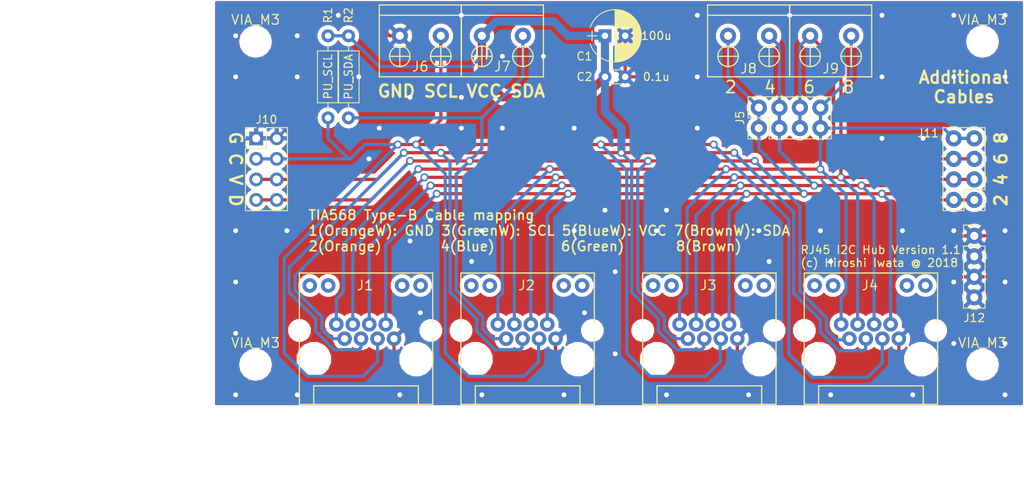
<source format=kicad_pcb>
(kicad_pcb (version 4) (host pcbnew 4.0.6)

  (general
    (links 68)
    (no_connects 0)
    (area 31.570001 96.05 158.420001 158.750001)
    (thickness 1.6)
    (drawings 9)
    (tracks 456)
    (zones 0)
    (modules 20)
    (nets 25)
  )

  (page A4)
  (layers
    (0 F.Cu signal)
    (31 B.Cu signal)
    (32 B.Adhes user)
    (33 F.Adhes user)
    (34 B.Paste user)
    (35 F.Paste user)
    (36 B.SilkS user)
    (37 F.SilkS user)
    (38 B.Mask user)
    (39 F.Mask user)
    (40 Dwgs.User user)
    (41 Cmts.User user)
    (42 Eco1.User user)
    (43 Eco2.User user)
    (44 Edge.Cuts user)
    (45 Margin user)
    (46 B.CrtYd user)
    (47 F.CrtYd user)
    (48 B.Fab user)
    (49 F.Fab user)
  )

  (setup
    (last_trace_width 0.4)
    (user_trace_width 1)
    (trace_clearance 0.2)
    (zone_clearance 0.508)
    (zone_45_only no)
    (trace_min 0.2)
    (segment_width 0.2)
    (edge_width 0.15)
    (via_size 1.8)
    (via_drill 0.6)
    (via_min_size 0.4)
    (via_min_drill 0.3)
    (user_via 1 0.6)
    (uvia_size 0.3)
    (uvia_drill 0.1)
    (uvias_allowed no)
    (uvia_min_size 0.2)
    (uvia_min_drill 0.1)
    (pcb_text_width 0.3)
    (pcb_text_size 1.5 1.5)
    (mod_edge_width 0.15)
    (mod_text_size 1 1)
    (mod_text_width 0.15)
    (pad_size 2 2)
    (pad_drill 1)
    (pad_to_mask_clearance 0.2)
    (aux_axis_origin 0 0)
    (grid_origin 58.42 146.05)
    (visible_elements 7FFFFFFF)
    (pcbplotparams
      (layerselection 0x010f0_80000001)
      (usegerberextensions true)
      (excludeedgelayer true)
      (linewidth 0.100000)
      (plotframeref false)
      (viasonmask false)
      (mode 1)
      (useauxorigin false)
      (hpglpennumber 1)
      (hpglpenspeed 20)
      (hpglpendiameter 15)
      (hpglpenoverlay 2)
      (psnegative false)
      (psa4output false)
      (plotreference true)
      (plotvalue true)
      (plotinvisibletext false)
      (padsonsilk false)
      (subtractmaskfromsilk false)
      (outputformat 1)
      (mirror false)
      (drillshape 0)
      (scaleselection 1)
      (outputdirectory rj45_pcb/))
  )

  (net 0 "")
  (net 1 /SDA)
  (net 2 "Net-(J1-Pad8)")
  (net 3 /VCC)
  (net 4 "Net-(J1-Pad6)")
  (net 5 /SCL)
  (net 6 "Net-(J1-Pad4)")
  (net 7 /GND)
  (net 8 "Net-(J1-Pad2)")
  (net 9 "Net-(J1-Pad10)")
  (net 10 "Net-(J1-Pad9)")
  (net 11 "Net-(J1-Pad12)")
  (net 12 "Net-(J1-Pad11)")
  (net 13 "Net-(J2-Pad10)")
  (net 14 "Net-(J2-Pad9)")
  (net 15 "Net-(J2-Pad12)")
  (net 16 "Net-(J2-Pad11)")
  (net 17 "Net-(J3-Pad10)")
  (net 18 "Net-(J3-Pad9)")
  (net 19 "Net-(J3-Pad12)")
  (net 20 "Net-(J3-Pad11)")
  (net 21 "Net-(J4-Pad10)")
  (net 22 "Net-(J4-Pad9)")
  (net 23 "Net-(J4-Pad12)")
  (net 24 "Net-(J4-Pad11)")

  (net_class Default "これは標準のネット クラスです。"
    (clearance 0.2)
    (trace_width 0.4)
    (via_dia 1.8)
    (via_drill 0.6)
    (uvia_dia 0.3)
    (uvia_drill 0.1)
    (add_net /GND)
    (add_net /SCL)
    (add_net /SDA)
    (add_net /VCC)
    (add_net "Net-(J1-Pad10)")
    (add_net "Net-(J1-Pad11)")
    (add_net "Net-(J1-Pad12)")
    (add_net "Net-(J1-Pad2)")
    (add_net "Net-(J1-Pad4)")
    (add_net "Net-(J1-Pad6)")
    (add_net "Net-(J1-Pad8)")
    (add_net "Net-(J1-Pad9)")
    (add_net "Net-(J2-Pad10)")
    (add_net "Net-(J2-Pad11)")
    (add_net "Net-(J2-Pad12)")
    (add_net "Net-(J2-Pad9)")
    (add_net "Net-(J3-Pad10)")
    (add_net "Net-(J3-Pad11)")
    (add_net "Net-(J3-Pad12)")
    (add_net "Net-(J3-Pad9)")
    (add_net "Net-(J4-Pad10)")
    (add_net "Net-(J4-Pad11)")
    (add_net "Net-(J4-Pad12)")
    (add_net "Net-(J4-Pad9)")
  )

  (module kicad-lib-RJ45:NewWays8p8c (layer F.Cu) (tedit 5A5DCBFF) (tstamp 5A5DD787)
    (at 73.42 136.05)
    (path /5A5DD0BA)
    (fp_text reference J1 (at 3.556 -4.826 180) (layer F.SilkS)
      (effects (font (size 1.2 1.2) (thickness 0.15)))
    )
    (fp_text value RJ45_LEDS (at 4.064 6.604) (layer F.Fab)
      (effects (font (size 1.2 1.2) (thickness 0.15)))
    )
    (fp_line (start -2.794 9.906) (end -2.794 7.62) (layer F.SilkS) (width 0.15))
    (fp_line (start -2.794 7.62) (end -2.032 7.62) (layer F.SilkS) (width 0.15))
    (fp_line (start -2.032 7.62) (end 10.16 7.62) (layer F.SilkS) (width 0.15))
    (fp_line (start 10.16 7.62) (end 10.16 9.906) (layer F.SilkS) (width 0.15))
    (fp_line (start -4.572 9.906) (end 11.938 9.906) (layer F.SilkS) (width 0.15))
    (fp_line (start 11.938 9.906) (end 11.938 -6.35) (layer F.SilkS) (width 0.15))
    (fp_line (start 11.938 -6.35) (end -4.572 -6.35) (layer F.SilkS) (width 0.15))
    (fp_line (start -4.572 -6.35) (end -4.572 9.906) (layer F.SilkS) (width 0.15))
    (pad 7 thru_hole circle (at 1.02 1.78) (size 1.8 1.8) (drill 0.9) (layers *.Cu *.Mask)
      (net 1 /SDA))
    (pad 8 thru_hole circle (at 0 0) (size 1.8 1.8) (drill 0.9) (layers *.Cu *.Mask)
      (net 2 "Net-(J1-Pad8)"))
    (pad 5 thru_hole circle (at 3.06 1.78) (size 1.8 1.8) (drill 0.9) (layers *.Cu *.Mask)
      (net 3 /VCC))
    (pad 6 thru_hole circle (at 2.04 0) (size 1.8 1.8) (drill 0.9) (layers *.Cu *.Mask)
      (net 4 "Net-(J1-Pad6)"))
    (pad 3 thru_hole circle (at 5.1 1.78) (size 1.8 1.8) (drill 0.9) (layers *.Cu *.Mask)
      (net 5 /SCL))
    (pad 4 thru_hole circle (at 4.08 0) (size 1.8 1.8) (drill 0.9) (layers *.Cu *.Mask)
      (net 6 "Net-(J1-Pad4)"))
    (pad 1 thru_hole circle (at 7.14 1.78) (size 1.8 1.8) (drill 0.9) (layers *.Cu *.Mask)
      (net 7 /GND))
    (pad 2 thru_hole circle (at 6.12 0) (size 1.8 1.8) (drill 0.9) (layers *.Cu *.Mask)
      (net 8 "Net-(J1-Pad2)"))
    (pad 10 thru_hole circle (at -1 -4.81) (size 1.8 1.8) (drill 0.9) (layers *.Cu *.Mask)
      (net 9 "Net-(J1-Pad10)"))
    (pad 9 thru_hole circle (at -3.29 -4.81) (size 1.8 1.8) (drill 0.9) (layers *.Cu *.Mask)
      (net 10 "Net-(J1-Pad9)"))
    (pad 12 thru_hole circle (at 10.43 -4.81) (size 1.8 1.8) (drill 0.9) (layers *.Cu *.Mask)
      (net 11 "Net-(J1-Pad12)"))
    (pad 11 thru_hole circle (at 8.14 -4.81) (size 1.8 1.8) (drill 0.9) (layers *.Cu *.Mask)
      (net 12 "Net-(J1-Pad11)"))
    (pad "" np_thru_hole circle (at -2.78 4.32) (size 3.25 3.25) (drill 3.25) (layers *.Cu *.Mask))
    (pad "" np_thru_hole circle (at 9.92 4.32) (size 3.25 3.25) (drill 3.25) (layers *.Cu *.Mask))
    (pad "" np_thru_hole circle (at -4.56 0.76) (size 1.8 1.8) (drill 1.8) (layers *.Cu *.Mask))
    (pad "" np_thru_hole circle (at 11.7 0.76) (size 1.8 1.8) (drill 1.8) (layers *.Cu *.Mask))
  )

  (module kicad-lib-RJ45:NewWays8p8c (layer F.Cu) (tedit 5A5DCBFF) (tstamp 5A5DD79B)
    (at 93.42 136.05)
    (path /5A5DD0FD)
    (fp_text reference J2 (at 3.556 -4.826 180) (layer F.SilkS)
      (effects (font (size 1.2 1.2) (thickness 0.15)))
    )
    (fp_text value RJ45_LEDS (at 4.064 6.604) (layer F.Fab)
      (effects (font (size 1.2 1.2) (thickness 0.15)))
    )
    (fp_line (start -2.794 9.906) (end -2.794 7.62) (layer F.SilkS) (width 0.15))
    (fp_line (start -2.794 7.62) (end -2.032 7.62) (layer F.SilkS) (width 0.15))
    (fp_line (start -2.032 7.62) (end 10.16 7.62) (layer F.SilkS) (width 0.15))
    (fp_line (start 10.16 7.62) (end 10.16 9.906) (layer F.SilkS) (width 0.15))
    (fp_line (start -4.572 9.906) (end 11.938 9.906) (layer F.SilkS) (width 0.15))
    (fp_line (start 11.938 9.906) (end 11.938 -6.35) (layer F.SilkS) (width 0.15))
    (fp_line (start 11.938 -6.35) (end -4.572 -6.35) (layer F.SilkS) (width 0.15))
    (fp_line (start -4.572 -6.35) (end -4.572 9.906) (layer F.SilkS) (width 0.15))
    (pad 7 thru_hole circle (at 1.02 1.78) (size 1.8 1.8) (drill 0.9) (layers *.Cu *.Mask)
      (net 1 /SDA))
    (pad 8 thru_hole circle (at 0 0) (size 1.8 1.8) (drill 0.9) (layers *.Cu *.Mask)
      (net 2 "Net-(J1-Pad8)"))
    (pad 5 thru_hole circle (at 3.06 1.78) (size 1.8 1.8) (drill 0.9) (layers *.Cu *.Mask)
      (net 3 /VCC))
    (pad 6 thru_hole circle (at 2.04 0) (size 1.8 1.8) (drill 0.9) (layers *.Cu *.Mask)
      (net 4 "Net-(J1-Pad6)"))
    (pad 3 thru_hole circle (at 5.1 1.78) (size 1.8 1.8) (drill 0.9) (layers *.Cu *.Mask)
      (net 5 /SCL))
    (pad 4 thru_hole circle (at 4.08 0) (size 1.8 1.8) (drill 0.9) (layers *.Cu *.Mask)
      (net 6 "Net-(J1-Pad4)"))
    (pad 1 thru_hole circle (at 7.14 1.78) (size 1.8 1.8) (drill 0.9) (layers *.Cu *.Mask)
      (net 7 /GND))
    (pad 2 thru_hole circle (at 6.12 0) (size 1.8 1.8) (drill 0.9) (layers *.Cu *.Mask)
      (net 8 "Net-(J1-Pad2)"))
    (pad 10 thru_hole circle (at -1 -4.81) (size 1.8 1.8) (drill 0.9) (layers *.Cu *.Mask)
      (net 13 "Net-(J2-Pad10)"))
    (pad 9 thru_hole circle (at -3.29 -4.81) (size 1.8 1.8) (drill 0.9) (layers *.Cu *.Mask)
      (net 14 "Net-(J2-Pad9)"))
    (pad 12 thru_hole circle (at 10.43 -4.81) (size 1.8 1.8) (drill 0.9) (layers *.Cu *.Mask)
      (net 15 "Net-(J2-Pad12)"))
    (pad 11 thru_hole circle (at 8.14 -4.81) (size 1.8 1.8) (drill 0.9) (layers *.Cu *.Mask)
      (net 16 "Net-(J2-Pad11)"))
    (pad "" np_thru_hole circle (at -2.78 4.32) (size 3.25 3.25) (drill 3.25) (layers *.Cu *.Mask))
    (pad "" np_thru_hole circle (at 9.92 4.32) (size 3.25 3.25) (drill 3.25) (layers *.Cu *.Mask))
    (pad "" np_thru_hole circle (at -4.56 0.76) (size 1.8 1.8) (drill 1.8) (layers *.Cu *.Mask))
    (pad "" np_thru_hole circle (at 11.7 0.76) (size 1.8 1.8) (drill 1.8) (layers *.Cu *.Mask))
  )

  (module kicad-lib-RJ45:NewWays8p8c (layer F.Cu) (tedit 5A5DCBFF) (tstamp 5A5DD7AF)
    (at 115.92 136.05)
    (path /5A5DD116)
    (fp_text reference J3 (at 3.556 -4.826 180) (layer F.SilkS)
      (effects (font (size 1.2 1.2) (thickness 0.15)))
    )
    (fp_text value RJ45_LEDS (at 4.064 6.604) (layer F.Fab)
      (effects (font (size 1.2 1.2) (thickness 0.15)))
    )
    (fp_line (start -2.794 9.906) (end -2.794 7.62) (layer F.SilkS) (width 0.15))
    (fp_line (start -2.794 7.62) (end -2.032 7.62) (layer F.SilkS) (width 0.15))
    (fp_line (start -2.032 7.62) (end 10.16 7.62) (layer F.SilkS) (width 0.15))
    (fp_line (start 10.16 7.62) (end 10.16 9.906) (layer F.SilkS) (width 0.15))
    (fp_line (start -4.572 9.906) (end 11.938 9.906) (layer F.SilkS) (width 0.15))
    (fp_line (start 11.938 9.906) (end 11.938 -6.35) (layer F.SilkS) (width 0.15))
    (fp_line (start 11.938 -6.35) (end -4.572 -6.35) (layer F.SilkS) (width 0.15))
    (fp_line (start -4.572 -6.35) (end -4.572 9.906) (layer F.SilkS) (width 0.15))
    (pad 7 thru_hole circle (at 1.02 1.78) (size 1.8 1.8) (drill 0.9) (layers *.Cu *.Mask)
      (net 1 /SDA))
    (pad 8 thru_hole circle (at 0 0) (size 1.8 1.8) (drill 0.9) (layers *.Cu *.Mask)
      (net 2 "Net-(J1-Pad8)"))
    (pad 5 thru_hole circle (at 3.06 1.78) (size 1.8 1.8) (drill 0.9) (layers *.Cu *.Mask)
      (net 3 /VCC))
    (pad 6 thru_hole circle (at 2.04 0) (size 1.8 1.8) (drill 0.9) (layers *.Cu *.Mask)
      (net 4 "Net-(J1-Pad6)"))
    (pad 3 thru_hole circle (at 5.1 1.78) (size 1.8 1.8) (drill 0.9) (layers *.Cu *.Mask)
      (net 5 /SCL))
    (pad 4 thru_hole circle (at 4.08 0) (size 1.8 1.8) (drill 0.9) (layers *.Cu *.Mask)
      (net 6 "Net-(J1-Pad4)"))
    (pad 1 thru_hole circle (at 7.14 1.78) (size 1.8 1.8) (drill 0.9) (layers *.Cu *.Mask)
      (net 7 /GND))
    (pad 2 thru_hole circle (at 6.12 0) (size 1.8 1.8) (drill 0.9) (layers *.Cu *.Mask)
      (net 8 "Net-(J1-Pad2)"))
    (pad 10 thru_hole circle (at -1 -4.81) (size 1.8 1.8) (drill 0.9) (layers *.Cu *.Mask)
      (net 17 "Net-(J3-Pad10)"))
    (pad 9 thru_hole circle (at -3.29 -4.81) (size 1.8 1.8) (drill 0.9) (layers *.Cu *.Mask)
      (net 18 "Net-(J3-Pad9)"))
    (pad 12 thru_hole circle (at 10.43 -4.81) (size 1.8 1.8) (drill 0.9) (layers *.Cu *.Mask)
      (net 19 "Net-(J3-Pad12)"))
    (pad 11 thru_hole circle (at 8.14 -4.81) (size 1.8 1.8) (drill 0.9) (layers *.Cu *.Mask)
      (net 20 "Net-(J3-Pad11)"))
    (pad "" np_thru_hole circle (at -2.78 4.32) (size 3.25 3.25) (drill 3.25) (layers *.Cu *.Mask))
    (pad "" np_thru_hole circle (at 9.92 4.32) (size 3.25 3.25) (drill 3.25) (layers *.Cu *.Mask))
    (pad "" np_thru_hole circle (at -4.56 0.76) (size 1.8 1.8) (drill 1.8) (layers *.Cu *.Mask))
    (pad "" np_thru_hole circle (at 11.7 0.76) (size 1.8 1.8) (drill 1.8) (layers *.Cu *.Mask))
  )

  (module kicad-lib-RJ45:NewWays8p8c (layer F.Cu) (tedit 5A5DCBFF) (tstamp 5A5DD7C3)
    (at 135.92 136.05)
    (path /5A5DD149)
    (fp_text reference J4 (at 3.556 -4.826 180) (layer F.SilkS)
      (effects (font (size 1.2 1.2) (thickness 0.15)))
    )
    (fp_text value RJ45_LEDS (at 4.064 6.604) (layer F.Fab)
      (effects (font (size 1.2 1.2) (thickness 0.15)))
    )
    (fp_line (start -2.794 9.906) (end -2.794 7.62) (layer F.SilkS) (width 0.15))
    (fp_line (start -2.794 7.62) (end -2.032 7.62) (layer F.SilkS) (width 0.15))
    (fp_line (start -2.032 7.62) (end 10.16 7.62) (layer F.SilkS) (width 0.15))
    (fp_line (start 10.16 7.62) (end 10.16 9.906) (layer F.SilkS) (width 0.15))
    (fp_line (start -4.572 9.906) (end 11.938 9.906) (layer F.SilkS) (width 0.15))
    (fp_line (start 11.938 9.906) (end 11.938 -6.35) (layer F.SilkS) (width 0.15))
    (fp_line (start 11.938 -6.35) (end -4.572 -6.35) (layer F.SilkS) (width 0.15))
    (fp_line (start -4.572 -6.35) (end -4.572 9.906) (layer F.SilkS) (width 0.15))
    (pad 7 thru_hole circle (at 1.02 1.78) (size 1.8 1.8) (drill 0.9) (layers *.Cu *.Mask)
      (net 1 /SDA))
    (pad 8 thru_hole circle (at 0 0) (size 1.8 1.8) (drill 0.9) (layers *.Cu *.Mask)
      (net 2 "Net-(J1-Pad8)"))
    (pad 5 thru_hole circle (at 3.06 1.78) (size 1.8 1.8) (drill 0.9) (layers *.Cu *.Mask)
      (net 3 /VCC))
    (pad 6 thru_hole circle (at 2.04 0) (size 1.8 1.8) (drill 0.9) (layers *.Cu *.Mask)
      (net 4 "Net-(J1-Pad6)"))
    (pad 3 thru_hole circle (at 5.1 1.78) (size 1.8 1.8) (drill 0.9) (layers *.Cu *.Mask)
      (net 5 /SCL))
    (pad 4 thru_hole circle (at 4.08 0) (size 1.8 1.8) (drill 0.9) (layers *.Cu *.Mask)
      (net 6 "Net-(J1-Pad4)"))
    (pad 1 thru_hole circle (at 7.14 1.78) (size 1.8 1.8) (drill 0.9) (layers *.Cu *.Mask)
      (net 7 /GND))
    (pad 2 thru_hole circle (at 6.12 0) (size 1.8 1.8) (drill 0.9) (layers *.Cu *.Mask)
      (net 8 "Net-(J1-Pad2)"))
    (pad 10 thru_hole circle (at -1 -4.81) (size 1.8 1.8) (drill 0.9) (layers *.Cu *.Mask)
      (net 21 "Net-(J4-Pad10)"))
    (pad 9 thru_hole circle (at -3.29 -4.81) (size 1.8 1.8) (drill 0.9) (layers *.Cu *.Mask)
      (net 22 "Net-(J4-Pad9)"))
    (pad 12 thru_hole circle (at 10.43 -4.81) (size 1.8 1.8) (drill 0.9) (layers *.Cu *.Mask)
      (net 23 "Net-(J4-Pad12)"))
    (pad 11 thru_hole circle (at 8.14 -4.81) (size 1.8 1.8) (drill 0.9) (layers *.Cu *.Mask)
      (net 24 "Net-(J4-Pad11)"))
    (pad "" np_thru_hole circle (at -2.78 4.32) (size 3.25 3.25) (drill 3.25) (layers *.Cu *.Mask))
    (pad "" np_thru_hole circle (at 9.92 4.32) (size 3.25 3.25) (drill 3.25) (layers *.Cu *.Mask))
    (pad "" np_thru_hole circle (at -4.56 0.76) (size 1.8 1.8) (drill 1.8) (layers *.Cu *.Mask))
    (pad "" np_thru_hole circle (at 11.7 0.76) (size 1.8 1.8) (drill 1.8) (layers *.Cu *.Mask))
  )

  (module MY_VIA:VIA_M3 (layer F.Cu) (tedit 5955D0AE) (tstamp 5A5EB506)
    (at 63.42 141.05)
    (fp_text reference R** (at 0 2.7) (layer F.Fab)
      (effects (font (size 1.2 1.2) (thickness 0.15)))
    )
    (fp_text value VIA_M3 (at 0 -2.7) (layer F.SilkS)
      (effects (font (size 1.2 1.2) (thickness 0.15)))
    )
    (pad "" np_thru_hole oval (at 0 0) (size 3 3) (drill 3) (layers *.Cu *.Mask))
  )

  (module MY_VIA:VIA_M3 (layer F.Cu) (tedit 5955D0AE) (tstamp 5A5EB516)
    (at 153.42 141.05)
    (fp_text reference R** (at 0 2.7) (layer F.Fab)
      (effects (font (size 1.2 1.2) (thickness 0.15)))
    )
    (fp_text value VIA_M3 (at 0 -2.7) (layer F.SilkS)
      (effects (font (size 1.2 1.2) (thickness 0.15)))
    )
    (pad "" np_thru_hole oval (at 0 0) (size 3 3) (drill 3) (layers *.Cu *.Mask))
  )

  (module MY_VIA:VIA_M3 (layer F.Cu) (tedit 5955D0AE) (tstamp 5A5EB51F)
    (at 153.42 101.05)
    (fp_text reference R** (at 0 2.7) (layer F.Fab)
      (effects (font (size 1.2 1.2) (thickness 0.15)))
    )
    (fp_text value VIA_M3 (at 0 -2.7) (layer F.SilkS)
      (effects (font (size 1.2 1.2) (thickness 0.15)))
    )
    (pad "" np_thru_hole oval (at 0 0) (size 3 3) (drill 3) (layers *.Cu *.Mask))
  )

  (module MY_VIA:VIA_M3 (layer F.Cu) (tedit 5955D0AE) (tstamp 5A5EB528)
    (at 63.42 101.05)
    (fp_text reference R** (at 0 2.7) (layer F.Fab)
      (effects (font (size 1.2 1.2) (thickness 0.15)))
    )
    (fp_text value VIA_M3 (at 0 -2.7) (layer F.SilkS)
      (effects (font (size 1.2 1.2) (thickness 0.15)))
    )
    (pad "" np_thru_hole oval (at 0 0) (size 3 3) (drill 3) (layers *.Cu *.Mask))
  )

  (module Pin_Headers:Pin_Header_Straight_2x04_Pitch2.54mm (layer F.Cu) (tedit 5A648337) (tstamp 5A647EBC)
    (at 125.73 111.76 90)
    (descr "Through hole straight pin header, 2x04, 2.54mm pitch, double rows")
    (tags "Through hole pin header THT 2x04 2.54mm double row")
    (path /5A648316)
    (fp_text reference J5 (at 1.27 -2.33 90) (layer F.SilkS)
      (effects (font (size 1 1) (thickness 0.15)))
    )
    (fp_text value ext_even1 (at 1.27 9.95 90) (layer F.Fab)
      (effects (font (size 1 1) (thickness 0.15)))
    )
    (fp_line (start -1.27 -1.27) (end -1.27 8.89) (layer F.Fab) (width 0.1))
    (fp_line (start -1.27 8.89) (end 3.81 8.89) (layer F.Fab) (width 0.1))
    (fp_line (start 3.81 8.89) (end 3.81 -1.27) (layer F.Fab) (width 0.1))
    (fp_line (start 3.81 -1.27) (end -1.27 -1.27) (layer F.Fab) (width 0.1))
    (fp_line (start -1.33 1.27) (end -1.33 8.95) (layer F.SilkS) (width 0.12))
    (fp_line (start -1.33 8.95) (end 3.87 8.95) (layer F.SilkS) (width 0.12))
    (fp_line (start 3.87 8.95) (end 3.87 -1.33) (layer F.SilkS) (width 0.12))
    (fp_line (start 3.87 -1.33) (end 1.27 -1.33) (layer F.SilkS) (width 0.12))
    (fp_line (start 1.27 -1.33) (end 1.27 1.27) (layer F.SilkS) (width 0.12))
    (fp_line (start 1.27 1.27) (end -1.33 1.27) (layer F.SilkS) (width 0.12))
    (fp_line (start -1.33 0) (end -1.33 -1.33) (layer F.SilkS) (width 0.12))
    (fp_line (start -1.33 -1.33) (end 0 -1.33) (layer F.SilkS) (width 0.12))
    (fp_line (start -1.8 -1.8) (end -1.8 9.4) (layer F.CrtYd) (width 0.05))
    (fp_line (start -1.8 9.4) (end 4.35 9.4) (layer F.CrtYd) (width 0.05))
    (fp_line (start 4.35 9.4) (end 4.35 -1.8) (layer F.CrtYd) (width 0.05))
    (fp_line (start 4.35 -1.8) (end -1.8 -1.8) (layer F.CrtYd) (width 0.05))
    (fp_text user %R (at 1.27 -2.33 90) (layer F.Fab)
      (effects (font (size 1 1) (thickness 0.15)))
    )
    (pad 1 thru_hole circle (at 0 0 90) (size 2 2) (drill 1) (layers *.Cu *.Mask)
      (net 8 "Net-(J1-Pad2)"))
    (pad 2 thru_hole circle (at 2.54 0 90) (size 2 2) (drill 1) (layers *.Cu *.Mask)
      (net 8 "Net-(J1-Pad2)"))
    (pad 3 thru_hole circle (at 0 2.54 90) (size 2 2) (drill 1) (layers *.Cu *.Mask)
      (net 6 "Net-(J1-Pad4)"))
    (pad 4 thru_hole circle (at 2.54 2.54 90) (size 2 2) (drill 1) (layers *.Cu *.Mask)
      (net 6 "Net-(J1-Pad4)"))
    (pad 5 thru_hole circle (at 0 5.08 90) (size 2 2) (drill 1) (layers *.Cu *.Mask)
      (net 4 "Net-(J1-Pad6)"))
    (pad 6 thru_hole circle (at 2.54 5.08 90) (size 2 2) (drill 1) (layers *.Cu *.Mask)
      (net 4 "Net-(J1-Pad6)"))
    (pad 7 thru_hole circle (at 0 7.62 90) (size 2 2) (drill 1) (layers *.Cu *.Mask)
      (net 2 "Net-(J1-Pad8)"))
    (pad 8 thru_hole circle (at 2.54 7.62 90) (size 2 2) (drill 1) (layers *.Cu *.Mask)
      (net 2 "Net-(J1-Pad8)"))
    (model ${KISYS3DMOD}/Pin_Headers.3dshapes/Pin_Header_Straight_2x04_Pitch2.54mm.wrl
      (at (xyz 0.05 -0.15 0))
      (scale (xyz 1 1 1))
      (rotate (xyz 0 0 90))
    )
  )

  (module Resistors_THT:R_Axial_DIN0207_L6.3mm_D2.5mm_P10.16mm_Horizontal (layer F.Cu) (tedit 5A7B9EC0) (tstamp 5A647EC2)
    (at 72.39 100.33 270)
    (descr "Resistor, Axial_DIN0207 series, Axial, Horizontal, pin pitch=10.16mm, 0.25W = 1/4W, length*diameter=6.3*2.5mm^2, http://cdn-reichelt.de/documents/datenblatt/B400/1_4W%23YAG.pdf")
    (tags "Resistor Axial_DIN0207 series Axial Horizontal pin pitch 10.16mm 0.25W = 1/4W length 6.3mm diameter 2.5mm")
    (path /5A647EA3)
    (fp_text reference R1 (at -2.54 0 270) (layer F.SilkS)
      (effects (font (size 1 1) (thickness 0.15)))
    )
    (fp_text value PU_SCL (at 5.08 0 270) (layer F.SilkS)
      (effects (font (size 1 1) (thickness 0.15)))
    )
    (fp_line (start 1.93 -1.25) (end 1.93 1.25) (layer F.Fab) (width 0.1))
    (fp_line (start 1.93 1.25) (end 8.23 1.25) (layer F.Fab) (width 0.1))
    (fp_line (start 8.23 1.25) (end 8.23 -1.25) (layer F.Fab) (width 0.1))
    (fp_line (start 8.23 -1.25) (end 1.93 -1.25) (layer F.Fab) (width 0.1))
    (fp_line (start 0 0) (end 1.93 0) (layer F.Fab) (width 0.1))
    (fp_line (start 10.16 0) (end 8.23 0) (layer F.Fab) (width 0.1))
    (fp_line (start 1.87 -1.31) (end 1.87 1.31) (layer F.SilkS) (width 0.12))
    (fp_line (start 1.87 1.31) (end 8.29 1.31) (layer F.SilkS) (width 0.12))
    (fp_line (start 8.29 1.31) (end 8.29 -1.31) (layer F.SilkS) (width 0.12))
    (fp_line (start 8.29 -1.31) (end 1.87 -1.31) (layer F.SilkS) (width 0.12))
    (fp_line (start 0.98 0) (end 1.87 0) (layer F.SilkS) (width 0.12))
    (fp_line (start 9.18 0) (end 8.29 0) (layer F.SilkS) (width 0.12))
    (fp_line (start -1.05 -1.6) (end -1.05 1.6) (layer F.CrtYd) (width 0.05))
    (fp_line (start -1.05 1.6) (end 11.25 1.6) (layer F.CrtYd) (width 0.05))
    (fp_line (start 11.25 1.6) (end 11.25 -1.6) (layer F.CrtYd) (width 0.05))
    (fp_line (start 11.25 -1.6) (end -1.05 -1.6) (layer F.CrtYd) (width 0.05))
    (pad 1 thru_hole circle (at 0 0 270) (size 1.6 1.6) (drill 0.8) (layers *.Cu *.Mask)
      (net 3 /VCC))
    (pad 2 thru_hole oval (at 10.16 0 270) (size 1.6 1.6) (drill 0.8) (layers *.Cu *.Mask)
      (net 5 /SCL))
    (model Resistors_THT.3dshapes/R_Axial_DIN0207_L6.3mm_D2.5mm_P10.16mm_Horizontal.wrl
      (at (xyz 0 0 0))
      (scale (xyz 0.393701 0.393701 0.393701))
      (rotate (xyz 0 0 0))
    )
  )

  (module Resistors_THT:R_Axial_DIN0207_L6.3mm_D2.5mm_P10.16mm_Horizontal (layer F.Cu) (tedit 5A7B9EC7) (tstamp 5A647EC8)
    (at 74.93 100.33 270)
    (descr "Resistor, Axial_DIN0207 series, Axial, Horizontal, pin pitch=10.16mm, 0.25W = 1/4W, length*diameter=6.3*2.5mm^2, http://cdn-reichelt.de/documents/datenblatt/B400/1_4W%23YAG.pdf")
    (tags "Resistor Axial_DIN0207 series Axial Horizontal pin pitch 10.16mm 0.25W = 1/4W length 6.3mm diameter 2.5mm")
    (path /5A647CDA)
    (fp_text reference R2 (at -2.54 0 270) (layer F.SilkS)
      (effects (font (size 1 1) (thickness 0.15)))
    )
    (fp_text value PU_SDA (at 5.08 0 270) (layer F.SilkS)
      (effects (font (size 1 1) (thickness 0.15)))
    )
    (fp_line (start 1.93 -1.25) (end 1.93 1.25) (layer F.Fab) (width 0.1))
    (fp_line (start 1.93 1.25) (end 8.23 1.25) (layer F.Fab) (width 0.1))
    (fp_line (start 8.23 1.25) (end 8.23 -1.25) (layer F.Fab) (width 0.1))
    (fp_line (start 8.23 -1.25) (end 1.93 -1.25) (layer F.Fab) (width 0.1))
    (fp_line (start 0 0) (end 1.93 0) (layer F.Fab) (width 0.1))
    (fp_line (start 10.16 0) (end 8.23 0) (layer F.Fab) (width 0.1))
    (fp_line (start 1.87 -1.31) (end 1.87 1.31) (layer F.SilkS) (width 0.12))
    (fp_line (start 1.87 1.31) (end 8.29 1.31) (layer F.SilkS) (width 0.12))
    (fp_line (start 8.29 1.31) (end 8.29 -1.31) (layer F.SilkS) (width 0.12))
    (fp_line (start 8.29 -1.31) (end 1.87 -1.31) (layer F.SilkS) (width 0.12))
    (fp_line (start 0.98 0) (end 1.87 0) (layer F.SilkS) (width 0.12))
    (fp_line (start 9.18 0) (end 8.29 0) (layer F.SilkS) (width 0.12))
    (fp_line (start -1.05 -1.6) (end -1.05 1.6) (layer F.CrtYd) (width 0.05))
    (fp_line (start -1.05 1.6) (end 11.25 1.6) (layer F.CrtYd) (width 0.05))
    (fp_line (start 11.25 1.6) (end 11.25 -1.6) (layer F.CrtYd) (width 0.05))
    (fp_line (start 11.25 -1.6) (end -1.05 -1.6) (layer F.CrtYd) (width 0.05))
    (pad 1 thru_hole circle (at 0 0 270) (size 1.6 1.6) (drill 0.8) (layers *.Cu *.Mask)
      (net 3 /VCC))
    (pad 2 thru_hole oval (at 10.16 0 270) (size 1.6 1.6) (drill 0.8) (layers *.Cu *.Mask)
      (net 1 /SDA))
    (model Resistors_THT.3dshapes/R_Axial_DIN0207_L6.3mm_D2.5mm_P10.16mm_Horizontal.wrl
      (at (xyz 0 0 0))
      (scale (xyz 0.393701 0.393701 0.393701))
      (rotate (xyz 0 0 0))
    )
  )

  (module MY_VIA:TerminalBlock2 (layer F.Cu) (tedit 5A64AA57) (tstamp 5A64867C)
    (at 83.82 100.33)
    (path /5A5DE996)
    (fp_text reference J6 (at 0 3.81) (layer F.SilkS)
      (effects (font (size 1.2 1.2) (thickness 0.15)))
    )
    (fp_text value I2C1 (at 0 -2.286) (layer F.Fab)
      (effects (font (size 1.2 1.2) (thickness 0.15)))
    )
    (fp_line (start 2.54 1.27) (end 2.54 3.81) (layer F.SilkS) (width 0.15))
    (fp_line (start 1.27 2.54) (end 3.81 2.54) (layer F.SilkS) (width 0.15))
    (fp_line (start -2.54 1.27) (end -2.54 3.81) (layer F.SilkS) (width 0.15))
    (fp_line (start -3.81 2.54) (end -1.27 2.54) (layer F.SilkS) (width 0.15))
    (fp_circle (center 2.54 2.54) (end 2.54 3.81) (layer F.SilkS) (width 0.15))
    (fp_circle (center -2.54 2.54) (end -2.54 3.81) (layer F.SilkS) (width 0.15))
    (fp_line (start -5.08 -2.54) (end 5.08 -2.54) (layer F.SilkS) (width 0.15))
    (fp_line (start -5.08 0) (end -5.08 -3.81) (layer F.SilkS) (width 0.15))
    (fp_line (start -5.08 -3.81) (end 5.08 -3.81) (layer F.SilkS) (width 0.15))
    (fp_line (start 5.08 -3.81) (end 5.08 5.08) (layer F.SilkS) (width 0.15))
    (fp_line (start 5.08 5.08) (end -5.08 5.08) (layer F.SilkS) (width 0.15))
    (fp_line (start -5.08 5.08) (end -5.08 0) (layer F.SilkS) (width 0.15))
    (pad 1 thru_hole circle (at -2.54 0) (size 2 2) (drill 1) (layers *.Cu *.Mask)
      (net 7 /GND))
    (pad 2 thru_hole circle (at 2.54 0) (size 2 2) (drill 1) (layers *.Cu *.Mask)
      (net 5 /SCL))
  )

  (module MY_VIA:TerminalBlock2 (layer F.Cu) (tedit 5A64AA59) (tstamp 5A64868E)
    (at 93.98 100.33)
    (path /5A5DE9D7)
    (fp_text reference J7 (at 0 3.81) (layer F.SilkS)
      (effects (font (size 1.2 1.2) (thickness 0.15)))
    )
    (fp_text value I2C2 (at 0 -2.54) (layer F.Fab)
      (effects (font (size 1.2 1.2) (thickness 0.15)))
    )
    (fp_line (start 2.54 1.27) (end 2.54 3.81) (layer F.SilkS) (width 0.15))
    (fp_line (start 1.27 2.54) (end 3.81 2.54) (layer F.SilkS) (width 0.15))
    (fp_line (start -2.54 1.27) (end -2.54 3.81) (layer F.SilkS) (width 0.15))
    (fp_line (start -3.81 2.54) (end -1.27 2.54) (layer F.SilkS) (width 0.15))
    (fp_circle (center 2.54 2.54) (end 2.54 3.81) (layer F.SilkS) (width 0.15))
    (fp_circle (center -2.54 2.54) (end -2.54 3.81) (layer F.SilkS) (width 0.15))
    (fp_line (start -5.08 -2.54) (end 5.08 -2.54) (layer F.SilkS) (width 0.15))
    (fp_line (start -5.08 0) (end -5.08 -3.81) (layer F.SilkS) (width 0.15))
    (fp_line (start -5.08 -3.81) (end 5.08 -3.81) (layer F.SilkS) (width 0.15))
    (fp_line (start 5.08 -3.81) (end 5.08 5.08) (layer F.SilkS) (width 0.15))
    (fp_line (start 5.08 5.08) (end -5.08 5.08) (layer F.SilkS) (width 0.15))
    (fp_line (start -5.08 5.08) (end -5.08 0) (layer F.SilkS) (width 0.15))
    (pad 1 thru_hole circle (at -2.54 0) (size 2 2) (drill 1) (layers *.Cu *.Mask)
      (net 3 /VCC))
    (pad 2 thru_hole circle (at 2.54 0) (size 2 2) (drill 1) (layers *.Cu *.Mask)
      (net 1 /SDA))
  )

  (module MY_VIA:TerminalBlock2 (layer F.Cu) (tedit 5A64AA6C) (tstamp 5A6486A0)
    (at 124.46 100.33)
    (path /5A5DEA24)
    (fp_text reference J8 (at 0 4.064) (layer F.SilkS)
      (effects (font (size 1.2 1.2) (thickness 0.15)))
    )
    (fp_text value even1 (at 0 -2.54) (layer F.Fab)
      (effects (font (size 1.2 1.2) (thickness 0.15)))
    )
    (fp_line (start 2.54 1.27) (end 2.54 3.81) (layer F.SilkS) (width 0.15))
    (fp_line (start 1.27 2.54) (end 3.81 2.54) (layer F.SilkS) (width 0.15))
    (fp_line (start -2.54 1.27) (end -2.54 3.81) (layer F.SilkS) (width 0.15))
    (fp_line (start -3.81 2.54) (end -1.27 2.54) (layer F.SilkS) (width 0.15))
    (fp_circle (center 2.54 2.54) (end 2.54 3.81) (layer F.SilkS) (width 0.15))
    (fp_circle (center -2.54 2.54) (end -2.54 3.81) (layer F.SilkS) (width 0.15))
    (fp_line (start -5.08 -2.54) (end 5.08 -2.54) (layer F.SilkS) (width 0.15))
    (fp_line (start -5.08 0) (end -5.08 -3.81) (layer F.SilkS) (width 0.15))
    (fp_line (start -5.08 -3.81) (end 5.08 -3.81) (layer F.SilkS) (width 0.15))
    (fp_line (start 5.08 -3.81) (end 5.08 5.08) (layer F.SilkS) (width 0.15))
    (fp_line (start 5.08 5.08) (end -5.08 5.08) (layer F.SilkS) (width 0.15))
    (fp_line (start -5.08 5.08) (end -5.08 0) (layer F.SilkS) (width 0.15))
    (pad 1 thru_hole circle (at -2.54 0) (size 2 2) (drill 1) (layers *.Cu *.Mask)
      (net 8 "Net-(J1-Pad2)"))
    (pad 2 thru_hole circle (at 2.54 0) (size 2 2) (drill 1) (layers *.Cu *.Mask)
      (net 6 "Net-(J1-Pad4)"))
  )

  (module MY_VIA:TerminalBlock2 (layer F.Cu) (tedit 5A64AA70) (tstamp 5A6486B2)
    (at 134.62 100.33)
    (path /5A5DEA4F)
    (fp_text reference J9 (at 0 4.064) (layer F.SilkS)
      (effects (font (size 1.2 1.2) (thickness 0.15)))
    )
    (fp_text value even2 (at 0 -2.54) (layer F.Fab)
      (effects (font (size 1.2 1.2) (thickness 0.15)))
    )
    (fp_line (start 2.54 1.27) (end 2.54 3.81) (layer F.SilkS) (width 0.15))
    (fp_line (start 1.27 2.54) (end 3.81 2.54) (layer F.SilkS) (width 0.15))
    (fp_line (start -2.54 1.27) (end -2.54 3.81) (layer F.SilkS) (width 0.15))
    (fp_line (start -3.81 2.54) (end -1.27 2.54) (layer F.SilkS) (width 0.15))
    (fp_circle (center 2.54 2.54) (end 2.54 3.81) (layer F.SilkS) (width 0.15))
    (fp_circle (center -2.54 2.54) (end -2.54 3.81) (layer F.SilkS) (width 0.15))
    (fp_line (start -5.08 -2.54) (end 5.08 -2.54) (layer F.SilkS) (width 0.15))
    (fp_line (start -5.08 0) (end -5.08 -3.81) (layer F.SilkS) (width 0.15))
    (fp_line (start -5.08 -3.81) (end 5.08 -3.81) (layer F.SilkS) (width 0.15))
    (fp_line (start 5.08 -3.81) (end 5.08 5.08) (layer F.SilkS) (width 0.15))
    (fp_line (start 5.08 5.08) (end -5.08 5.08) (layer F.SilkS) (width 0.15))
    (fp_line (start -5.08 5.08) (end -5.08 0) (layer F.SilkS) (width 0.15))
    (pad 1 thru_hole circle (at -2.54 0) (size 2 2) (drill 1) (layers *.Cu *.Mask)
      (net 4 "Net-(J1-Pad6)"))
    (pad 2 thru_hole circle (at 2.54 0) (size 2 2) (drill 1) (layers *.Cu *.Mask)
      (net 2 "Net-(J1-Pad8)"))
  )

  (module Pin_Headers:Pin_Header_Straight_2x04_Pitch2.54mm (layer F.Cu) (tedit 58CD4EC5) (tstamp 5A64A635)
    (at 63.5 113.03)
    (descr "Through hole straight pin header, 2x04, 2.54mm pitch, double rows")
    (tags "Through hole pin header THT 2x04 2.54mm double row")
    (path /5A64A609)
    (fp_text reference J10 (at 1.27 -2.33) (layer F.SilkS)
      (effects (font (size 1 1) (thickness 0.15)))
    )
    (fp_text value ext_I2C (at 1.27 9.95) (layer F.Fab)
      (effects (font (size 1 1) (thickness 0.15)))
    )
    (fp_line (start -1.27 -1.27) (end -1.27 8.89) (layer F.Fab) (width 0.1))
    (fp_line (start -1.27 8.89) (end 3.81 8.89) (layer F.Fab) (width 0.1))
    (fp_line (start 3.81 8.89) (end 3.81 -1.27) (layer F.Fab) (width 0.1))
    (fp_line (start 3.81 -1.27) (end -1.27 -1.27) (layer F.Fab) (width 0.1))
    (fp_line (start -1.33 1.27) (end -1.33 8.95) (layer F.SilkS) (width 0.12))
    (fp_line (start -1.33 8.95) (end 3.87 8.95) (layer F.SilkS) (width 0.12))
    (fp_line (start 3.87 8.95) (end 3.87 -1.33) (layer F.SilkS) (width 0.12))
    (fp_line (start 3.87 -1.33) (end 1.27 -1.33) (layer F.SilkS) (width 0.12))
    (fp_line (start 1.27 -1.33) (end 1.27 1.27) (layer F.SilkS) (width 0.12))
    (fp_line (start 1.27 1.27) (end -1.33 1.27) (layer F.SilkS) (width 0.12))
    (fp_line (start -1.33 0) (end -1.33 -1.33) (layer F.SilkS) (width 0.12))
    (fp_line (start -1.33 -1.33) (end 0 -1.33) (layer F.SilkS) (width 0.12))
    (fp_line (start -1.8 -1.8) (end -1.8 9.4) (layer F.CrtYd) (width 0.05))
    (fp_line (start -1.8 9.4) (end 4.35 9.4) (layer F.CrtYd) (width 0.05))
    (fp_line (start 4.35 9.4) (end 4.35 -1.8) (layer F.CrtYd) (width 0.05))
    (fp_line (start 4.35 -1.8) (end -1.8 -1.8) (layer F.CrtYd) (width 0.05))
    (fp_text user %R (at 1.27 -2.33) (layer F.Fab)
      (effects (font (size 1 1) (thickness 0.15)))
    )
    (pad 1 thru_hole rect (at 0 0) (size 1.7 1.7) (drill 1) (layers *.Cu *.Mask)
      (net 7 /GND))
    (pad 2 thru_hole oval (at 2.54 0) (size 1.7 1.7) (drill 1) (layers *.Cu *.Mask)
      (net 7 /GND))
    (pad 3 thru_hole oval (at 0 2.54) (size 1.7 1.7) (drill 1) (layers *.Cu *.Mask)
      (net 5 /SCL))
    (pad 4 thru_hole oval (at 2.54 2.54) (size 1.7 1.7) (drill 1) (layers *.Cu *.Mask)
      (net 5 /SCL))
    (pad 5 thru_hole oval (at 0 5.08) (size 1.7 1.7) (drill 1) (layers *.Cu *.Mask)
      (net 3 /VCC))
    (pad 6 thru_hole oval (at 2.54 5.08) (size 1.7 1.7) (drill 1) (layers *.Cu *.Mask)
      (net 3 /VCC))
    (pad 7 thru_hole oval (at 0 7.62) (size 1.7 1.7) (drill 1) (layers *.Cu *.Mask)
      (net 1 /SDA))
    (pad 8 thru_hole oval (at 2.54 7.62) (size 1.7 1.7) (drill 1) (layers *.Cu *.Mask)
      (net 1 /SDA))
    (model ${KISYS3DMOD}/Pin_Headers.3dshapes/Pin_Header_Straight_2x04_Pitch2.54mm.wrl
      (at (xyz 0.05 -0.15 0))
      (scale (xyz 1 1 1))
      (rotate (xyz 0 0 90))
    )
  )

  (module Capacitors_THT:CP_Radial_D6.3mm_P2.50mm (layer F.Cu) (tedit 5A7BB614) (tstamp 5A64A75B)
    (at 106.68 100.33)
    (descr "CP, Radial series, Radial, pin pitch=2.50mm, , diameter=6.3mm, Electrolytic Capacitor")
    (tags "CP Radial series Radial pin pitch 2.50mm  diameter 6.3mm Electrolytic Capacitor")
    (path /5A64B83B)
    (fp_text reference C1 (at -2.54 2.54) (layer F.SilkS)
      (effects (font (size 1 1) (thickness 0.15)))
    )
    (fp_text value 100u (at 6.35 0) (layer F.SilkS)
      (effects (font (size 1 1) (thickness 0.15)))
    )
    (fp_text user %R (at -2.54 2.54) (layer F.Fab)
      (effects (font (size 1 1) (thickness 0.15)))
    )
    (fp_line (start -2.2 0) (end -1 0) (layer F.Fab) (width 0.1))
    (fp_line (start -1.6 -0.65) (end -1.6 0.65) (layer F.Fab) (width 0.1))
    (fp_line (start 1.25 -3.2) (end 1.25 3.2) (layer F.SilkS) (width 0.12))
    (fp_line (start 1.29 -3.2) (end 1.29 3.2) (layer F.SilkS) (width 0.12))
    (fp_line (start 1.33 -3.2) (end 1.33 3.2) (layer F.SilkS) (width 0.12))
    (fp_line (start 1.37 -3.198) (end 1.37 3.198) (layer F.SilkS) (width 0.12))
    (fp_line (start 1.41 -3.197) (end 1.41 3.197) (layer F.SilkS) (width 0.12))
    (fp_line (start 1.45 -3.194) (end 1.45 3.194) (layer F.SilkS) (width 0.12))
    (fp_line (start 1.49 -3.192) (end 1.49 3.192) (layer F.SilkS) (width 0.12))
    (fp_line (start 1.53 -3.188) (end 1.53 -0.98) (layer F.SilkS) (width 0.12))
    (fp_line (start 1.53 0.98) (end 1.53 3.188) (layer F.SilkS) (width 0.12))
    (fp_line (start 1.57 -3.185) (end 1.57 -0.98) (layer F.SilkS) (width 0.12))
    (fp_line (start 1.57 0.98) (end 1.57 3.185) (layer F.SilkS) (width 0.12))
    (fp_line (start 1.61 -3.18) (end 1.61 -0.98) (layer F.SilkS) (width 0.12))
    (fp_line (start 1.61 0.98) (end 1.61 3.18) (layer F.SilkS) (width 0.12))
    (fp_line (start 1.65 -3.176) (end 1.65 -0.98) (layer F.SilkS) (width 0.12))
    (fp_line (start 1.65 0.98) (end 1.65 3.176) (layer F.SilkS) (width 0.12))
    (fp_line (start 1.69 -3.17) (end 1.69 -0.98) (layer F.SilkS) (width 0.12))
    (fp_line (start 1.69 0.98) (end 1.69 3.17) (layer F.SilkS) (width 0.12))
    (fp_line (start 1.73 -3.165) (end 1.73 -0.98) (layer F.SilkS) (width 0.12))
    (fp_line (start 1.73 0.98) (end 1.73 3.165) (layer F.SilkS) (width 0.12))
    (fp_line (start 1.77 -3.158) (end 1.77 -0.98) (layer F.SilkS) (width 0.12))
    (fp_line (start 1.77 0.98) (end 1.77 3.158) (layer F.SilkS) (width 0.12))
    (fp_line (start 1.81 -3.152) (end 1.81 -0.98) (layer F.SilkS) (width 0.12))
    (fp_line (start 1.81 0.98) (end 1.81 3.152) (layer F.SilkS) (width 0.12))
    (fp_line (start 1.85 -3.144) (end 1.85 -0.98) (layer F.SilkS) (width 0.12))
    (fp_line (start 1.85 0.98) (end 1.85 3.144) (layer F.SilkS) (width 0.12))
    (fp_line (start 1.89 -3.137) (end 1.89 -0.98) (layer F.SilkS) (width 0.12))
    (fp_line (start 1.89 0.98) (end 1.89 3.137) (layer F.SilkS) (width 0.12))
    (fp_line (start 1.93 -3.128) (end 1.93 -0.98) (layer F.SilkS) (width 0.12))
    (fp_line (start 1.93 0.98) (end 1.93 3.128) (layer F.SilkS) (width 0.12))
    (fp_line (start 1.971 -3.119) (end 1.971 -0.98) (layer F.SilkS) (width 0.12))
    (fp_line (start 1.971 0.98) (end 1.971 3.119) (layer F.SilkS) (width 0.12))
    (fp_line (start 2.011 -3.11) (end 2.011 -0.98) (layer F.SilkS) (width 0.12))
    (fp_line (start 2.011 0.98) (end 2.011 3.11) (layer F.SilkS) (width 0.12))
    (fp_line (start 2.051 -3.1) (end 2.051 -0.98) (layer F.SilkS) (width 0.12))
    (fp_line (start 2.051 0.98) (end 2.051 3.1) (layer F.SilkS) (width 0.12))
    (fp_line (start 2.091 -3.09) (end 2.091 -0.98) (layer F.SilkS) (width 0.12))
    (fp_line (start 2.091 0.98) (end 2.091 3.09) (layer F.SilkS) (width 0.12))
    (fp_line (start 2.131 -3.079) (end 2.131 -0.98) (layer F.SilkS) (width 0.12))
    (fp_line (start 2.131 0.98) (end 2.131 3.079) (layer F.SilkS) (width 0.12))
    (fp_line (start 2.171 -3.067) (end 2.171 -0.98) (layer F.SilkS) (width 0.12))
    (fp_line (start 2.171 0.98) (end 2.171 3.067) (layer F.SilkS) (width 0.12))
    (fp_line (start 2.211 -3.055) (end 2.211 -0.98) (layer F.SilkS) (width 0.12))
    (fp_line (start 2.211 0.98) (end 2.211 3.055) (layer F.SilkS) (width 0.12))
    (fp_line (start 2.251 -3.042) (end 2.251 -0.98) (layer F.SilkS) (width 0.12))
    (fp_line (start 2.251 0.98) (end 2.251 3.042) (layer F.SilkS) (width 0.12))
    (fp_line (start 2.291 -3.029) (end 2.291 -0.98) (layer F.SilkS) (width 0.12))
    (fp_line (start 2.291 0.98) (end 2.291 3.029) (layer F.SilkS) (width 0.12))
    (fp_line (start 2.331 -3.015) (end 2.331 -0.98) (layer F.SilkS) (width 0.12))
    (fp_line (start 2.331 0.98) (end 2.331 3.015) (layer F.SilkS) (width 0.12))
    (fp_line (start 2.371 -3.001) (end 2.371 -0.98) (layer F.SilkS) (width 0.12))
    (fp_line (start 2.371 0.98) (end 2.371 3.001) (layer F.SilkS) (width 0.12))
    (fp_line (start 2.411 -2.986) (end 2.411 -0.98) (layer F.SilkS) (width 0.12))
    (fp_line (start 2.411 0.98) (end 2.411 2.986) (layer F.SilkS) (width 0.12))
    (fp_line (start 2.451 -2.97) (end 2.451 -0.98) (layer F.SilkS) (width 0.12))
    (fp_line (start 2.451 0.98) (end 2.451 2.97) (layer F.SilkS) (width 0.12))
    (fp_line (start 2.491 -2.954) (end 2.491 -0.98) (layer F.SilkS) (width 0.12))
    (fp_line (start 2.491 0.98) (end 2.491 2.954) (layer F.SilkS) (width 0.12))
    (fp_line (start 2.531 -2.937) (end 2.531 -0.98) (layer F.SilkS) (width 0.12))
    (fp_line (start 2.531 0.98) (end 2.531 2.937) (layer F.SilkS) (width 0.12))
    (fp_line (start 2.571 -2.919) (end 2.571 -0.98) (layer F.SilkS) (width 0.12))
    (fp_line (start 2.571 0.98) (end 2.571 2.919) (layer F.SilkS) (width 0.12))
    (fp_line (start 2.611 -2.901) (end 2.611 -0.98) (layer F.SilkS) (width 0.12))
    (fp_line (start 2.611 0.98) (end 2.611 2.901) (layer F.SilkS) (width 0.12))
    (fp_line (start 2.651 -2.882) (end 2.651 -0.98) (layer F.SilkS) (width 0.12))
    (fp_line (start 2.651 0.98) (end 2.651 2.882) (layer F.SilkS) (width 0.12))
    (fp_line (start 2.691 -2.863) (end 2.691 -0.98) (layer F.SilkS) (width 0.12))
    (fp_line (start 2.691 0.98) (end 2.691 2.863) (layer F.SilkS) (width 0.12))
    (fp_line (start 2.731 -2.843) (end 2.731 -0.98) (layer F.SilkS) (width 0.12))
    (fp_line (start 2.731 0.98) (end 2.731 2.843) (layer F.SilkS) (width 0.12))
    (fp_line (start 2.771 -2.822) (end 2.771 -0.98) (layer F.SilkS) (width 0.12))
    (fp_line (start 2.771 0.98) (end 2.771 2.822) (layer F.SilkS) (width 0.12))
    (fp_line (start 2.811 -2.8) (end 2.811 -0.98) (layer F.SilkS) (width 0.12))
    (fp_line (start 2.811 0.98) (end 2.811 2.8) (layer F.SilkS) (width 0.12))
    (fp_line (start 2.851 -2.778) (end 2.851 -0.98) (layer F.SilkS) (width 0.12))
    (fp_line (start 2.851 0.98) (end 2.851 2.778) (layer F.SilkS) (width 0.12))
    (fp_line (start 2.891 -2.755) (end 2.891 -0.98) (layer F.SilkS) (width 0.12))
    (fp_line (start 2.891 0.98) (end 2.891 2.755) (layer F.SilkS) (width 0.12))
    (fp_line (start 2.931 -2.731) (end 2.931 -0.98) (layer F.SilkS) (width 0.12))
    (fp_line (start 2.931 0.98) (end 2.931 2.731) (layer F.SilkS) (width 0.12))
    (fp_line (start 2.971 -2.706) (end 2.971 -0.98) (layer F.SilkS) (width 0.12))
    (fp_line (start 2.971 0.98) (end 2.971 2.706) (layer F.SilkS) (width 0.12))
    (fp_line (start 3.011 -2.681) (end 3.011 -0.98) (layer F.SilkS) (width 0.12))
    (fp_line (start 3.011 0.98) (end 3.011 2.681) (layer F.SilkS) (width 0.12))
    (fp_line (start 3.051 -2.654) (end 3.051 -0.98) (layer F.SilkS) (width 0.12))
    (fp_line (start 3.051 0.98) (end 3.051 2.654) (layer F.SilkS) (width 0.12))
    (fp_line (start 3.091 -2.627) (end 3.091 -0.98) (layer F.SilkS) (width 0.12))
    (fp_line (start 3.091 0.98) (end 3.091 2.627) (layer F.SilkS) (width 0.12))
    (fp_line (start 3.131 -2.599) (end 3.131 -0.98) (layer F.SilkS) (width 0.12))
    (fp_line (start 3.131 0.98) (end 3.131 2.599) (layer F.SilkS) (width 0.12))
    (fp_line (start 3.171 -2.57) (end 3.171 -0.98) (layer F.SilkS) (width 0.12))
    (fp_line (start 3.171 0.98) (end 3.171 2.57) (layer F.SilkS) (width 0.12))
    (fp_line (start 3.211 -2.54) (end 3.211 -0.98) (layer F.SilkS) (width 0.12))
    (fp_line (start 3.211 0.98) (end 3.211 2.54) (layer F.SilkS) (width 0.12))
    (fp_line (start 3.251 -2.51) (end 3.251 -0.98) (layer F.SilkS) (width 0.12))
    (fp_line (start 3.251 0.98) (end 3.251 2.51) (layer F.SilkS) (width 0.12))
    (fp_line (start 3.291 -2.478) (end 3.291 -0.98) (layer F.SilkS) (width 0.12))
    (fp_line (start 3.291 0.98) (end 3.291 2.478) (layer F.SilkS) (width 0.12))
    (fp_line (start 3.331 -2.445) (end 3.331 -0.98) (layer F.SilkS) (width 0.12))
    (fp_line (start 3.331 0.98) (end 3.331 2.445) (layer F.SilkS) (width 0.12))
    (fp_line (start 3.371 -2.411) (end 3.371 -0.98) (layer F.SilkS) (width 0.12))
    (fp_line (start 3.371 0.98) (end 3.371 2.411) (layer F.SilkS) (width 0.12))
    (fp_line (start 3.411 -2.375) (end 3.411 -0.98) (layer F.SilkS) (width 0.12))
    (fp_line (start 3.411 0.98) (end 3.411 2.375) (layer F.SilkS) (width 0.12))
    (fp_line (start 3.451 -2.339) (end 3.451 -0.98) (layer F.SilkS) (width 0.12))
    (fp_line (start 3.451 0.98) (end 3.451 2.339) (layer F.SilkS) (width 0.12))
    (fp_line (start 3.491 -2.301) (end 3.491 2.301) (layer F.SilkS) (width 0.12))
    (fp_line (start 3.531 -2.262) (end 3.531 2.262) (layer F.SilkS) (width 0.12))
    (fp_line (start 3.571 -2.222) (end 3.571 2.222) (layer F.SilkS) (width 0.12))
    (fp_line (start 3.611 -2.18) (end 3.611 2.18) (layer F.SilkS) (width 0.12))
    (fp_line (start 3.651 -2.137) (end 3.651 2.137) (layer F.SilkS) (width 0.12))
    (fp_line (start 3.691 -2.092) (end 3.691 2.092) (layer F.SilkS) (width 0.12))
    (fp_line (start 3.731 -2.045) (end 3.731 2.045) (layer F.SilkS) (width 0.12))
    (fp_line (start 3.771 -1.997) (end 3.771 1.997) (layer F.SilkS) (width 0.12))
    (fp_line (start 3.811 -1.946) (end 3.811 1.946) (layer F.SilkS) (width 0.12))
    (fp_line (start 3.851 -1.894) (end 3.851 1.894) (layer F.SilkS) (width 0.12))
    (fp_line (start 3.891 -1.839) (end 3.891 1.839) (layer F.SilkS) (width 0.12))
    (fp_line (start 3.931 -1.781) (end 3.931 1.781) (layer F.SilkS) (width 0.12))
    (fp_line (start 3.971 -1.721) (end 3.971 1.721) (layer F.SilkS) (width 0.12))
    (fp_line (start 4.011 -1.658) (end 4.011 1.658) (layer F.SilkS) (width 0.12))
    (fp_line (start 4.051 -1.591) (end 4.051 1.591) (layer F.SilkS) (width 0.12))
    (fp_line (start 4.091 -1.52) (end 4.091 1.52) (layer F.SilkS) (width 0.12))
    (fp_line (start 4.131 -1.445) (end 4.131 1.445) (layer F.SilkS) (width 0.12))
    (fp_line (start 4.171 -1.364) (end 4.171 1.364) (layer F.SilkS) (width 0.12))
    (fp_line (start 4.211 -1.278) (end 4.211 1.278) (layer F.SilkS) (width 0.12))
    (fp_line (start 4.251 -1.184) (end 4.251 1.184) (layer F.SilkS) (width 0.12))
    (fp_line (start 4.291 -1.081) (end 4.291 1.081) (layer F.SilkS) (width 0.12))
    (fp_line (start 4.331 -0.966) (end 4.331 0.966) (layer F.SilkS) (width 0.12))
    (fp_line (start 4.371 -0.834) (end 4.371 0.834) (layer F.SilkS) (width 0.12))
    (fp_line (start 4.411 -0.676) (end 4.411 0.676) (layer F.SilkS) (width 0.12))
    (fp_line (start 4.451 -0.468) (end 4.451 0.468) (layer F.SilkS) (width 0.12))
    (fp_line (start -2.2 0) (end -1 0) (layer F.SilkS) (width 0.12))
    (fp_line (start -1.6 -0.65) (end -1.6 0.65) (layer F.SilkS) (width 0.12))
    (fp_line (start -2.25 -3.5) (end -2.25 3.5) (layer F.CrtYd) (width 0.05))
    (fp_line (start -2.25 3.5) (end 4.75 3.5) (layer F.CrtYd) (width 0.05))
    (fp_line (start 4.75 3.5) (end 4.75 -3.5) (layer F.CrtYd) (width 0.05))
    (fp_line (start 4.75 -3.5) (end -2.25 -3.5) (layer F.CrtYd) (width 0.05))
    (fp_circle (center 1.25 0) (end 4.4 0) (layer F.Fab) (width 0.1))
    (fp_arc (start 1.25 0) (end -1.838236 -0.98) (angle 144.8) (layer F.SilkS) (width 0.12))
    (fp_arc (start 1.25 0) (end -1.838236 0.98) (angle -144.8) (layer F.SilkS) (width 0.12))
    (fp_arc (start 1.25 0) (end 4.338236 -0.98) (angle 35.2) (layer F.SilkS) (width 0.12))
    (pad 1 thru_hole rect (at 0 0) (size 1.6 1.6) (drill 0.8) (layers *.Cu *.Mask)
      (net 3 /VCC))
    (pad 2 thru_hole circle (at 2.5 0) (size 1.6 1.6) (drill 0.8) (layers *.Cu *.Mask)
      (net 7 /GND))
    (model ${KISYS3DMOD}/Capacitors_THT.3dshapes/CP_Radial_D6.3mm_P2.50mm.wrl
      (at (xyz 0 0 0))
      (scale (xyz 1 1 1))
      (rotate (xyz 0 0 0))
    )
  )

  (module Capacitors_THT:C_Disc_D3.0mm_W1.6mm_P2.50mm (layer F.Cu) (tedit 5A7BB622) (tstamp 5A64A761)
    (at 106.68 105.41)
    (descr "C, Disc series, Radial, pin pitch=2.50mm, , diameter*width=3.0*1.6mm^2, Capacitor, http://www.vishay.com/docs/45233/krseries.pdf")
    (tags "C Disc series Radial pin pitch 2.50mm  diameter 3.0mm width 1.6mm Capacitor")
    (path /5A64B2DE)
    (fp_text reference C2 (at -2.54 0) (layer F.SilkS)
      (effects (font (size 1 1) (thickness 0.15)))
    )
    (fp_text value 0.1u (at 6.35 0) (layer F.SilkS)
      (effects (font (size 1 1) (thickness 0.15)))
    )
    (fp_text user %R (at -2.54 0) (layer F.Fab)
      (effects (font (size 1 1) (thickness 0.15)))
    )
    (fp_line (start -0.25 -0.8) (end -0.25 0.8) (layer F.Fab) (width 0.1))
    (fp_line (start -0.25 0.8) (end 2.75 0.8) (layer F.Fab) (width 0.1))
    (fp_line (start 2.75 0.8) (end 2.75 -0.8) (layer F.Fab) (width 0.1))
    (fp_line (start 2.75 -0.8) (end -0.25 -0.8) (layer F.Fab) (width 0.1))
    (fp_line (start 0.663 -0.861) (end 1.837 -0.861) (layer F.SilkS) (width 0.12))
    (fp_line (start 0.663 0.861) (end 1.837 0.861) (layer F.SilkS) (width 0.12))
    (fp_line (start -1.05 -1.15) (end -1.05 1.15) (layer F.CrtYd) (width 0.05))
    (fp_line (start -1.05 1.15) (end 3.55 1.15) (layer F.CrtYd) (width 0.05))
    (fp_line (start 3.55 1.15) (end 3.55 -1.15) (layer F.CrtYd) (width 0.05))
    (fp_line (start 3.55 -1.15) (end -1.05 -1.15) (layer F.CrtYd) (width 0.05))
    (pad 1 thru_hole circle (at 0 0) (size 1.6 1.6) (drill 0.8) (layers *.Cu *.Mask)
      (net 3 /VCC))
    (pad 2 thru_hole circle (at 2.5 0) (size 1.6 1.6) (drill 0.8) (layers *.Cu *.Mask)
      (net 7 /GND))
    (model ${KISYS3DMOD}/Capacitors_THT.3dshapes/C_Disc_D3.0mm_W1.6mm_P2.50mm.wrl
      (at (xyz 0 0 0))
      (scale (xyz 0.393701 0.393701 0.393701))
      (rotate (xyz 0 0 0))
    )
  )

  (module Pin_Headers:Pin_Header_Straight_2x04_Pitch2.54mm (layer F.Cu) (tedit 5A7BBB87) (tstamp 5A64A8D5)
    (at 152.4 120.65 180)
    (descr "Through hole straight pin header, 2x04, 2.54mm pitch, double rows")
    (tags "Through hole pin header THT 2x04 2.54mm double row")
    (path /5A64C2F3)
    (fp_text reference J11 (at 5.715 8.255 180) (layer F.SilkS)
      (effects (font (size 1 1) (thickness 0.15)))
    )
    (fp_text value ext_even2 (at 1.27 9.95 180) (layer F.Fab)
      (effects (font (size 1 1) (thickness 0.15)))
    )
    (fp_line (start -1.27 -1.27) (end -1.27 8.89) (layer F.Fab) (width 0.1))
    (fp_line (start -1.27 8.89) (end 3.81 8.89) (layer F.Fab) (width 0.1))
    (fp_line (start 3.81 8.89) (end 3.81 -1.27) (layer F.Fab) (width 0.1))
    (fp_line (start 3.81 -1.27) (end -1.27 -1.27) (layer F.Fab) (width 0.1))
    (fp_line (start -1.33 1.27) (end -1.33 8.95) (layer F.SilkS) (width 0.12))
    (fp_line (start -1.33 8.95) (end 3.87 8.95) (layer F.SilkS) (width 0.12))
    (fp_line (start 3.87 8.95) (end 3.87 -1.33) (layer F.SilkS) (width 0.12))
    (fp_line (start 3.87 -1.33) (end 1.27 -1.33) (layer F.SilkS) (width 0.12))
    (fp_line (start 1.27 -1.33) (end 1.27 1.27) (layer F.SilkS) (width 0.12))
    (fp_line (start 1.27 1.27) (end -1.33 1.27) (layer F.SilkS) (width 0.12))
    (fp_line (start -1.33 0) (end -1.33 -1.33) (layer F.SilkS) (width 0.12))
    (fp_line (start -1.33 -1.33) (end 0 -1.33) (layer F.SilkS) (width 0.12))
    (fp_line (start -1.8 -1.8) (end -1.8 9.4) (layer F.CrtYd) (width 0.05))
    (fp_line (start -1.8 9.4) (end 4.35 9.4) (layer F.CrtYd) (width 0.05))
    (fp_line (start 4.35 9.4) (end 4.35 -1.8) (layer F.CrtYd) (width 0.05))
    (fp_line (start 4.35 -1.8) (end -1.8 -1.8) (layer F.CrtYd) (width 0.05))
    (fp_text user %R (at 5.715 8.255 360) (layer F.Fab)
      (effects (font (size 1 1) (thickness 0.15)))
    )
    (pad 1 thru_hole circle (at 0 0 180) (size 2 2) (drill 1) (layers *.Cu *.Mask)
      (net 8 "Net-(J1-Pad2)"))
    (pad 2 thru_hole circle (at 2.54 0 180) (size 2 2) (drill 1) (layers *.Cu *.Mask)
      (net 8 "Net-(J1-Pad2)"))
    (pad 3 thru_hole circle (at 0 2.54 180) (size 2 2) (drill 1) (layers *.Cu *.Mask)
      (net 6 "Net-(J1-Pad4)"))
    (pad 4 thru_hole circle (at 2.54 2.54 180) (size 2 2) (drill 1) (layers *.Cu *.Mask)
      (net 6 "Net-(J1-Pad4)"))
    (pad 5 thru_hole circle (at 0 5.08 180) (size 2 2) (drill 1) (layers *.Cu *.Mask)
      (net 4 "Net-(J1-Pad6)"))
    (pad 6 thru_hole circle (at 2.54 5.08 180) (size 2 2) (drill 1) (layers *.Cu *.Mask)
      (net 4 "Net-(J1-Pad6)"))
    (pad 7 thru_hole circle (at 0 7.62 180) (size 2 2) (drill 1) (layers *.Cu *.Mask)
      (net 2 "Net-(J1-Pad8)"))
    (pad 8 thru_hole circle (at 2.54 7.62 180) (size 2 2) (drill 1) (layers *.Cu *.Mask)
      (net 2 "Net-(J1-Pad8)"))
    (model ${KISYS3DMOD}/Pin_Headers.3dshapes/Pin_Header_Straight_2x04_Pitch2.54mm.wrl
      (at (xyz 0.05 -0.15 0))
      (scale (xyz 1 1 1))
      (rotate (xyz 0 0 90))
    )
  )

  (module Pin_Headers:Pin_Header_Straight_1x04_Pitch2.54mm (layer F.Cu) (tedit 5A7BBB8D) (tstamp 5A7E6F81)
    (at 152.4 125.095)
    (descr "Through hole straight pin header, 1x04, 2.54mm pitch, single row")
    (tags "Through hole pin header THT 1x04 2.54mm single row")
    (fp_text reference J12 (at 0 10.16) (layer F.SilkS)
      (effects (font (size 1 1) (thickness 0.15)))
    )
    (fp_text value Test (at 2.54 7.62 90) (layer F.Fab)
      (effects (font (size 1 1) (thickness 0.15)))
    )
    (fp_line (start -1.27 -1.27) (end -1.27 8.89) (layer F.Fab) (width 0.1))
    (fp_line (start -1.27 8.89) (end 1.27 8.89) (layer F.Fab) (width 0.1))
    (fp_line (start 1.27 8.89) (end 1.27 -1.27) (layer F.Fab) (width 0.1))
    (fp_line (start 1.27 -1.27) (end -1.27 -1.27) (layer F.Fab) (width 0.1))
    (fp_line (start -1.33 1.27) (end -1.33 8.95) (layer F.SilkS) (width 0.12))
    (fp_line (start -1.33 8.95) (end 1.33 8.95) (layer F.SilkS) (width 0.12))
    (fp_line (start 1.33 8.95) (end 1.33 1.27) (layer F.SilkS) (width 0.12))
    (fp_line (start 1.33 1.27) (end -1.33 1.27) (layer F.SilkS) (width 0.12))
    (fp_line (start -1.33 0) (end -1.33 -1.33) (layer F.SilkS) (width 0.12))
    (fp_line (start -1.33 -1.33) (end 0 -1.33) (layer F.SilkS) (width 0.12))
    (fp_line (start -1.8 -1.8) (end -1.8 9.4) (layer F.CrtYd) (width 0.05))
    (fp_line (start -1.8 9.4) (end 1.8 9.4) (layer F.CrtYd) (width 0.05))
    (fp_line (start 1.8 9.4) (end 1.8 -1.8) (layer F.CrtYd) (width 0.05))
    (fp_line (start 1.8 -1.8) (end -1.8 -1.8) (layer F.CrtYd) (width 0.05))
    (fp_text user %R (at 0 10.16) (layer F.Fab)
      (effects (font (size 1 1) (thickness 0.15)))
    )
    (pad 1 thru_hole circle (at 0 0) (size 2 2) (drill 1) (layers *.Cu *.Mask)
      (net 7 /GND))
    (pad 2 thru_hole circle (at 0 2.54) (size 2 2) (drill 1) (layers *.Cu *.Mask)
      (net 7 /GND))
    (pad 3 thru_hole circle (at 0 5.08) (size 2 2) (drill 1) (layers *.Cu *.Mask)
      (net 7 /GND))
    (pad 4 thru_hole circle (at 0 7.62) (size 2 2) (drill 1) (layers *.Cu *.Mask)
      (net 7 /GND))
    (model ${KISYS3DMOD}/Pin_Headers.3dshapes/Pin_Header_Straight_1x04_Pitch2.54mm.wrl
      (at (xyz 0 -0.15 0))
      (scale (xyz 1 1 1))
      (rotate (xyz 0 0 90))
    )
  )

  (gr_text "Additional\nCables" (at 151.13 106.68) (layer F.SilkS)
    (effects (font (size 1.5 1.5) (thickness 0.3)))
  )
  (gr_text "RJ45 I2C Hub Version 1.1\n(c) Hiroshi Iwata @ 2018" (at 130.81 127.635) (layer F.SilkS)
    (effects (font (size 1 1) (thickness 0.15)) (justify left))
  )
  (gr_text "TIA568 Type-B Cable mapping\n1(OrangeW): GND 3(GreenW): SCL 5(BlueW): VCC 7(BrownW): SDA\n2(Orange)        4(Blue)         6(Green)       8(Brown)" (at 69.85 124.46) (layer F.SilkS)
    (effects (font (size 1.2 1.2) (thickness 0.2)) (justify left))
  )
  (gr_text "2 4 6 8" (at 155.702 116.84 90) (layer F.SilkS)
    (effects (font (size 1.5 1.5) (thickness 0.3)))
  )
  (gr_text "G C V D" (at 60.96 116.84 270) (layer F.SilkS)
    (effects (font (size 1.5 1.5) (thickness 0.3)))
  )
  (gr_text "2   4   6   8" (at 129.54 106.68) (layer F.SilkS)
    (effects (font (size 1.5 1.5) (thickness 0.2)))
  )
  (gr_text "GND SCL VCC SDA" (at 88.9 107.188) (layer F.SilkS)
    (effects (font (size 1.5 1.5) (thickness 0.3)))
  )
  (dimension 50 (width 0.3) (layer Dwgs.User)
    (gr_text "50.000 mm" (at 38.07 121.05 90) (layer Dwgs.User)
      (effects (font (size 1.5 1.5) (thickness 0.3)))
    )
    (feature1 (pts (xy 58.42 96.05) (xy 36.72 96.05)))
    (feature2 (pts (xy 58.42 146.05) (xy 36.72 146.05)))
    (crossbar (pts (xy 39.42 146.05) (xy 39.42 96.05)))
    (arrow1a (pts (xy 39.42 96.05) (xy 40.006421 97.176504)))
    (arrow1b (pts (xy 39.42 96.05) (xy 38.833579 97.176504)))
    (arrow2a (pts (xy 39.42 146.05) (xy 40.006421 144.923496)))
    (arrow2b (pts (xy 39.42 146.05) (xy 38.833579 144.923496)))
  )
  (dimension 100 (width 0.3) (layer Dwgs.User)
    (gr_text "100.000 mm" (at 108.42 157.4) (layer Dwgs.User)
      (effects (font (size 1.5 1.5) (thickness 0.3)))
    )
    (feature1 (pts (xy 158.42 146.05) (xy 158.42 158.75)))
    (feature2 (pts (xy 58.42 146.05) (xy 58.42 158.75)))
    (crossbar (pts (xy 58.42 156.05) (xy 158.42 156.05)))
    (arrow1a (pts (xy 158.42 156.05) (xy 157.293496 156.636421)))
    (arrow1b (pts (xy 158.42 156.05) (xy 157.293496 155.463579)))
    (arrow2a (pts (xy 58.42 156.05) (xy 59.546504 156.636421)))
    (arrow2b (pts (xy 58.42 156.05) (xy 59.546504 155.463579)))
  )

  (segment (start 91.44 110.49) (end 91.44 114.3) (width 0.4) (layer B.Cu) (net 1))
  (segment (start 91.44 114.3) (end 89.916 115.824) (width 0.4) (layer B.Cu) (net 1) (tstamp 5A64AA28))
  (segment (start 74.93 110.49) (end 91.44 110.49) (width 0.4) (layer B.Cu) (net 1))
  (segment (start 96.52 105.41) (end 96.52 100.33) (width 0.4) (layer B.Cu) (net 1) (tstamp 5A64AA08))
  (segment (start 91.44 110.49) (end 96.52 105.41) (width 0.4) (layer B.Cu) (net 1) (tstamp 5A64AA06))
  (segment (start 63.5 120.65) (end 66.04 120.65) (width 0.4) (layer F.Cu) (net 1))
  (segment (start 66.04 120.65) (end 77.724 120.65) (width 0.4) (layer F.Cu) (net 1))
  (segment (start 77.724 120.65) (end 82.55 115.824) (width 0.4) (layer F.Cu) (net 1) (tstamp 5A64A655))
  (segment (start 68.326 130.048) (end 82.55 115.824) (width 0.4) (layer B.Cu) (net 1))
  (via (at 82.55 115.824) (size 1) (drill 0.6) (layers F.Cu B.Cu) (net 1))
  (segment (start 74.44 137.83) (end 72.806 137.83) (width 0.4) (layer B.Cu) (net 1))
  (segment (start 68.326 131.826) (end 68.326 130.048) (width 0.4) (layer B.Cu) (net 1) (tstamp 5A648249))
  (segment (start 71.628 135.128) (end 68.326 131.826) (width 0.4) (layer B.Cu) (net 1) (tstamp 5A648248))
  (segment (start 71.628 136.652) (end 71.628 135.128) (width 0.4) (layer B.Cu) (net 1) (tstamp 5A648247))
  (segment (start 72.806 137.83) (end 71.628 136.652) (width 0.4) (layer B.Cu) (net 1) (tstamp 5A648246))
  (segment (start 82.55 115.824) (end 89.916 115.824) (width 0.4) (layer F.Cu) (net 1) (tstamp 5A64A52D))
  (segment (start 130.81 130.175) (end 130.81 121.412) (width 0.4) (layer B.Cu) (net 1))
  (segment (start 136.924 137.957) (end 135.29 137.957) (width 0.4) (layer B.Cu) (net 1) (tstamp 5A649E3D))
  (segment (start 130.81 131.953) (end 130.81 130.175) (width 0.4) (layer B.Cu) (net 1) (tstamp 5A649E3E))
  (segment (start 134.112 135.255) (end 130.81 131.953) (width 0.4) (layer B.Cu) (net 1) (tstamp 5A649E3F))
  (segment (start 134.112 136.779) (end 134.112 135.255) (width 0.4) (layer B.Cu) (net 1) (tstamp 5A649E40))
  (segment (start 135.29 137.957) (end 134.112 136.779) (width 0.4) (layer B.Cu) (net 1) (tstamp 5A649E41))
  (via (at 125.222 115.824) (size 1) (drill 0.6) (layers F.Cu B.Cu) (net 1))
  (segment (start 130.81 121.412) (end 125.222 115.824) (width 0.4) (layer B.Cu) (net 1) (tstamp 5A64A171))
  (segment (start 110.744 130.048) (end 110.744 117.094) (width 0.4) (layer B.Cu) (net 1))
  (segment (start 115.224 137.83) (end 114.046 136.652) (width 0.4) (layer B.Cu) (net 1) (tstamp 5A649E27))
  (segment (start 114.046 136.652) (end 114.046 135.128) (width 0.4) (layer B.Cu) (net 1) (tstamp 5A649E28))
  (segment (start 114.046 135.128) (end 110.744 131.826) (width 0.4) (layer B.Cu) (net 1) (tstamp 5A649E29))
  (segment (start 110.744 131.826) (end 110.744 130.048) (width 0.4) (layer B.Cu) (net 1) (tstamp 5A649E2A))
  (segment (start 116.858 137.83) (end 115.224 137.83) (width 0.4) (layer B.Cu) (net 1) (tstamp 5A649E2B))
  (via (at 112.014 115.824) (size 1) (drill 0.6) (layers F.Cu B.Cu) (net 1))
  (segment (start 110.744 117.094) (end 112.014 115.824) (width 0.4) (layer B.Cu) (net 1) (tstamp 5A64A138))
  (segment (start 125.222 115.824) (end 112.014 115.824) (width 0.4) (layer F.Cu) (net 1) (tstamp 5A64A179))
  (segment (start 112.014 115.824) (end 96.52 115.824) (width 0.4) (layer F.Cu) (net 1) (tstamp 5A64A140))
  (segment (start 96.52 115.824) (end 89.916 115.824) (width 0.4) (layer F.Cu) (net 1) (tstamp 5A64A0E5))
  (segment (start 88.265 130.048) (end 88.265 117.475) (width 0.4) (layer B.Cu) (net 1))
  (segment (start 88.265 117.475) (end 89.916 115.824) (width 0.4) (layer B.Cu) (net 1) (tstamp 5A64A0D9))
  (via (at 89.916 115.824) (size 1) (drill 0.6) (layers F.Cu B.Cu) (net 1))
  (segment (start 92.745 137.83) (end 91.567 136.652) (width 0.4) (layer B.Cu) (net 1) (tstamp 5A649E15))
  (segment (start 91.567 136.652) (end 91.567 135.128) (width 0.4) (layer B.Cu) (net 1) (tstamp 5A649E14))
  (segment (start 91.567 135.128) (end 88.265 131.826) (width 0.4) (layer B.Cu) (net 1) (tstamp 5A649E13))
  (segment (start 88.265 131.826) (end 88.265 130.048) (width 0.4) (layer B.Cu) (net 1) (tstamp 5A649E12))
  (segment (start 88.265 130.048) (end 88.265 130.048) (width 0.4) (layer B.Cu) (net 1) (tstamp 5A64A0D7))
  (segment (start 94.379 137.83) (end 92.745 137.83) (width 0.4) (layer B.Cu) (net 1) (tstamp 5A649E11))
  (segment (start 149.86 113.03) (end 152.4 113.03) (width 0.4) (layer B.Cu) (net 2))
  (segment (start 133.35 111.76) (end 148.59 111.76) (width 0.4) (layer B.Cu) (net 2))
  (segment (start 148.59 111.76) (end 149.86 113.03) (width 0.4) (layer B.Cu) (net 2) (tstamp 5A64A90F))
  (segment (start 74.295 130.048) (end 74.295 126.111) (width 0.4) (layer B.Cu) (net 2))
  (segment (start 83.566 116.84) (end 99.822 116.84) (width 0.4) (layer F.Cu) (net 2) (tstamp 5A64A51D))
  (via (at 83.566 116.84) (size 1) (drill 0.6) (layers F.Cu B.Cu) (net 2))
  (segment (start 74.295 126.111) (end 83.566 116.84) (width 0.4) (layer B.Cu) (net 2) (tstamp 5A64A515))
  (segment (start 133.35 111.76) (end 133.35 116.84) (width 0.4) (layer B.Cu) (net 2))
  (segment (start 136.525 130.81) (end 136.525 120.015) (width 0.4) (layer B.Cu) (net 2))
  (segment (start 136.525 120.015) (end 133.35 116.84) (width 0.4) (layer B.Cu) (net 2) (tstamp 5A64A2BC))
  (segment (start 135.92 136.05) (end 135.92 132.745) (width 0.4) (layer B.Cu) (net 2))
  (segment (start 136.525 132.14) (end 136.525 130.81) (width 0.4) (layer B.Cu) (net 2) (tstamp 5A649EC7))
  (segment (start 135.92 132.745) (end 136.525 132.14) (width 0.4) (layer B.Cu) (net 2) (tstamp 5A649EC6))
  (via (at 133.35 116.84) (size 1) (drill 0.6) (layers F.Cu B.Cu) (net 2))
  (segment (start 116.84 130.175) (end 116.84 121.666) (width 0.4) (layer B.Cu) (net 2))
  (segment (start 115.92 133) (end 116.84 132.08) (width 0.4) (layer B.Cu) (net 2) (tstamp 5A649E9C))
  (segment (start 116.84 132.08) (end 116.84 130.175) (width 0.4) (layer B.Cu) (net 2) (tstamp 5A649E9E))
  (segment (start 115.92 136.05) (end 115.92 133) (width 0.4) (layer B.Cu) (net 2))
  (via (at 121.666 116.84) (size 1) (drill 0.6) (layers F.Cu B.Cu) (net 2))
  (segment (start 116.84 121.666) (end 121.666 116.84) (width 0.4) (layer B.Cu) (net 2) (tstamp 5A64A2A0))
  (segment (start 93.98 130.175) (end 93.98 122.682) (width 0.4) (layer B.Cu) (net 2))
  (segment (start 93.98 122.682) (end 99.822 116.84) (width 0.4) (layer B.Cu) (net 2) (tstamp 5A64A265))
  (via (at 99.822 116.84) (size 1) (drill 0.6) (layers F.Cu B.Cu) (net 2))
  (segment (start 93.42 132.79) (end 93.98 132.23) (width 0.4) (layer B.Cu) (net 2) (tstamp 5A649E84))
  (segment (start 93.98 132.23) (end 93.98 130.175) (width 0.4) (layer B.Cu) (net 2) (tstamp 5A649E87))
  (segment (start 93.42 136.05) (end 93.42 132.79) (width 0.4) (layer B.Cu) (net 2))
  (segment (start 99.822 116.84) (end 121.666 116.84) (width 0.4) (layer F.Cu) (net 2) (tstamp 5A64A270))
  (segment (start 121.666 116.84) (end 133.35 116.84) (width 0.4) (layer F.Cu) (net 2) (tstamp 5A64A2AE))
  (segment (start 133.35 111.76) (end 133.35 109.22) (width 0.4) (layer B.Cu) (net 2))
  (segment (start 137.16 100.33) (end 137.16 105.41) (width 0.4) (layer B.Cu) (net 2))
  (segment (start 137.16 105.41) (end 133.35 109.22) (width 0.4) (layer B.Cu) (net 2) (tstamp 5A649FFE))
  (segment (start 73.42 136.05) (end 73.42 132.955) (width 0.4) (layer B.Cu) (net 2))
  (segment (start 74.295 132.08) (end 74.295 130.048) (width 0.4) (layer B.Cu) (net 2) (tstamp 5A649E6D))
  (segment (start 74.295 130.048) (end 74.295 130.175) (width 0.4) (layer B.Cu) (net 2) (tstamp 5A64A195))
  (segment (start 73.42 132.955) (end 74.295 132.08) (width 0.4) (layer B.Cu) (net 2) (tstamp 5A649E6C))
  (segment (start 91.44 100.33) (end 91.44 105.41) (width 1) (layer F.Cu) (net 3))
  (segment (start 104.14 107.95) (end 106.68 105.41) (width 1) (layer F.Cu) (net 3) (tstamp 5A7BB8B7))
  (segment (start 93.98 107.95) (end 104.14 107.95) (width 1) (layer F.Cu) (net 3) (tstamp 5A7BB8B6))
  (segment (start 91.44 105.41) (end 93.98 107.95) (width 1) (layer F.Cu) (net 3) (tstamp 5A7BB8B5))
  (segment (start 106.68 105.41) (end 106.68 100.33) (width 1) (layer F.Cu) (net 3) (tstamp 5A7BB8B8))
  (segment (start 74.93 100.33) (end 78.74 104.14) (width 0.4) (layer B.Cu) (net 3))
  (segment (start 78.74 104.14) (end 90.17 104.14) (width 0.4) (layer B.Cu) (net 3) (tstamp 5A64A9F6))
  (segment (start 72.39 100.33) (end 74.93 100.33) (width 0.4) (layer B.Cu) (net 3))
  (segment (start 91.44 100.33) (end 93.218 98.552) (width 1) (layer B.Cu) (net 3))
  (segment (start 102.108 100.33) (end 106.68 100.33) (width 1) (layer B.Cu) (net 3) (tstamp 5A64A7D9))
  (segment (start 100.33 98.552) (end 102.108 100.33) (width 1) (layer B.Cu) (net 3) (tstamp 5A64A7D1))
  (segment (start 93.218 98.552) (end 100.33 98.552) (width 1) (layer B.Cu) (net 3) (tstamp 5A64A7CE))
  (segment (start 106.68 105.41) (end 106.68 109.728) (width 1) (layer B.Cu) (net 3))
  (segment (start 106.68 109.728) (end 108.712 111.76) (width 1) (layer B.Cu) (net 3) (tstamp 5A64A788))
  (segment (start 108.712 111.76) (end 108.712 114.808) (width 1) (layer B.Cu) (net 3) (tstamp 5A64A790))
  (segment (start 106.68 100.33) (end 106.68 105.41) (width 1) (layer B.Cu) (net 3))
  (segment (start 63.5 118.11) (end 66.04 118.11) (width 0.4) (layer F.Cu) (net 3))
  (segment (start 66.04 118.11) (end 78.486 118.11) (width 0.4) (layer F.Cu) (net 3))
  (segment (start 78.486 118.11) (end 81.788 114.808) (width 0.4) (layer F.Cu) (net 3) (tstamp 5A64A651))
  (segment (start 67.564 130.048) (end 67.564 129.032) (width 0.4) (layer B.Cu) (net 3))
  (segment (start 67.564 129.032) (end 81.788 114.808) (width 0.4) (layer B.Cu) (net 3) (tstamp 5A64A530))
  (via (at 81.788 114.808) (size 1) (drill 0.6) (layers F.Cu B.Cu) (net 3))
  (segment (start 76.48 138.912) (end 76.2 139.192) (width 0.4) (layer B.Cu) (net 3) (tstamp 5A64825B))
  (segment (start 76.2 139.192) (end 73.152 139.192) (width 0.4) (layer B.Cu) (net 3) (tstamp 5A64825C))
  (segment (start 73.152 139.192) (end 70.866 136.906) (width 0.4) (layer B.Cu) (net 3) (tstamp 5A64825D))
  (segment (start 70.866 136.906) (end 70.866 135.382) (width 0.4) (layer B.Cu) (net 3) (tstamp 5A64825F))
  (segment (start 70.866 135.382) (end 67.564 132.08) (width 0.4) (layer B.Cu) (net 3) (tstamp 5A648260))
  (segment (start 67.564 132.08) (end 67.564 130.048) (width 0.4) (layer B.Cu) (net 3) (tstamp 5A648261))
  (segment (start 76.48 137.83) (end 76.48 138.912) (width 0.4) (layer B.Cu) (net 3))
  (segment (start 81.788 114.808) (end 86.36 114.808) (width 0.4) (layer F.Cu) (net 3) (tstamp 5A64A538))
  (segment (start 130.048 130.175) (end 130.048 122.174) (width 0.4) (layer B.Cu) (net 3))
  (segment (start 108.712 114.808) (end 122.682 114.808) (width 0.4) (layer F.Cu) (net 3) (tstamp 5A64A136))
  (segment (start 130.048 122.174) (end 122.682 114.808) (width 0.4) (layer B.Cu) (net 3) (tstamp 5A64A168))
  (via (at 122.682 114.808) (size 1) (drill 0.6) (layers F.Cu B.Cu) (net 3))
  (segment (start 138.964 139.039) (end 138.684 139.319) (width 0.4) (layer B.Cu) (net 3) (tstamp 5A649E48))
  (segment (start 138.684 139.319) (end 135.636 139.319) (width 0.4) (layer B.Cu) (net 3) (tstamp 5A649E47))
  (segment (start 135.636 139.319) (end 133.35 137.033) (width 0.4) (layer B.Cu) (net 3) (tstamp 5A649E46))
  (segment (start 133.35 137.033) (end 133.35 135.509) (width 0.4) (layer B.Cu) (net 3) (tstamp 5A649E45))
  (segment (start 133.35 135.509) (end 130.048 132.207) (width 0.4) (layer B.Cu) (net 3) (tstamp 5A649E44))
  (segment (start 130.048 132.207) (end 130.048 130.175) (width 0.4) (layer B.Cu) (net 3) (tstamp 5A649E43))
  (segment (start 138.964 137.957) (end 138.964 139.039) (width 0.4) (layer B.Cu) (net 3) (tstamp 5A649E42))
  (segment (start 109.982 130.048) (end 109.982 116.078) (width 0.4) (layer B.Cu) (net 3))
  (segment (start 109.982 116.078) (end 108.712 114.808) (width 0.4) (layer B.Cu) (net 3) (tstamp 5A64A12D))
  (segment (start 118.898 137.83) (end 118.898 138.912) (width 0.4) (layer B.Cu) (net 3) (tstamp 5A649E32))
  (segment (start 109.982 132.08) (end 109.982 130.048) (width 0.4) (layer B.Cu) (net 3) (tstamp 5A649E31))
  (segment (start 113.284 135.382) (end 109.982 132.08) (width 0.4) (layer B.Cu) (net 3) (tstamp 5A649E30))
  (segment (start 113.284 136.906) (end 113.284 135.382) (width 0.4) (layer B.Cu) (net 3) (tstamp 5A649E2F))
  (segment (start 115.57 139.192) (end 113.284 136.906) (width 0.4) (layer B.Cu) (net 3) (tstamp 5A649E2E))
  (segment (start 118.618 139.192) (end 115.57 139.192) (width 0.4) (layer B.Cu) (net 3) (tstamp 5A649E2D))
  (segment (start 118.898 138.912) (end 118.618 139.192) (width 0.4) (layer B.Cu) (net 3) (tstamp 5A649E2C))
  (via (at 108.712 114.808) (size 1) (drill 0.6) (layers F.Cu B.Cu) (net 3))
  (segment (start 86.36 114.808) (end 108.712 114.808) (width 0.4) (layer F.Cu) (net 3))
  (segment (start 87.503 130.048) (end 87.503 115.951) (width 0.4) (layer B.Cu) (net 3))
  (segment (start 96.419 137.83) (end 96.419 138.912) (width 0.4) (layer B.Cu) (net 3) (tstamp 5A649E16))
  (segment (start 87.503 132.08) (end 87.503 130.048) (width 0.4) (layer B.Cu) (net 3) (tstamp 5A649E17))
  (segment (start 90.805 135.382) (end 87.503 132.08) (width 0.4) (layer B.Cu) (net 3) (tstamp 5A649E18))
  (segment (start 90.805 136.906) (end 90.805 135.382) (width 0.4) (layer B.Cu) (net 3) (tstamp 5A649E19))
  (segment (start 93.091 139.192) (end 90.805 136.906) (width 0.4) (layer B.Cu) (net 3) (tstamp 5A649E1A))
  (segment (start 96.139 139.192) (end 93.091 139.192) (width 0.4) (layer B.Cu) (net 3) (tstamp 5A649E1B))
  (segment (start 96.419 138.912) (end 96.139 139.192) (width 0.4) (layer B.Cu) (net 3) (tstamp 5A649E1C))
  (segment (start 87.503 115.951) (end 86.36 114.808) (width 0.4) (layer B.Cu) (net 3) (tstamp 5A64A0C8))
  (via (at 86.36 114.808) (size 1) (drill 0.6) (layers F.Cu B.Cu) (net 3))
  (segment (start 91.44 100.33) (end 91.44 102.87) (width 0.4) (layer B.Cu) (net 3))
  (segment (start 91.44 102.87) (end 90.17 104.14) (width 0.4) (layer B.Cu) (net 3) (tstamp 5A64A013))
  (segment (start 149.86 115.57) (end 152.4 115.57) (width 0.4) (layer F.Cu) (net 4))
  (segment (start 149.86 115.57) (end 146.304 115.57) (width 0.4) (layer F.Cu) (net 4))
  (segment (start 144.018 117.856) (end 146.304 115.57) (width 0.4) (layer F.Cu) (net 4) (tstamp 5A64A909))
  (segment (start 144.018 117.856) (end 135.89 117.856) (width 0.4) (layer F.Cu) (net 4))
  (segment (start 75.46 130.302) (end 75.46 126.724) (width 0.4) (layer B.Cu) (net 4))
  (segment (start 84.328 117.856) (end 100.584 117.856) (width 0.4) (layer F.Cu) (net 4) (tstamp 5A64A510))
  (via (at 84.328 117.856) (size 1) (drill 0.6) (layers F.Cu B.Cu) (net 4))
  (segment (start 75.46 126.724) (end 84.328 117.856) (width 0.4) (layer B.Cu) (net 4) (tstamp 5A64A507))
  (segment (start 135.89 117.856) (end 135.89 104.14) (width 0.4) (layer F.Cu) (net 4))
  (segment (start 135.89 104.14) (end 132.08 100.33) (width 0.4) (layer F.Cu) (net 4) (tstamp 5A64A310))
  (segment (start 137.96 130.645) (end 137.96 119.926) (width 0.4) (layer B.Cu) (net 4))
  (segment (start 137.96 136.05) (end 137.96 130.645) (width 0.4) (layer B.Cu) (net 4))
  (via (at 135.89 117.856) (size 1) (drill 0.6) (layers F.Cu B.Cu) (net 4))
  (segment (start 137.96 119.926) (end 135.89 117.856) (width 0.4) (layer B.Cu) (net 4) (tstamp 5A64A2D6))
  (segment (start 117.96 130.325) (end 117.96 122.578) (width 0.4) (layer B.Cu) (net 4))
  (segment (start 117.96 136.05) (end 117.96 130.325) (width 0.4) (layer B.Cu) (net 4))
  (via (at 122.682 117.856) (size 1) (drill 0.6) (layers F.Cu B.Cu) (net 4))
  (segment (start 117.96 122.578) (end 122.682 117.856) (width 0.4) (layer B.Cu) (net 4) (tstamp 5A64A298))
  (segment (start 95.46 129.965) (end 95.46 122.98) (width 0.4) (layer B.Cu) (net 4))
  (segment (start 95.46 122.98) (end 100.584 117.856) (width 0.4) (layer B.Cu) (net 4) (tstamp 5A64A254))
  (via (at 100.584 117.856) (size 1) (drill 0.6) (layers F.Cu B.Cu) (net 4))
  (segment (start 95.46 136.05) (end 95.46 129.965) (width 0.4) (layer B.Cu) (net 4))
  (segment (start 100.584 117.856) (end 122.682 117.856) (width 0.4) (layer F.Cu) (net 4) (tstamp 5A64A25C))
  (segment (start 122.682 117.856) (end 135.89 117.856) (width 0.4) (layer F.Cu) (net 4) (tstamp 5A64A29E))
  (segment (start 130.81 111.76) (end 130.81 109.22) (width 0.4) (layer B.Cu) (net 4))
  (segment (start 130.81 109.22) (end 130.81 101.6) (width 0.4) (layer B.Cu) (net 4))
  (segment (start 130.81 101.6) (end 132.08 100.33) (width 0.4) (layer B.Cu) (net 4) (tstamp 5A64A002))
  (segment (start 75.46 136.05) (end 75.46 130.302) (width 0.4) (layer B.Cu) (net 4))
  (segment (start 75.46 130.302) (end 75.46 130.28) (width 0.4) (layer B.Cu) (net 4) (tstamp 5A64A1B2))
  (segment (start 86.36 100.33) (end 86.36 110.744) (width 0.4) (layer F.Cu) (net 5))
  (segment (start 86.36 110.744) (end 83.312 113.792) (width 0.4) (layer F.Cu) (net 5) (tstamp 5A64AA18))
  (segment (start 83.312 113.792) (end 106.172 113.792) (width 0.4) (layer F.Cu) (net 5))
  (segment (start 72.39 110.49) (end 72.39 113.03) (width 0.4) (layer B.Cu) (net 5))
  (segment (start 72.39 113.03) (end 74.93 115.57) (width 0.4) (layer B.Cu) (net 5) (tstamp 5A64A9FB))
  (segment (start 66.04 115.57) (end 74.93 115.57) (width 0.4) (layer B.Cu) (net 5))
  (segment (start 74.93 115.57) (end 75.184 115.57) (width 0.4) (layer B.Cu) (net 5) (tstamp 5A64A9FF))
  (segment (start 76.962 113.792) (end 81.026 113.792) (width 0.4) (layer B.Cu) (net 5) (tstamp 5A64A64D))
  (segment (start 75.184 115.57) (end 76.962 113.792) (width 0.4) (layer B.Cu) (net 5) (tstamp 5A64A64B))
  (segment (start 63.5 115.57) (end 66.04 115.57) (width 0.4) (layer B.Cu) (net 5))
  (segment (start 66.963998 130.048) (end 66.963998 127.854002) (width 0.4) (layer B.Cu) (net 5))
  (segment (start 66.963998 127.854002) (end 81.026 113.792) (width 0.4) (layer B.Cu) (net 5) (tstamp 5A64A53B))
  (segment (start 78.52 140.682) (end 76.708 142.494) (width 0.4) (layer B.Cu) (net 5) (tstamp 5A648265))
  (segment (start 76.708 142.494) (end 69.85 142.494) (width 0.4) (layer B.Cu) (net 5) (tstamp 5A648266))
  (segment (start 69.85 142.494) (end 66.963998 139.607998) (width 0.4) (layer B.Cu) (net 5) (tstamp 5A648268))
  (segment (start 66.963998 139.607998) (end 66.963998 130.048) (width 0.4) (layer B.Cu) (net 5) (tstamp 5A64826A))
  (segment (start 78.52 137.83) (end 78.52 140.682) (width 0.4) (layer B.Cu) (net 5))
  (segment (start 81.026 113.792) (end 83.312 113.792) (width 0.4) (layer F.Cu) (net 5) (tstamp 5A64A541))
  (via (at 81.026 113.792) (size 1) (drill 0.6) (layers F.Cu B.Cu) (net 5))
  (segment (start 129.447998 130.175) (end 129.447998 123.097998) (width 0.4) (layer B.Cu) (net 5))
  (segment (start 106.172 113.792) (end 120.142 113.792) (width 0.4) (layer F.Cu) (net 5) (tstamp 5A64A126))
  (segment (start 129.447998 123.097998) (end 120.142 113.792) (width 0.4) (layer B.Cu) (net 5) (tstamp 5A64A14C))
  (via (at 120.142 113.792) (size 1) (drill 0.6) (layers F.Cu B.Cu) (net 5))
  (segment (start 141.004 140.809) (end 139.192 142.621) (width 0.4) (layer B.Cu) (net 5) (tstamp 5A649E4D))
  (segment (start 139.192 142.621) (end 132.334 142.621) (width 0.4) (layer B.Cu) (net 5) (tstamp 5A649E4C))
  (segment (start 132.334 142.621) (end 129.447998 139.734998) (width 0.4) (layer B.Cu) (net 5) (tstamp 5A649E4B))
  (segment (start 129.447998 139.734998) (end 129.447998 130.175) (width 0.4) (layer B.Cu) (net 5) (tstamp 5A649E4A))
  (segment (start 141.004 137.957) (end 141.004 140.809) (width 0.4) (layer B.Cu) (net 5) (tstamp 5A649E49))
  (segment (start 109.381998 130.048) (end 109.381998 117.001998) (width 0.4) (layer B.Cu) (net 5))
  (segment (start 109.381998 117.001998) (end 106.172 113.792) (width 0.4) (layer B.Cu) (net 5) (tstamp 5A64A118))
  (via (at 106.172 113.792) (size 1) (drill 0.6) (layers F.Cu B.Cu) (net 5))
  (segment (start 120.938 137.83) (end 120.938 140.682) (width 0.4) (layer B.Cu) (net 5) (tstamp 5A649E37))
  (segment (start 109.381998 139.607998) (end 109.381998 130.048) (width 0.4) (layer B.Cu) (net 5) (tstamp 5A649E36))
  (segment (start 112.268 142.494) (end 109.381998 139.607998) (width 0.4) (layer B.Cu) (net 5) (tstamp 5A649E35))
  (segment (start 119.126 142.494) (end 112.268 142.494) (width 0.4) (layer B.Cu) (net 5) (tstamp 5A649E34))
  (segment (start 120.938 140.682) (end 119.126 142.494) (width 0.4) (layer B.Cu) (net 5) (tstamp 5A649E33))
  (segment (start 86.902998 130.048) (end 86.902998 117.382998) (width 0.4) (layer B.Cu) (net 5))
  (segment (start 98.459 137.83) (end 98.459 140.682) (width 0.4) (layer B.Cu) (net 5) (tstamp 5A649E1D))
  (segment (start 86.902998 139.607998) (end 86.902998 130.048) (width 0.4) (layer B.Cu) (net 5) (tstamp 5A649E1E))
  (segment (start 89.789 142.494) (end 86.902998 139.607998) (width 0.4) (layer B.Cu) (net 5) (tstamp 5A649E1F))
  (segment (start 96.647 142.494) (end 89.789 142.494) (width 0.4) (layer B.Cu) (net 5) (tstamp 5A649E20))
  (segment (start 98.459 140.682) (end 96.647 142.494) (width 0.4) (layer B.Cu) (net 5) (tstamp 5A649E21))
  (via (at 83.312 113.792) (size 1) (drill 0.6) (layers F.Cu B.Cu) (net 5))
  (segment (start 86.902998 117.382998) (end 83.312 113.792) (width 0.4) (layer B.Cu) (net 5) (tstamp 5A64A0CD))
  (segment (start 149.86 118.11) (end 152.4 118.11) (width 0.4) (layer F.Cu) (net 6))
  (segment (start 138.43 118.872) (end 145.796 118.872) (width 0.4) (layer F.Cu) (net 6))
  (segment (start 146.558 118.11) (end 149.86 118.11) (width 0.4) (layer F.Cu) (net 6) (tstamp 5A64A904))
  (segment (start 145.796 118.872) (end 146.558 118.11) (width 0.4) (layer F.Cu) (net 6) (tstamp 5A64A903))
  (segment (start 77.5 130.145) (end 77.5 126.462) (width 0.4) (layer B.Cu) (net 6))
  (segment (start 77.5 136.05) (end 77.5 130.145) (width 0.4) (layer B.Cu) (net 6))
  (segment (start 85.09 118.872) (end 101.346 118.872) (width 0.4) (layer F.Cu) (net 6) (tstamp 5A64A502))
  (via (at 85.09 118.872) (size 1) (drill 0.6) (layers F.Cu B.Cu) (net 6))
  (segment (start 77.5 126.462) (end 85.09 118.872) (width 0.4) (layer B.Cu) (net 6) (tstamp 5A64A4FC))
  (segment (start 128.27 111.76) (end 128.27 114.554) (width 0.4) (layer B.Cu) (net 6))
  (via (at 132.588 118.872) (size 1) (drill 0.6) (layers F.Cu B.Cu) (net 6))
  (segment (start 128.27 114.554) (end 132.588 118.872) (width 0.4) (layer B.Cu) (net 6) (tstamp 5A64A32E))
  (segment (start 140 130.51) (end 140 120.442) (width 0.4) (layer B.Cu) (net 6))
  (segment (start 132.588 118.872) (end 138.43 118.872) (width 0.4) (layer F.Cu) (net 6) (tstamp 5A64A339))
  (segment (start 140 120.442) (end 138.43 118.872) (width 0.4) (layer B.Cu) (net 6) (tstamp 5A64A2E1))
  (via (at 138.43 118.872) (size 1) (drill 0.6) (layers F.Cu B.Cu) (net 6))
  (segment (start 140 136.05) (end 140 130.51) (width 0.4) (layer B.Cu) (net 6))
  (segment (start 120 130.19) (end 120 122.316) (width 0.4) (layer B.Cu) (net 6))
  (segment (start 120 136.05) (end 120 130.19) (width 0.4) (layer B.Cu) (net 6))
  (via (at 123.444 118.872) (size 1) (drill 0.6) (layers F.Cu B.Cu) (net 6))
  (segment (start 120 122.316) (end 123.444 118.872) (width 0.4) (layer B.Cu) (net 6) (tstamp 5A64A28E))
  (segment (start 97.5 129.83) (end 97.5 122.718) (width 0.4) (layer B.Cu) (net 6))
  (segment (start 97.5 136.05) (end 97.5 129.83) (width 0.4) (layer B.Cu) (net 6))
  (via (at 101.346 118.872) (size 1) (drill 0.6) (layers F.Cu B.Cu) (net 6))
  (segment (start 97.5 122.718) (end 101.346 118.872) (width 0.4) (layer B.Cu) (net 6) (tstamp 5A64A23E))
  (segment (start 101.346 118.872) (end 123.444 118.872) (width 0.4) (layer F.Cu) (net 6) (tstamp 5A64A248))
  (segment (start 123.444 118.872) (end 132.588 118.872) (width 0.4) (layer F.Cu) (net 6) (tstamp 5A64A296))
  (segment (start 128.27 109.22) (end 128.27 111.76) (width 0.4) (layer B.Cu) (net 6))
  (segment (start 128.27 109.22) (end 128.27 101.6) (width 0.4) (layer B.Cu) (net 6))
  (segment (start 128.27 101.6) (end 127 100.33) (width 0.4) (layer B.Cu) (net 6) (tstamp 5A64A005))
  (segment (start 152.4 125.095) (end 155.575 125.095) (width 0.4) (layer F.Cu) (net 7) (status 400000))
  (via (at 156.21 124.46) (size 1) (drill 0.6) (layers F.Cu B.Cu) (net 7))
  (segment (start 155.575 125.095) (end 156.21 124.46) (width 0.4) (layer F.Cu) (net 7) (tstamp 5A7E7094))
  (segment (start 149.86 124.46) (end 150.495 125.095) (width 0.4) (layer F.Cu) (net 7))
  (segment (start 133.35 124.46) (end 143.51 124.46) (width 0.4) (layer F.Cu) (net 7) (tstamp 5A7BB91B))
  (via (at 143.51 124.46) (size 1) (drill 0.6) (layers F.Cu B.Cu) (net 7))
  (segment (start 149.86 124.46) (end 143.51 124.46) (width 0.4) (layer B.Cu) (net 7) (tstamp 5A7BB918))
  (via (at 149.86 124.46) (size 1) (drill 0.6) (layers F.Cu B.Cu) (net 7))
  (via (at 133.35 124.46) (size 1) (drill 0.6) (layers F.Cu B.Cu) (net 7))
  (segment (start 150.495 125.095) (end 152.4 125.095) (width 0.4) (layer F.Cu) (net 7) (tstamp 5A7E7091) (status 800000))
  (segment (start 152.4 130.175) (end 155.575 130.175) (width 0.4) (layer F.Cu) (net 7) (status 400000))
  (segment (start 155.575 130.175) (end 156.21 130.81) (width 0.4) (layer F.Cu) (net 7) (tstamp 5A7E708B))
  (segment (start 156.21 130.81) (end 156.21 124.46) (width 0.4) (layer B.Cu) (net 7) (tstamp 5A7BB912))
  (via (at 156.21 130.81) (size 1) (drill 0.6) (layers F.Cu B.Cu) (net 7))
  (segment (start 149.86 130.81) (end 150.495 130.175) (width 0.4) (layer F.Cu) (net 7))
  (segment (start 144.78 144.78) (end 156.21 144.78) (width 0.4) (layer F.Cu) (net 7) (tstamp 5A7BB903))
  (via (at 156.21 144.78) (size 1) (drill 0.6) (layers F.Cu B.Cu) (net 7))
  (segment (start 156.21 144.78) (end 156.21 138.43) (width 0.4) (layer B.Cu) (net 7) (tstamp 5A7BB906))
  (via (at 156.21 138.43) (size 1) (drill 0.6) (layers F.Cu B.Cu) (net 7))
  (segment (start 156.21 138.43) (end 149.86 138.43) (width 0.4) (layer F.Cu) (net 7) (tstamp 5A7BB909))
  (via (at 149.86 138.43) (size 1) (drill 0.6) (layers F.Cu B.Cu) (net 7))
  (segment (start 149.86 138.43) (end 149.86 130.81) (width 0.4) (layer B.Cu) (net 7) (tstamp 5A7BB90C))
  (via (at 149.86 130.81) (size 1) (drill 0.6) (layers F.Cu B.Cu) (net 7))
  (segment (start 150.495 130.175) (end 152.4 130.175) (width 0.4) (layer F.Cu) (net 7) (tstamp 5A7E7088) (status 800000))
  (segment (start 91.44 124.46) (end 91.44 127) (width 0.4) (layer B.Cu) (net 7))
  (via (at 91.44 124.46) (size 1) (drill 0.6) (layers F.Cu B.Cu) (net 7))
  (via (at 90.17 128.27) (size 1) (drill 0.6) (layers F.Cu B.Cu) (net 7))
  (segment (start 91.44 127) (end 90.17 128.27) (width 0.4) (layer B.Cu) (net 7) (tstamp 5A7BBAE2))
  (segment (start 81.28 100.33) (end 80.01 100.33) (width 0.4) (layer F.Cu) (net 7))
  (segment (start 71.12 97.79) (end 68.58 100.33) (width 0.4) (layer B.Cu) (net 7) (tstamp 5A7BBADF))
  (segment (start 73.66 97.79) (end 71.12 97.79) (width 0.4) (layer B.Cu) (net 7) (tstamp 5A7BBADE))
  (via (at 73.66 97.79) (size 1) (drill 0.6) (layers F.Cu B.Cu) (net 7))
  (segment (start 77.47 97.79) (end 73.66 97.79) (width 0.4) (layer F.Cu) (net 7) (tstamp 5A7BBADB))
  (segment (start 80.01 100.33) (end 77.47 97.79) (width 0.4) (layer F.Cu) (net 7) (tstamp 5A7BBADA))
  (segment (start 82.55 107.95) (end 88.9 107.95) (width 0.4) (layer B.Cu) (net 7))
  (via (at 88.9 107.95) (size 1) (drill 0.6) (layers F.Cu B.Cu) (net 7))
  (segment (start 93.98 102.87) (end 99.06 102.87) (width 0.4) (layer F.Cu) (net 7))
  (segment (start 102.87 106.68) (end 99.06 102.87) (width 0.4) (layer B.Cu) (net 7) (tstamp 5A7BBAAD))
  (via (at 99.06 102.87) (size 1) (drill 0.6) (layers F.Cu B.Cu) (net 7))
  (segment (start 102.87 106.68) (end 102.87 111.76) (width 0.4) (layer B.Cu) (net 7))
  (via (at 93.98 102.87) (size 1) (drill 0.6) (layers F.Cu B.Cu) (net 7))
  (segment (start 88.9 107.95) (end 93.98 102.87) (width 0.4) (layer B.Cu) (net 7))
  (via (at 82.55 107.95) (size 1) (drill 0.6) (layers F.Cu B.Cu) (net 7))
  (segment (start 107.95 144.78) (end 107.95 139.7) (width 0.4) (layer F.Cu) (net 7))
  (via (at 102.87 124.46) (size 1) (drill 0.6) (layers F.Cu B.Cu) (net 7))
  (segment (start 102.87 124.46) (end 113.03 124.46) (width 0.4) (layer F.Cu) (net 7))
  (segment (start 91.44 124.46) (end 82.55 124.46) (width 0.4) (layer F.Cu) (net 7))
  (segment (start 91.44 124.46) (end 102.87 124.46) (width 0.4) (layer F.Cu) (net 7))
  (segment (start 82.55 124.46) (end 82.55 125.73) (width 0.4) (layer F.Cu) (net 7) (tstamp 5A7BB930))
  (segment (start 104.14 124.46) (end 106.68 121.92) (width 0.4) (layer F.Cu) (net 7) (tstamp 5A7BBA9D))
  (via (at 106.68 121.92) (size 1) (drill 0.6) (layers F.Cu B.Cu) (net 7))
  (segment (start 102.87 124.46) (end 104.14 124.46) (width 0.4) (layer F.Cu) (net 7))
  (segment (start 107.95 129.54) (end 102.87 124.46) (width 0.4) (layer F.Cu) (net 7) (tstamp 5A7BBACD))
  (via (at 107.95 129.54) (size 1) (drill 0.6) (layers F.Cu B.Cu) (net 7))
  (segment (start 107.95 139.7) (end 107.95 129.54) (width 0.4) (layer B.Cu) (net 7) (tstamp 5A7BBACA))
  (via (at 107.95 139.7) (size 1) (drill 0.6) (layers F.Cu B.Cu) (net 7))
  (segment (start 68.58 144.78) (end 60.96 144.78) (width 0.4) (layer F.Cu) (net 7))
  (segment (start 60.96 114.3) (end 60.96 124.46) (width 0.4) (layer B.Cu) (net 7) (tstamp 5A7BB8E0))
  (via (at 60.96 124.46) (size 1) (drill 0.6) (layers F.Cu B.Cu) (net 7))
  (segment (start 60.96 124.46) (end 60.96 130.81) (width 0.4) (layer F.Cu) (net 7) (tstamp 5A7BB8E3))
  (via (at 60.96 130.81) (size 1) (drill 0.6) (layers F.Cu B.Cu) (net 7))
  (segment (start 60.96 130.81) (end 60.96 137.16) (width 0.4) (layer B.Cu) (net 7) (tstamp 5A7BB8E6))
  (via (at 60.96 137.16) (size 1) (drill 0.6) (layers F.Cu B.Cu) (net 7))
  (segment (start 60.96 137.16) (end 60.96 143.51) (width 0.4) (layer F.Cu) (net 7) (tstamp 5A7BB8E9))
  (via (at 68.58 144.78) (size 1) (drill 0.6) (layers F.Cu B.Cu) (net 7))
  (segment (start 81.28 144.78) (end 68.58 144.78) (width 0.4) (layer B.Cu) (net 7) (tstamp 5A7BB8EE))
  (via (at 81.28 144.78) (size 1) (drill 0.6) (layers F.Cu B.Cu) (net 7))
  (segment (start 60.96 114.3) (end 62.23 113.03) (width 0.4) (layer B.Cu) (net 7))
  (via (at 60.96 144.78) (size 1) (drill 0.6) (layers F.Cu B.Cu) (net 7))
  (segment (start 60.96 143.51) (end 60.96 144.78) (width 0.4) (layer F.Cu) (net 7))
  (segment (start 81.28 100.33) (end 83.82 97.79) (width 0.4) (layer B.Cu) (net 7))
  (via (at 88.9 97.79) (size 1) (drill 0.6) (layers F.Cu B.Cu) (net 7))
  (segment (start 83.82 97.79) (end 88.9 97.79) (width 0.4) (layer B.Cu) (net 7) (tstamp 5A7BBAB6))
  (segment (start 125.73 124.46) (end 125.73 127) (width 0.4) (layer B.Cu) (net 7))
  (via (at 125.73 124.46) (size 1) (drill 0.6) (layers F.Cu B.Cu) (net 7))
  (via (at 127 128.27) (size 1) (drill 0.6) (layers F.Cu B.Cu) (net 7))
  (segment (start 125.73 127) (end 127 128.27) (width 0.4) (layer B.Cu) (net 7) (tstamp 5A7BBAA9))
  (segment (start 133.35 124.46) (end 133.35 127) (width 0.4) (layer F.Cu) (net 7))
  (via (at 134.62 128.27) (size 1) (drill 0.6) (layers F.Cu B.Cu) (net 7))
  (segment (start 133.35 127) (end 134.62 128.27) (width 0.4) (layer F.Cu) (net 7) (tstamp 5A7BBAA5))
  (segment (start 113.03 124.46) (end 113.03 123.19) (width 0.4) (layer B.Cu) (net 7))
  (via (at 113.03 124.46) (size 1) (drill 0.6) (layers F.Cu B.Cu) (net 7))
  (via (at 114.3 121.92) (size 1) (drill 0.6) (layers F.Cu B.Cu) (net 7))
  (segment (start 113.03 123.19) (end 114.3 121.92) (width 0.4) (layer B.Cu) (net 7) (tstamp 5A7BBAA1))
  (segment (start 100.56 137.83) (end 100.93 137.83) (width 0.4) (layer B.Cu) (net 7))
  (segment (start 100.93 137.83) (end 104.14 134.62) (width 0.4) (layer B.Cu) (net 7) (tstamp 5A7BBA99))
  (via (at 104.14 134.62) (size 1) (drill 0.6) (layers F.Cu B.Cu) (net 7))
  (segment (start 80.56 137.83) (end 80.61 137.83) (width 0.4) (layer F.Cu) (net 7))
  (segment (start 80.61 137.83) (end 83.82 134.62) (width 0.4) (layer F.Cu) (net 7) (tstamp 5A7BBA95))
  (via (at 83.82 134.62) (size 1) (drill 0.6) (layers F.Cu B.Cu) (net 7))
  (segment (start 82.55 125.73) (end 85.09 123.19) (width 0.4) (layer B.Cu) (net 7))
  (via (at 82.55 125.73) (size 1) (drill 0.6) (layers F.Cu B.Cu) (net 7))
  (via (at 85.09 123.19) (size 1) (drill 0.6) (layers F.Cu B.Cu) (net 7))
  (segment (start 78.74 111.76) (end 78.74 114.3) (width 0.4) (layer F.Cu) (net 7))
  (via (at 77.47 115.57) (size 1) (drill 0.6) (layers F.Cu B.Cu) (net 7))
  (segment (start 78.74 114.3) (end 77.47 115.57) (width 0.4) (layer F.Cu) (net 7) (tstamp 5A7BBA8D))
  (segment (start 76.2 105.41) (end 78.74 107.95) (width 0.4) (layer F.Cu) (net 7))
  (via (at 88.9 111.76) (size 1) (drill 0.6) (layers F.Cu B.Cu) (net 7))
  (segment (start 78.74 111.76) (end 88.9 111.76) (width 0.4) (layer B.Cu) (net 7) (tstamp 5A7BBA88))
  (via (at 78.74 111.76) (size 1) (drill 0.6) (layers F.Cu B.Cu) (net 7))
  (segment (start 78.74 107.95) (end 78.74 111.76) (width 0.4) (layer F.Cu) (net 7) (tstamp 5A7BBA85))
  (segment (start 156.21 124.46) (end 156.21 113.03) (width 0.4) (layer B.Cu) (net 7))
  (segment (start 115.57 100.33) (end 109.18 100.33) (width 0.4) (layer F.Cu) (net 7) (tstamp 5A7BBA5C))
  (segment (start 118.11 97.79) (end 115.57 100.33) (width 0.4) (layer F.Cu) (net 7) (tstamp 5A7BBA5B))
  (via (at 118.11 97.79) (size 1) (drill 0.6) (layers F.Cu B.Cu) (net 7))
  (segment (start 129.54 97.79) (end 118.11 97.79) (width 0.4) (layer B.Cu) (net 7) (tstamp 5A7BBA58))
  (via (at 129.54 97.79) (size 1) (drill 0.6) (layers F.Cu B.Cu) (net 7))
  (segment (start 140.97 97.79) (end 129.54 97.79) (width 0.4) (layer F.Cu) (net 7) (tstamp 5A7BBA55))
  (via (at 140.97 97.79) (size 1) (drill 0.6) (layers F.Cu B.Cu) (net 7))
  (segment (start 140.97 105.41) (end 140.97 97.79) (width 0.4) (layer B.Cu) (net 7) (tstamp 5A7BBA52))
  (via (at 140.97 105.41) (size 1) (drill 0.6) (layers F.Cu B.Cu) (net 7))
  (segment (start 140.97 113.03) (end 140.97 105.41) (width 0.4) (layer F.Cu) (net 7) (tstamp 5A7BBA4F))
  (via (at 140.97 113.03) (size 1) (drill 0.6) (layers F.Cu B.Cu) (net 7))
  (segment (start 146.05 113.03) (end 140.97 113.03) (width 0.4) (layer B.Cu) (net 7) (tstamp 5A7BBA4C))
  (via (at 146.05 113.03) (size 1) (drill 0.6) (layers F.Cu B.Cu) (net 7))
  (segment (start 146.05 109.22) (end 146.05 113.03) (width 0.4) (layer F.Cu) (net 7) (tstamp 5A7BBA49))
  (segment (start 149.86 105.41) (end 146.05 109.22) (width 0.4) (layer F.Cu) (net 7) (tstamp 5A7BBA48))
  (via (at 149.86 105.41) (size 1) (drill 0.6) (layers F.Cu B.Cu) (net 7))
  (segment (start 149.86 97.79) (end 149.86 105.41) (width 0.4) (layer B.Cu) (net 7) (tstamp 5A7BBA45))
  (via (at 149.86 97.79) (size 1) (drill 0.6) (layers F.Cu B.Cu) (net 7))
  (segment (start 156.21 97.79) (end 149.86 97.79) (width 0.4) (layer F.Cu) (net 7) (tstamp 5A7BBA42))
  (via (at 156.21 97.79) (size 1) (drill 0.6) (layers F.Cu B.Cu) (net 7))
  (segment (start 156.21 105.41) (end 156.21 97.79) (width 0.4) (layer B.Cu) (net 7) (tstamp 5A7BBA3F))
  (via (at 156.21 105.41) (size 1) (drill 0.6) (layers F.Cu B.Cu) (net 7))
  (segment (start 156.21 113.03) (end 156.21 105.41) (width 0.4) (layer F.Cu) (net 7) (tstamp 5A7BBA3C))
  (via (at 156.21 113.03) (size 1) (drill 0.6) (layers F.Cu B.Cu) (net 7))
  (segment (start 109.18 100.33) (end 109.18 105.41) (width 0.4) (layer F.Cu) (net 7) (tstamp 5A7BBA5E))
  (segment (start 109.18 105.41) (end 118.11 105.41) (width 0.4) (layer F.Cu) (net 7) (tstamp 5A7BBA5F))
  (via (at 118.11 105.41) (size 1) (drill 0.6) (layers F.Cu B.Cu) (net 7))
  (segment (start 118.11 105.41) (end 118.11 111.76) (width 0.4) (layer B.Cu) (net 7) (tstamp 5A7BBA62))
  (via (at 118.11 111.76) (size 1) (drill 0.6) (layers F.Cu B.Cu) (net 7))
  (segment (start 118.11 111.76) (end 102.87 111.76) (width 0.4) (layer F.Cu) (net 7) (tstamp 5A7BBA65))
  (via (at 102.87 111.76) (size 1) (drill 0.6) (layers F.Cu B.Cu) (net 7))
  (segment (start 102.87 111.76) (end 93.98 111.76) (width 0.4) (layer B.Cu) (net 7) (tstamp 5A7BBA68))
  (via (at 93.98 111.76) (size 1) (drill 0.6) (layers F.Cu B.Cu) (net 7))
  (segment (start 143.06 137.83) (end 143.06 143.06) (width 0.4) (layer F.Cu) (net 7))
  (segment (start 143.06 143.06) (end 144.78 144.78) (width 0.4) (layer F.Cu) (net 7) (tstamp 5A7BB944))
  (segment (start 123.06 137.83) (end 123.06 143.38) (width 0.4) (layer F.Cu) (net 7))
  (segment (start 123.06 143.38) (end 124.46 144.78) (width 0.4) (layer F.Cu) (net 7) (tstamp 5A7BB941))
  (segment (start 100.56 137.83) (end 100.56 143.74) (width 0.4) (layer F.Cu) (net 7))
  (segment (start 100.56 143.74) (end 101.6 144.78) (width 0.4) (layer F.Cu) (net 7) (tstamp 5A7BB93E))
  (segment (start 80.56 137.83) (end 80.56 144.06) (width 0.4) (layer F.Cu) (net 7))
  (segment (start 80.56 144.06) (end 81.28 144.78) (width 0.4) (layer F.Cu) (net 7) (tstamp 5A7BB93B))
  (segment (start 82.55 125.73) (end 68.58 125.73) (width 0.4) (layer F.Cu) (net 7))
  (segment (start 113.03 124.46) (end 125.73 124.46) (width 0.4) (layer F.Cu) (net 7))
  (via (at 144.78 144.78) (size 1) (drill 0.6) (layers F.Cu B.Cu) (net 7))
  (segment (start 134.62 144.78) (end 144.78 144.78) (width 0.4) (layer B.Cu) (net 7) (tstamp 5A7BB900))
  (via (at 134.62 144.78) (size 1) (drill 0.6) (layers F.Cu B.Cu) (net 7))
  (segment (start 124.46 144.78) (end 134.62 144.78) (width 0.4) (layer F.Cu) (net 7) (tstamp 5A7BB8FD))
  (via (at 124.46 144.78) (size 1) (drill 0.6) (layers F.Cu B.Cu) (net 7))
  (segment (start 114.3 144.78) (end 124.46 144.78) (width 0.4) (layer B.Cu) (net 7) (tstamp 5A7BB8FA))
  (via (at 114.3 144.78) (size 1) (drill 0.6) (layers F.Cu B.Cu) (net 7))
  (segment (start 101.6 144.78) (end 107.95 144.78) (width 0.4) (layer F.Cu) (net 7) (tstamp 5A7BB8F7))
  (segment (start 107.95 144.78) (end 114.3 144.78) (width 0.4) (layer F.Cu) (net 7) (tstamp 5A7BBAC6))
  (via (at 101.6 144.78) (size 1) (drill 0.6) (layers F.Cu B.Cu) (net 7))
  (segment (start 91.44 144.78) (end 101.6 144.78) (width 0.4) (layer B.Cu) (net 7) (tstamp 5A7BB8F4))
  (via (at 91.44 144.78) (size 1) (drill 0.6) (layers F.Cu B.Cu) (net 7))
  (segment (start 81.28 144.78) (end 91.44 144.78) (width 0.4) (layer F.Cu) (net 7) (tstamp 5A7BB8F1))
  (segment (start 125.73 124.46) (end 133.35 124.46) (width 0.4) (layer F.Cu) (net 7))
  (via (at 67.31 124.46) (size 1) (drill 0.6) (layers F.Cu B.Cu) (net 7))
  (segment (start 68.58 125.73) (end 67.31 124.46) (width 0.4) (layer F.Cu) (net 7) (tstamp 5A7BB937))
  (segment (start 68.58 105.41) (end 68.58 110.49) (width 0.4) (layer B.Cu) (net 7))
  (segment (start 68.58 110.49) (end 66.04 113.03) (width 0.4) (layer B.Cu) (net 7) (tstamp 5A7BB8DC))
  (segment (start 81.28 100.33) (end 76.2 105.41) (width 0.4) (layer F.Cu) (net 7))
  (segment (start 62.23 113.03) (end 63.5 113.03) (width 0.4) (layer B.Cu) (net 7) (tstamp 5A7BB8D9))
  (segment (start 60.96 111.76) (end 62.23 113.03) (width 0.4) (layer B.Cu) (net 7) (tstamp 5A7BB8D8))
  (segment (start 60.96 105.41) (end 60.96 111.76) (width 0.4) (layer B.Cu) (net 7) (tstamp 5A7BB8D7))
  (via (at 60.96 105.41) (size 1) (drill 0.6) (layers F.Cu B.Cu) (net 7))
  (segment (start 60.96 100.33) (end 60.96 105.41) (width 0.4) (layer F.Cu) (net 7) (tstamp 5A7BB8D4))
  (via (at 60.96 100.33) (size 1) (drill 0.6) (layers F.Cu B.Cu) (net 7))
  (segment (start 63.5 97.79) (end 60.96 100.33) (width 0.4) (layer B.Cu) (net 7) (tstamp 5A7BB8D1))
  (segment (start 66.04 97.79) (end 63.5 97.79) (width 0.4) (layer B.Cu) (net 7) (tstamp 5A7BB8D0))
  (segment (start 68.58 100.33) (end 66.04 97.79) (width 0.4) (layer B.Cu) (net 7) (tstamp 5A7BB8CF))
  (via (at 68.58 105.41) (size 1) (drill 0.6) (layers F.Cu B.Cu) (net 7))
  (via (at 68.58 100.33) (size 1) (drill 0.6) (layers F.Cu B.Cu) (net 7))
  (segment (start 68.58 105.41) (end 68.58 100.33) (width 0.4) (layer F.Cu) (net 7) (tstamp 5A7BB8CC))
  (segment (start 76.2 105.41) (end 68.58 105.41) (width 0.4) (layer B.Cu) (net 7) (tstamp 5A7BB8C9))
  (via (at 76.2 105.41) (size 1) (drill 0.6) (layers F.Cu B.Cu) (net 7))
  (segment (start 149.86 120.65) (end 152.4 120.65) (width 0.4) (layer F.Cu) (net 8))
  (segment (start 140.97 119.888) (end 142.748 119.888) (width 0.4) (layer F.Cu) (net 8))
  (segment (start 143.51 120.65) (end 149.86 120.65) (width 0.4) (layer F.Cu) (net 8) (tstamp 5A64A8FE))
  (segment (start 142.748 119.888) (end 143.51 120.65) (width 0.4) (layer F.Cu) (net 8) (tstamp 5A64A8FD))
  (segment (start 79.54 130.175) (end 79.54 126.2) (width 0.4) (layer B.Cu) (net 8))
  (segment (start 85.852 119.888) (end 102.108 119.888) (width 0.4) (layer F.Cu) (net 8) (tstamp 5A64A4F8))
  (via (at 85.852 119.888) (size 1) (drill 0.6) (layers F.Cu B.Cu) (net 8))
  (segment (start 79.54 126.2) (end 85.852 119.888) (width 0.4) (layer B.Cu) (net 8) (tstamp 5A64A4F5))
  (segment (start 125.73 111.76) (end 125.73 114.3) (width 0.4) (layer B.Cu) (net 8))
  (via (at 131.318 119.888) (size 1) (drill 0.6) (layers F.Cu B.Cu) (net 8))
  (segment (start 125.73 114.3) (end 131.318 119.888) (width 0.4) (layer B.Cu) (net 8) (tstamp 5A64A33C))
  (segment (start 142.04 130.375) (end 142.04 120.958) (width 0.4) (layer B.Cu) (net 8))
  (segment (start 131.318 119.888) (end 140.97 119.888) (width 0.4) (layer F.Cu) (net 8) (tstamp 5A64A341))
  (segment (start 142.04 120.958) (end 140.97 119.888) (width 0.4) (layer B.Cu) (net 8) (tstamp 5A64A2EA))
  (via (at 140.97 119.888) (size 1) (drill 0.6) (layers F.Cu B.Cu) (net 8))
  (segment (start 142.04 136.05) (end 142.04 130.375) (width 0.4) (layer B.Cu) (net 8))
  (segment (start 122.04 130.055) (end 122.04 122.054) (width 0.4) (layer B.Cu) (net 8))
  (segment (start 122.04 136.05) (end 122.04 130.055) (width 0.4) (layer B.Cu) (net 8))
  (via (at 124.206 119.888) (size 1) (drill 0.6) (layers F.Cu B.Cu) (net 8))
  (segment (start 122.04 122.054) (end 124.206 119.888) (width 0.4) (layer B.Cu) (net 8) (tstamp 5A64A282))
  (segment (start 99.54 130.33) (end 99.54 122.456) (width 0.4) (layer B.Cu) (net 8))
  (segment (start 99.54 122.456) (end 102.108 119.888) (width 0.4) (layer B.Cu) (net 8) (tstamp 5A64A229))
  (via (at 102.108 119.888) (size 1) (drill 0.6) (layers F.Cu B.Cu) (net 8))
  (segment (start 99.54 136.05) (end 99.54 130.33) (width 0.4) (layer B.Cu) (net 8))
  (segment (start 102.108 119.888) (end 124.206 119.888) (width 0.4) (layer F.Cu) (net 8) (tstamp 5A64A233))
  (segment (start 124.206 119.888) (end 131.318 119.888) (width 0.4) (layer F.Cu) (net 8) (tstamp 5A64A28C))
  (segment (start 125.73 109.22) (end 125.73 111.76) (width 0.4) (layer B.Cu) (net 8))
  (segment (start 121.92 100.33) (end 121.92 105.41) (width 0.4) (layer B.Cu) (net 8))
  (segment (start 121.92 105.41) (end 125.73 109.22) (width 0.4) (layer B.Cu) (net 8) (tstamp 5A649FFA))
  (segment (start 79.54 136.05) (end 79.54 130.175) (width 0.4) (layer B.Cu) (net 8))
  (segment (start 79.54 130.175) (end 79.54 130.048) (width 0.4) (layer B.Cu) (net 8) (tstamp 5A64A4F3))
  (segment (start 79.54 130.048) (end 79.54 130.01) (width 0.4) (layer B.Cu) (net 8) (tstamp 5A64A1DA))

  (zone (net 7) (net_name /GND) (layer B.Cu) (tstamp 5A649CE8) (hatch edge 0.508)
    (connect_pads (clearance 0.508))
    (min_thickness 0.254)
    (fill yes (arc_segments 16) (thermal_gap 0.508) (thermal_bridge_width 0.508))
    (polygon
      (pts
        (xy 58.42 146.05) (xy 158.42 146.05) (xy 158.42 96.05) (xy 58.42 96.05)
      )
    )
    (filled_polygon
      (pts
        (xy 158.293 145.923) (xy 58.547 145.923) (xy 58.547 141.05) (xy 61.243173 141.05) (xy 61.40569 141.867029)
        (xy 61.8685 142.559673) (xy 62.561144 143.022483) (xy 63.378173 143.185) (xy 63.461827 143.185) (xy 64.278856 143.022483)
        (xy 64.9715 142.559673) (xy 65.43431 141.867029) (xy 65.596827 141.05) (xy 65.43431 140.232971) (xy 64.9715 139.540327)
        (xy 64.278856 139.077517) (xy 63.461827 138.915) (xy 63.378173 138.915) (xy 62.561144 139.077517) (xy 61.8685 139.540327)
        (xy 61.40569 140.232971) (xy 61.243173 141.05) (xy 58.547 141.05) (xy 58.547 115.57) (xy 61.985907 115.57)
        (xy 62.098946 116.138285) (xy 62.420853 116.620054) (xy 62.750026 116.84) (xy 62.420853 117.059946) (xy 62.098946 117.541715)
        (xy 61.985907 118.11) (xy 62.098946 118.678285) (xy 62.420853 119.160054) (xy 62.750026 119.38) (xy 62.420853 119.599946)
        (xy 62.098946 120.081715) (xy 61.985907 120.65) (xy 62.098946 121.218285) (xy 62.420853 121.700054) (xy 62.902622 122.021961)
        (xy 63.470907 122.135) (xy 63.529093 122.135) (xy 64.097378 122.021961) (xy 64.579147 121.700054) (xy 64.77 121.414422)
        (xy 64.960853 121.700054) (xy 65.442622 122.021961) (xy 66.010907 122.135) (xy 66.069093 122.135) (xy 66.637378 122.021961)
        (xy 67.119147 121.700054) (xy 67.441054 121.218285) (xy 67.554093 120.65) (xy 67.441054 120.081715) (xy 67.119147 119.599946)
        (xy 66.789974 119.38) (xy 67.119147 119.160054) (xy 67.441054 118.678285) (xy 67.554093 118.11) (xy 67.441054 117.541715)
        (xy 67.119147 117.059946) (xy 66.789974 116.84) (xy 67.119147 116.620054) (xy 67.262841 116.405) (xy 75.184 116.405)
        (xy 75.503541 116.341439) (xy 75.774434 116.160434) (xy 77.307868 114.627) (xy 79.010132 114.627) (xy 66.373564 127.263568)
        (xy 66.192559 127.534461) (xy 66.128998 127.854002) (xy 66.128998 139.607998) (xy 66.192559 139.927539) (xy 66.373564 140.198432)
        (xy 69.259566 143.084434) (xy 69.530459 143.265439) (xy 69.85 143.329) (xy 76.708 143.329) (xy 77.027541 143.265439)
        (xy 77.298434 143.084434) (xy 79.110434 141.272434) (xy 79.206581 141.12854) (xy 79.291439 141.001541) (xy 79.355 140.682)
        (xy 79.355 139.145857) (xy 79.388371 139.132068) (xy 79.520421 139.000249) (xy 79.54489 139.024718) (xy 79.659447 138.910161)
        (xy 79.745852 139.166643) (xy 80.319336 139.376458) (xy 80.92946 139.350839) (xy 81.374148 139.166643) (xy 81.460553 138.910161)
        (xy 81.531951 138.981559) (xy 81.425182 139.088141) (xy 81.080393 139.918486) (xy 81.079609 140.81757) (xy 81.422948 141.648515)
        (xy 82.058141 142.284818) (xy 82.888486 142.629607) (xy 83.78757 142.630391) (xy 84.618515 142.287052) (xy 85.254818 141.651859)
        (xy 85.599607 140.821514) (xy 85.600391 139.92243) (xy 85.257052 139.091485) (xy 84.621859 138.455182) (xy 83.791514 138.110393)
        (xy 82.89243 138.109609) (xy 82.061485 138.452948) (xy 81.912 138.602172) (xy 82.106458 138.070664) (xy 82.080839 137.46054)
        (xy 81.896643 137.015852) (xy 81.640159 136.929446) (xy 80.739605 137.83) (xy 80.753748 137.844143) (xy 80.574143 138.023748)
        (xy 80.56 138.009605) (xy 80.545858 138.023748) (xy 80.366253 137.844143) (xy 80.380395 137.83) (xy 80.366253 137.815858)
        (xy 80.545858 137.636253) (xy 80.56 137.650395) (xy 81.460554 136.749841) (xy 81.374148 136.493357) (xy 81.064949 136.380233)
        (xy 81.074733 136.35667) (xy 81.075265 135.746009) (xy 80.842068 135.181629) (xy 80.410643 134.749449) (xy 80.375 134.734649)
        (xy 80.375 132.225644) (xy 80.689357 132.540551) (xy 81.25333 132.774733) (xy 81.863991 132.775265) (xy 82.428371 132.542068)
        (xy 82.705104 132.265818) (xy 82.979357 132.540551) (xy 83.54333 132.774733) (xy 84.153991 132.775265) (xy 84.718371 132.542068)
        (xy 85.150551 132.110643) (xy 85.384733 131.54667) (xy 85.385265 130.936009) (xy 85.152068 130.371629) (xy 84.720643 129.939449)
        (xy 84.15667 129.705267) (xy 83.546009 129.704735) (xy 82.981629 129.937932) (xy 82.704896 130.214182) (xy 82.430643 129.939449)
        (xy 81.86667 129.705267) (xy 81.256009 129.704735) (xy 80.691629 129.937932) (xy 80.375 130.254008) (xy 80.375 126.545868)
        (xy 85.897827 121.023041) (xy 86.067998 121.023189) (xy 86.067998 135.586939) (xy 85.990643 135.509449) (xy 85.42667 135.275267)
        (xy 84.816009 135.274735) (xy 84.251629 135.507932) (xy 83.819449 135.939357) (xy 83.585267 136.50333) (xy 83.584735 137.113991)
        (xy 83.817932 137.678371) (xy 84.249357 138.110551) (xy 84.81333 138.344733) (xy 85.423991 138.345265) (xy 85.988371 138.112068)
        (xy 86.067998 138.03258) (xy 86.067998 139.607998) (xy 86.131559 139.927539) (xy 86.312564 140.198432) (xy 89.198566 143.084434)
        (xy 89.469459 143.265439) (xy 89.789 143.329) (xy 96.647 143.329) (xy 96.966541 143.265439) (xy 97.237434 143.084434)
        (xy 99.049434 141.272434) (xy 99.145581 141.12854) (xy 99.230439 141.001541) (xy 99.294 140.682) (xy 99.294 139.171061)
        (xy 99.388371 139.132068) (xy 99.520421 139.000249) (xy 99.54489 139.024718) (xy 99.659447 138.910161) (xy 99.745852 139.166643)
        (xy 100.319336 139.376458) (xy 100.92946 139.350839) (xy 101.374148 139.166643) (xy 101.460553 138.910161) (xy 101.531951 138.981559)
        (xy 101.425182 139.088141) (xy 101.080393 139.918486) (xy 101.079609 140.81757) (xy 101.422948 141.648515) (xy 102.058141 142.284818)
        (xy 102.888486 142.629607) (xy 103.78757 142.630391) (xy 104.618515 142.287052) (xy 105.254818 141.651859) (xy 105.599607 140.821514)
        (xy 105.600391 139.92243) (xy 105.257052 139.091485) (xy 104.621859 138.455182) (xy 103.791514 138.110393) (xy 102.89243 138.109609)
        (xy 102.061485 138.452948) (xy 101.912 138.602172) (xy 102.106458 138.070664) (xy 102.080839 137.46054) (xy 101.937294 137.113991)
        (xy 103.584735 137.113991) (xy 103.817932 137.678371) (xy 104.249357 138.110551) (xy 104.81333 138.344733) (xy 105.423991 138.345265)
        (xy 105.988371 138.112068) (xy 106.420551 137.680643) (xy 106.654733 137.11667) (xy 106.655265 136.506009) (xy 106.422068 135.941629)
        (xy 105.990643 135.509449) (xy 105.42667 135.275267) (xy 104.816009 135.274735) (xy 104.251629 135.507932) (xy 103.819449 135.939357)
        (xy 103.585267 136.50333) (xy 103.584735 137.113991) (xy 101.937294 137.113991) (xy 101.896643 137.015852) (xy 101.640159 136.929446)
        (xy 100.739605 137.83) (xy 100.753748 137.844143) (xy 100.574143 138.023748) (xy 100.56 138.009605) (xy 100.545858 138.023748)
        (xy 100.366253 137.844143) (xy 100.380395 137.83) (xy 100.366253 137.815858) (xy 100.545858 137.636253) (xy 100.56 137.650395)
        (xy 101.460554 136.749841) (xy 101.374148 136.493357) (xy 101.064949 136.380233) (xy 101.074733 136.35667) (xy 101.075265 135.746009)
        (xy 100.842068 135.181629) (xy 100.410643 134.749449) (xy 100.375 134.734649) (xy 100.375 132.225644) (xy 100.689357 132.540551)
        (xy 101.25333 132.774733) (xy 101.863991 132.775265) (xy 102.428371 132.542068) (xy 102.705104 132.265818) (xy 102.979357 132.540551)
        (xy 103.54333 132.774733) (xy 104.153991 132.775265) (xy 104.718371 132.542068) (xy 105.150551 132.110643) (xy 105.384733 131.54667)
        (xy 105.385265 130.936009) (xy 105.152068 130.371629) (xy 104.720643 129.939449) (xy 104.15667 129.705267) (xy 103.546009 129.704735)
        (xy 102.981629 129.937932) (xy 102.704896 130.214182) (xy 102.430643 129.939449) (xy 101.86667 129.705267) (xy 101.256009 129.704735)
        (xy 100.691629 129.937932) (xy 100.375 130.254008) (xy 100.375 122.801868) (xy 102.153827 121.023041) (xy 102.332775 121.023197)
        (xy 102.750086 120.850767) (xy 103.069645 120.531765) (xy 103.242803 120.114756) (xy 103.243197 119.663225) (xy 103.070767 119.245914)
        (xy 102.751765 118.926355) (xy 102.481052 118.813944) (xy 102.481197 118.647225) (xy 102.308767 118.229914) (xy 101.989765 117.910355)
        (xy 101.719052 117.797944) (xy 101.719197 117.631225) (xy 101.546767 117.213914) (xy 101.227765 116.894355) (xy 100.957052 116.781944)
        (xy 100.957197 116.615225) (xy 100.784767 116.197914) (xy 100.465765 115.878355) (xy 100.048756 115.705197) (xy 99.597225 115.704803)
        (xy 99.179914 115.877233) (xy 98.860355 116.196235) (xy 98.687197 116.613244) (xy 98.687039 116.794093) (xy 93.389566 122.091566)
        (xy 93.208561 122.362459) (xy 93.145 122.682) (xy 93.145 129.878973) (xy 92.72667 129.705267) (xy 92.116009 129.704735)
        (xy 91.551629 129.937932) (xy 91.274896 130.214182) (xy 91.000643 129.939449) (xy 90.43667 129.705267) (xy 89.826009 129.704735)
        (xy 89.261629 129.937932) (xy 89.1 130.099279) (xy 89.1 117.820868) (xy 89.961827 116.959041) (xy 90.140775 116.959197)
        (xy 90.558086 116.786767) (xy 90.877645 116.467765) (xy 91.050803 116.050756) (xy 91.050961 115.869907) (xy 92.030434 114.890434)
        (xy 92.049945 114.861233) (xy 92.211439 114.619541) (xy 92.275 114.3) (xy 92.275 110.835868) (xy 97.110434 106.000434)
        (xy 97.291439 105.729541) (xy 97.355 105.41) (xy 97.355 101.754058) (xy 97.444943 101.716894) (xy 97.905278 101.257363)
        (xy 98.154716 100.656648) (xy 98.155284 100.006205) (xy 98.023391 99.687) (xy 99.859868 99.687) (xy 101.305434 101.132566)
        (xy 101.673654 101.378603) (xy 102.108 101.465) (xy 105.340982 101.465) (xy 105.41591 101.581441) (xy 105.545 101.669644)
        (xy 105.545 104.515394) (xy 105.464176 104.596077) (xy 105.24525 105.123309) (xy 105.244752 105.694187) (xy 105.462757 106.2218)
        (xy 105.545 106.304187) (xy 105.545 109.728) (xy 105.631397 110.162346) (xy 105.831544 110.461887) (xy 105.877434 110.530566)
        (xy 107.577 112.230132) (xy 107.577 114.016132) (xy 107.307041 113.746173) (xy 107.307197 113.567225) (xy 107.134767 113.149914)
        (xy 106.815765 112.830355) (xy 106.398756 112.657197) (xy 105.947225 112.656803) (xy 105.529914 112.829233) (xy 105.210355 113.148235)
        (xy 105.037197 113.565244) (xy 105.036803 114.016775) (xy 105.209233 114.434086) (xy 105.528235 114.753645) (xy 105.945244 114.926803)
        (xy 106.126093 114.926961) (xy 108.546998 117.347866) (xy 108.546998 139.607998) (xy 108.610559 139.927539) (xy 108.791564 140.198432)
        (xy 111.677566 143.084434) (xy 111.948459 143.265439) (xy 112.268 143.329) (xy 119.126 143.329) (xy 119.445541 143.265439)
        (xy 119.716434 143.084434) (xy 121.528434 141.272434) (xy 121.624581 141.12854) (xy 121.709439 141.001541) (xy 121.773 140.682)
        (xy 121.773 139.179738) (xy 121.888371 139.132068) (xy 122.020421 139.000249) (xy 122.04489 139.024718) (xy 122.159447 138.910161)
        (xy 122.245852 139.166643) (xy 122.819336 139.376458) (xy 123.42946 139.350839) (xy 123.874148 139.166643) (xy 123.960553 138.910161)
        (xy 124.031951 138.981559) (xy 123.925182 139.088141) (xy 123.580393 139.918486) (xy 123.579609 140.81757) (xy 123.922948 141.648515)
        (xy 124.558141 142.284818) (xy 125.388486 142.629607) (xy 126.28757 142.630391) (xy 127.118515 142.287052) (xy 127.754818 141.651859)
        (xy 128.099607 140.821514) (xy 128.100391 139.92243) (xy 127.757052 139.091485) (xy 127.121859 138.455182) (xy 126.291514 138.110393)
        (xy 125.39243 138.109609) (xy 124.561485 138.452948) (xy 124.412 138.602172) (xy 124.606458 138.070664) (xy 124.580839 137.46054)
        (xy 124.396643 137.015852) (xy 124.140159 136.929446) (xy 123.239605 137.83) (xy 123.253748 137.844143) (xy 123.074143 138.023748)
        (xy 123.06 138.009605) (xy 123.045858 138.023748) (xy 122.866253 137.844143) (xy 122.880395 137.83) (xy 122.866253 137.815858)
        (xy 123.045858 137.636253) (xy 123.06 137.650395) (xy 123.960554 136.749841) (xy 123.874148 136.493357) (xy 123.564949 136.380233)
        (xy 123.574733 136.35667) (xy 123.575265 135.746009) (xy 123.342068 135.181629) (xy 122.910643 134.749449) (xy 122.875 134.734649)
        (xy 122.875 132.225644) (xy 123.189357 132.540551) (xy 123.75333 132.774733) (xy 124.363991 132.775265) (xy 124.928371 132.542068)
        (xy 125.205104 132.265818) (xy 125.479357 132.540551) (xy 126.04333 132.774733) (xy 126.653991 132.775265) (xy 127.218371 132.542068)
        (xy 127.650551 132.110643) (xy 127.884733 131.54667) (xy 127.885265 130.936009) (xy 127.652068 130.371629) (xy 127.220643 129.939449)
        (xy 126.65667 129.705267) (xy 126.046009 129.704735) (xy 125.481629 129.937932) (xy 125.204896 130.214182) (xy 124.930643 129.939449)
        (xy 124.36667 129.705267) (xy 123.756009 129.704735) (xy 123.191629 129.937932) (xy 122.875 130.254008) (xy 122.875 122.399868)
        (xy 124.251827 121.023041) (xy 124.430775 121.023197) (xy 124.848086 120.850767) (xy 125.167645 120.531765) (xy 125.324104 120.154972)
        (xy 128.612998 123.443866) (xy 128.612998 135.632018) (xy 128.490643 135.509449) (xy 127.92667 135.275267) (xy 127.316009 135.274735)
        (xy 126.751629 135.507932) (xy 126.319449 135.939357) (xy 126.085267 136.50333) (xy 126.084735 137.113991) (xy 126.317932 137.678371)
        (xy 126.749357 138.110551) (xy 127.31333 138.344733) (xy 127.923991 138.345265) (xy 128.488371 138.112068) (xy 128.612998 137.987659)
        (xy 128.612998 139.734998) (xy 128.676559 140.054539) (xy 128.795784 140.232971) (xy 128.857564 140.325432) (xy 131.743566 143.211434)
        (xy 132.014459 143.392439) (xy 132.334 143.456) (xy 139.192 143.456) (xy 139.511541 143.392439) (xy 139.782434 143.211434)
        (xy 141.594434 141.399434) (xy 141.775439 141.128541) (xy 141.839 140.809) (xy 141.839 139.152468) (xy 141.888371 139.132068)
        (xy 142.020421 139.000249) (xy 142.04489 139.024718) (xy 142.159447 138.910161) (xy 142.245852 139.166643) (xy 142.819336 139.376458)
        (xy 143.42946 139.350839) (xy 143.874148 139.166643) (xy 143.960553 138.910161) (xy 144.031951 138.981559) (xy 143.925182 139.088141)
        (xy 143.580393 139.918486) (xy 143.579609 140.81757) (xy 143.922948 141.648515) (xy 144.558141 142.284818) (xy 145.388486 142.629607)
        (xy 146.28757 142.630391) (xy 147.118515 142.287052) (xy 147.754818 141.651859) (xy 148.004731 141.05) (xy 151.243173 141.05)
        (xy 151.40569 141.867029) (xy 151.8685 142.559673) (xy 152.561144 143.022483) (xy 153.378173 143.185) (xy 153.461827 143.185)
        (xy 154.278856 143.022483) (xy 154.9715 142.559673) (xy 155.43431 141.867029) (xy 155.596827 141.05) (xy 155.43431 140.232971)
        (xy 154.9715 139.540327) (xy 154.278856 139.077517) (xy 153.461827 138.915) (xy 153.378173 138.915) (xy 152.561144 139.077517)
        (xy 151.8685 139.540327) (xy 151.40569 140.232971) (xy 151.243173 141.05) (xy 148.004731 141.05) (xy 148.099607 140.821514)
        (xy 148.100391 139.92243) (xy 147.757052 139.091485) (xy 147.121859 138.455182) (xy 146.291514 138.110393) (xy 145.39243 138.109609)
        (xy 144.561485 138.452948) (xy 144.412 138.602172) (xy 144.606458 138.070664) (xy 144.580839 137.46054) (xy 144.437294 137.113991)
        (xy 146.084735 137.113991) (xy 146.317932 137.678371) (xy 146.749357 138.110551) (xy 147.31333 138.344733) (xy 147.923991 138.345265)
        (xy 148.488371 138.112068) (xy 148.920551 137.680643) (xy 149.154733 137.11667) (xy 149.155265 136.506009) (xy 148.922068 135.941629)
        (xy 148.490643 135.509449) (xy 147.92667 135.275267) (xy 147.316009 135.274735) (xy 146.751629 135.507932) (xy 146.319449 135.939357)
        (xy 146.085267 136.50333) (xy 146.084735 137.113991) (xy 144.437294 137.113991) (xy 144.396643 137.015852) (xy 144.140159 136.929446)
        (xy 143.239605 137.83) (xy 143.253748 137.844143) (xy 143.074143 138.023748) (xy 143.06 138.009605) (xy 143.045858 138.023748)
        (xy 142.866253 137.844143) (xy 142.880395 137.83) (xy 142.866253 137.815858) (xy 143.045858 137.636253) (xy 143.06 137.650395)
        (xy 143.960554 136.749841) (xy 143.874148 136.493357) (xy 143.564949 136.380233) (xy 143.574733 136.35667) (xy 143.575265 135.746009)
        (xy 143.342068 135.181629) (xy 142.910643 134.749449) (xy 142.875 134.734649) (xy 142.875 133.867532) (xy 151.427073 133.867532)
        (xy 151.525736 134.134387) (xy 152.135461 134.360908) (xy 152.78546 134.336856) (xy 153.274264 134.134387) (xy 153.372927 133.867532)
        (xy 152.4 132.894605) (xy 151.427073 133.867532) (xy 142.875 133.867532) (xy 142.875 132.225644) (xy 143.189357 132.540551)
        (xy 143.75333 132.774733) (xy 144.363991 132.775265) (xy 144.928371 132.542068) (xy 145.205104 132.265818) (xy 145.479357 132.540551)
        (xy 146.04333 132.774733) (xy 146.653991 132.775265) (xy 147.218371 132.542068) (xy 147.310138 132.450461) (xy 150.754092 132.450461)
        (xy 150.778144 133.10046) (xy 150.980613 133.589264) (xy 151.247468 133.687927) (xy 152.220395 132.715) (xy 152.579605 132.715)
        (xy 153.552532 133.687927) (xy 153.819387 133.589264) (xy 154.045908 132.979539) (xy 154.021856 132.32954) (xy 153.819387 131.840736)
        (xy 153.552532 131.742073) (xy 152.579605 132.715) (xy 152.220395 132.715) (xy 151.247468 131.742073) (xy 150.980613 131.840736)
        (xy 150.754092 132.450461) (xy 147.310138 132.450461) (xy 147.650551 132.110643) (xy 147.884733 131.54667) (xy 147.884923 131.327532)
        (xy 151.427073 131.327532) (xy 151.470504 131.445) (xy 151.427073 131.562468) (xy 152.4 132.535395) (xy 153.372927 131.562468)
        (xy 153.329496 131.445) (xy 153.372927 131.327532) (xy 152.4 130.354605) (xy 151.427073 131.327532) (xy 147.884923 131.327532)
        (xy 147.885265 130.936009) (xy 147.652068 130.371629) (xy 147.220643 129.939449) (xy 147.150833 129.910461) (xy 150.754092 129.910461)
        (xy 150.778144 130.56046) (xy 150.980613 131.049264) (xy 151.247468 131.147927) (xy 152.220395 130.175) (xy 152.579605 130.175)
        (xy 153.552532 131.147927) (xy 153.819387 131.049264) (xy 154.045908 130.439539) (xy 154.021856 129.78954) (xy 153.819387 129.300736)
        (xy 153.552532 129.202073) (xy 152.579605 130.175) (xy 152.220395 130.175) (xy 151.247468 129.202073) (xy 150.980613 129.300736)
        (xy 150.754092 129.910461) (xy 147.150833 129.910461) (xy 146.65667 129.705267) (xy 146.046009 129.704735) (xy 145.481629 129.937932)
        (xy 145.204896 130.214182) (xy 144.930643 129.939449) (xy 144.36667 129.705267) (xy 143.756009 129.704735) (xy 143.191629 129.937932)
        (xy 142.875 130.254008) (xy 142.875 128.787532) (xy 151.427073 128.787532) (xy 151.470504 128.905) (xy 151.427073 129.022468)
        (xy 152.4 129.995395) (xy 153.372927 129.022468) (xy 153.329496 128.905) (xy 153.372927 128.787532) (xy 152.4 127.814605)
        (xy 151.427073 128.787532) (xy 142.875 128.787532) (xy 142.875 127.370461) (xy 150.754092 127.370461) (xy 150.778144 128.02046)
        (xy 150.980613 128.509264) (xy 151.247468 128.607927) (xy 152.220395 127.635) (xy 152.579605 127.635) (xy 153.552532 128.607927)
        (xy 153.819387 128.509264) (xy 154.045908 127.899539) (xy 154.021856 127.24954) (xy 153.819387 126.760736) (xy 153.552532 126.662073)
        (xy 152.579605 127.635) (xy 152.220395 127.635) (xy 151.247468 126.662073) (xy 150.980613 126.760736) (xy 150.754092 127.370461)
        (xy 142.875 127.370461) (xy 142.875 126.247532) (xy 151.427073 126.247532) (xy 151.470504 126.365) (xy 151.427073 126.482468)
        (xy 152.4 127.455395) (xy 153.372927 126.482468) (xy 153.329496 126.365) (xy 153.372927 126.247532) (xy 152.4 125.274605)
        (xy 151.427073 126.247532) (xy 142.875 126.247532) (xy 142.875 124.830461) (xy 150.754092 124.830461) (xy 150.778144 125.48046)
        (xy 150.980613 125.969264) (xy 151.247468 126.067927) (xy 152.220395 125.095) (xy 152.579605 125.095) (xy 153.552532 126.067927)
        (xy 153.819387 125.969264) (xy 154.045908 125.359539) (xy 154.021856 124.70954) (xy 153.819387 124.220736) (xy 153.552532 124.122073)
        (xy 152.579605 125.095) (xy 152.220395 125.095) (xy 151.247468 124.122073) (xy 150.980613 124.220736) (xy 150.754092 124.830461)
        (xy 142.875 124.830461) (xy 142.875 123.942468) (xy 151.427073 123.942468) (xy 152.4 124.915395) (xy 153.372927 123.942468)
        (xy 153.274264 123.675613) (xy 152.664539 123.449092) (xy 152.01454 123.473144) (xy 151.525736 123.675613) (xy 151.427073 123.942468)
        (xy 142.875 123.942468) (xy 142.875 120.958) (xy 142.85367 120.850767) (xy 142.81144 120.63846) (xy 142.630435 120.367566)
        (xy 142.105041 119.842172) (xy 142.105197 119.663225) (xy 141.932767 119.245914) (xy 141.613765 118.926355) (xy 141.196756 118.753197)
        (xy 140.745225 118.752803) (xy 140.327914 118.925233) (xy 140.008355 119.244235) (xy 140.000946 119.262078) (xy 139.565041 118.826173)
        (xy 139.565197 118.647225) (xy 139.392767 118.229914) (xy 139.073765 117.910355) (xy 138.656756 117.737197) (xy 138.205225 117.736803)
        (xy 137.787914 117.909233) (xy 137.468355 118.228235) (xy 137.460946 118.246078) (xy 137.025041 117.810173) (xy 137.025197 117.631225)
        (xy 136.852767 117.213914) (xy 136.533765 116.894355) (xy 136.116756 116.721197) (xy 135.665225 116.720803) (xy 135.247914 116.893233)
        (xy 134.928355 117.212235) (xy 134.920946 117.230078) (xy 134.485041 116.794173) (xy 134.485197 116.615225) (xy 134.312767 116.197914)
        (xy 134.185 116.069924) (xy 134.185 113.184058) (xy 134.274943 113.146894) (xy 134.735278 112.687363) (xy 134.77363 112.595)
        (xy 148.244132 112.595) (xy 148.262605 112.613473) (xy 148.225284 112.703352) (xy 148.224716 113.353795) (xy 148.473106 113.954943)
        (xy 148.817759 114.300199) (xy 148.474722 114.642637) (xy 148.225284 115.243352) (xy 148.224716 115.893795) (xy 148.473106 116.494943)
        (xy 148.817759 116.840199) (xy 148.474722 117.182637) (xy 148.225284 117.783352) (xy 148.224716 118.433795) (xy 148.473106 119.034943)
        (xy 148.817759 119.380199) (xy 148.474722 119.722637) (xy 148.225284 120.323352) (xy 148.224716 120.973795) (xy 148.473106 121.574943)
        (xy 148.932637 122.035278) (xy 149.533352 122.284716) (xy 150.183795 122.285284) (xy 150.784943 122.036894) (xy 151.130199 121.692241)
        (xy 151.472637 122.035278) (xy 152.073352 122.284716) (xy 152.723795 122.285284) (xy 153.324943 122.036894) (xy 153.785278 121.577363)
        (xy 154.034716 120.976648) (xy 154.035284 120.326205) (xy 153.786894 119.725057) (xy 153.442241 119.379801) (xy 153.785278 119.037363)
        (xy 154.034716 118.436648) (xy 154.035284 117.786205) (xy 153.786894 117.185057) (xy 153.442241 116.839801) (xy 153.785278 116.497363)
        (xy 154.034716 115.896648) (xy 154.035284 115.246205) (xy 153.786894 114.645057) (xy 153.442241 114.299801) (xy 153.785278 113.957363)
        (xy 154.034716 113.356648) (xy 154.035284 112.706205) (xy 153.786894 112.105057) (xy 153.327363 111.644722) (xy 152.726648 111.395284)
        (xy 152.076205 111.394716) (xy 151.475057 111.643106) (xy 151.129801 111.987759) (xy 150.787363 111.644722) (xy 150.186648 111.395284)
        (xy 149.536205 111.394716) (xy 149.443775 111.432907) (xy 149.180434 111.169566) (xy 148.909541 110.988561) (xy 148.59 110.925)
        (xy 134.774058 110.925) (xy 134.736894 110.835057) (xy 134.392241 110.489801) (xy 134.735278 110.147363) (xy 134.984716 109.546648)
        (xy 134.985284 108.896205) (xy 134.947093 108.803775) (xy 137.750434 106.000434) (xy 137.93144 105.72954) (xy 137.995 105.41)
        (xy 137.995 101.754058) (xy 138.084943 101.716894) (xy 138.545278 101.257363) (xy 138.631382 101.05) (xy 151.243173 101.05)
        (xy 151.40569 101.867029) (xy 151.8685 102.559673) (xy 152.561144 103.022483) (xy 153.378173 103.185) (xy 153.461827 103.185)
        (xy 154.278856 103.022483) (xy 154.9715 102.559673) (xy 155.43431 101.867029) (xy 155.596827 101.05) (xy 155.43431 100.232971)
        (xy 154.9715 99.540327) (xy 154.278856 99.077517) (xy 153.461827 98.915) (xy 153.378173 98.915) (xy 152.561144 99.077517)
        (xy 151.8685 99.540327) (xy 151.40569 100.232971) (xy 151.243173 101.05) (xy 138.631382 101.05) (xy 138.794716 100.656648)
        (xy 138.795284 100.006205) (xy 138.546894 99.405057) (xy 138.087363 98.944722) (xy 137.486648 98.695284) (xy 136.836205 98.694716)
        (xy 136.235057 98.943106) (xy 135.774722 99.402637) (xy 135.525284 100.003352) (xy 135.524716 100.653795) (xy 135.773106 101.254943)
        (xy 136.232637 101.715278) (xy 136.325 101.75363) (xy 136.325 105.064132) (xy 133.766527 107.622605) (xy 133.676648 107.585284)
        (xy 133.026205 107.584716) (xy 132.425057 107.833106) (xy 132.079801 108.177759) (xy 131.737363 107.834722) (xy 131.645 107.79637)
        (xy 131.645 101.945868) (xy 131.663473 101.927395) (xy 131.753352 101.964716) (xy 132.403795 101.965284) (xy 133.004943 101.716894)
        (xy 133.465278 101.257363) (xy 133.714716 100.656648) (xy 133.715284 100.006205) (xy 133.466894 99.405057) (xy 133.007363 98.944722)
        (xy 132.406648 98.695284) (xy 131.756205 98.694716) (xy 131.155057 98.943106) (xy 130.694722 99.402637) (xy 130.445284 100.003352)
        (xy 130.444716 100.653795) (xy 130.482907 100.746225) (xy 130.219566 101.009566) (xy 130.038561 101.280459) (xy 129.975 101.6)
        (xy 129.975 107.795942) (xy 129.885057 107.833106) (xy 129.539801 108.177759) (xy 129.197363 107.834722) (xy 129.105 107.79637)
        (xy 129.105 101.6) (xy 129.041439 101.280459) (xy 128.860434 101.009566) (xy 128.597395 100.746527) (xy 128.634716 100.656648)
        (xy 128.635284 100.006205) (xy 128.386894 99.405057) (xy 127.927363 98.944722) (xy 127.326648 98.695284) (xy 126.676205 98.694716)
        (xy 126.075057 98.943106) (xy 125.614722 99.402637) (xy 125.365284 100.003352) (xy 125.364716 100.653795) (xy 125.613106 101.254943)
        (xy 126.072637 101.715278) (xy 126.673352 101.964716) (xy 127.323795 101.965284) (xy 127.416225 101.927093) (xy 127.435 101.945868)
        (xy 127.435 107.795942) (xy 127.345057 107.833106) (xy 126.999801 108.177759) (xy 126.657363 107.834722) (xy 126.056648 107.585284)
        (xy 125.406205 107.584716) (xy 125.313775 107.622907) (xy 122.755 105.064132) (xy 122.755 101.754058) (xy 122.844943 101.716894)
        (xy 123.305278 101.257363) (xy 123.554716 100.656648) (xy 123.555284 100.006205) (xy 123.306894 99.405057) (xy 122.847363 98.944722)
        (xy 122.246648 98.695284) (xy 121.596205 98.694716) (xy 120.995057 98.943106) (xy 120.534722 99.402637) (xy 120.285284 100.003352)
        (xy 120.284716 100.653795) (xy 120.533106 101.254943) (xy 120.992637 101.715278) (xy 121.085 101.75363) (xy 121.085 105.41)
        (xy 121.148561 105.729541) (xy 121.329566 106.000434) (xy 124.132605 108.803473) (xy 124.095284 108.893352) (xy 124.094716 109.543795)
        (xy 124.343106 110.144943) (xy 124.687759 110.490199) (xy 124.344722 110.832637) (xy 124.095284 111.433352) (xy 124.094716 112.083795)
        (xy 124.343106 112.684943) (xy 124.802637 113.145278) (xy 124.895 113.18363) (xy 124.895 114.3) (xy 124.958561 114.619541)
        (xy 125.004845 114.68881) (xy 124.997225 114.688803) (xy 124.579914 114.861233) (xy 124.260355 115.180235) (xy 124.252946 115.198078)
        (xy 123.817041 114.762173) (xy 123.817197 114.583225) (xy 123.644767 114.165914) (xy 123.325765 113.846355) (xy 122.908756 113.673197)
        (xy 122.457225 113.672803) (xy 122.039914 113.845233) (xy 121.720355 114.164235) (xy 121.712946 114.182078) (xy 121.277041 113.746173)
        (xy 121.277197 113.567225) (xy 121.104767 113.149914) (xy 120.785765 112.830355) (xy 120.368756 112.657197) (xy 119.917225 112.656803)
        (xy 119.499914 112.829233) (xy 119.180355 113.148235) (xy 119.007197 113.565244) (xy 119.006803 114.016775) (xy 119.179233 114.434086)
        (xy 119.498235 114.753645) (xy 119.915244 114.926803) (xy 120.096093 114.926961) (xy 121.039801 115.870669) (xy 121.023914 115.877233)
        (xy 120.704355 116.196235) (xy 120.531197 116.613244) (xy 120.531039 116.794093) (xy 116.249566 121.075566) (xy 116.068561 121.346459)
        (xy 116.005 121.666) (xy 116.005 130.154181) (xy 115.790643 129.939449) (xy 115.22667 129.705267) (xy 114.616009 129.704735)
        (xy 114.051629 129.937932) (xy 113.774896 130.214182) (xy 113.500643 129.939449) (xy 112.93667 129.705267) (xy 112.326009 129.704735)
        (xy 111.761629 129.937932) (xy 111.579 130.120242) (xy 111.579 117.439868) (xy 112.059827 116.959041) (xy 112.238775 116.959197)
        (xy 112.656086 116.786767) (xy 112.975645 116.467765) (xy 113.148803 116.050756) (xy 113.149197 115.599225) (xy 112.976767 115.181914)
        (xy 112.657765 114.862355) (xy 112.240756 114.689197) (xy 111.789225 114.688803) (xy 111.371914 114.861233) (xy 111.052355 115.180235)
        (xy 110.879197 115.597244) (xy 110.879039 115.778093) (xy 110.777535 115.879597) (xy 110.753439 115.758459) (xy 110.572434 115.487566)
        (xy 109.847041 114.762173) (xy 109.847197 114.583225) (xy 109.847 114.582748) (xy 109.847 111.76) (xy 109.760603 111.325654)
        (xy 109.514566 110.957434) (xy 107.815 109.257868) (xy 107.815 106.417745) (xy 108.351861 106.417745) (xy 108.425995 106.663864)
        (xy 108.963223 106.856965) (xy 109.533454 106.829778) (xy 109.934005 106.663864) (xy 110.008139 106.417745) (xy 109.18 105.589605)
        (xy 108.351861 106.417745) (xy 107.815 106.417745) (xy 107.815 106.304606) (xy 107.895824 106.223923) (xy 107.923423 106.157456)
        (xy 107.926136 106.164005) (xy 108.172255 106.238139) (xy 109.000395 105.41) (xy 109.359605 105.41) (xy 110.187745 106.238139)
        (xy 110.433864 106.164005) (xy 110.626965 105.626777) (xy 110.599778 105.056546) (xy 110.433864 104.655995) (xy 110.187745 104.581861)
        (xy 109.359605 105.41) (xy 109.000395 105.41) (xy 108.172255 104.581861) (xy 107.926136 104.655995) (xy 107.923804 104.662483)
        (xy 107.897243 104.5982) (xy 107.815 104.515813) (xy 107.815 104.402255) (xy 108.351861 104.402255) (xy 109.18 105.230395)
        (xy 110.008139 104.402255) (xy 109.934005 104.156136) (xy 109.396777 103.963035) (xy 108.826546 103.990222) (xy 108.425995 104.156136)
        (xy 108.351861 104.402255) (xy 107.815 104.402255) (xy 107.815 101.669018) (xy 107.931441 101.59409) (xy 108.076431 101.38189)
        (xy 108.08537 101.337745) (xy 108.351861 101.337745) (xy 108.425995 101.583864) (xy 108.963223 101.776965) (xy 109.533454 101.749778)
        (xy 109.934005 101.583864) (xy 110.008139 101.337745) (xy 109.18 100.509605) (xy 108.351861 101.337745) (xy 108.08537 101.337745)
        (xy 108.124646 101.143799) (xy 108.172255 101.158139) (xy 109.000395 100.33) (xy 109.359605 100.33) (xy 110.187745 101.158139)
        (xy 110.433864 101.084005) (xy 110.626965 100.546777) (xy 110.599778 99.976546) (xy 110.433864 99.575995) (xy 110.187745 99.501861)
        (xy 109.359605 100.33) (xy 109.000395 100.33) (xy 108.172255 99.501861) (xy 108.124833 99.516145) (xy 108.088351 99.322255)
        (xy 108.351861 99.322255) (xy 109.18 100.150395) (xy 110.008139 99.322255) (xy 109.934005 99.076136) (xy 109.396777 98.883035)
        (xy 108.826546 98.910222) (xy 108.425995 99.076136) (xy 108.351861 99.322255) (xy 108.088351 99.322255) (xy 108.083162 99.294683)
        (xy 107.94409 99.078559) (xy 107.73189 98.933569) (xy 107.48 98.88256) (xy 105.88 98.88256) (xy 105.644683 98.926838)
        (xy 105.428559 99.06591) (xy 105.340356 99.195) (xy 102.578132 99.195) (xy 101.132566 97.749434) (xy 100.764346 97.503397)
        (xy 100.33 97.417) (xy 93.218 97.417) (xy 92.783654 97.503397) (xy 92.415434 97.749434) (xy 91.469843 98.695025)
        (xy 91.116205 98.694716) (xy 90.515057 98.943106) (xy 90.054722 99.402637) (xy 89.805284 100.003352) (xy 89.804716 100.653795)
        (xy 90.053106 101.254943) (xy 90.512637 101.715278) (xy 90.605 101.75363) (xy 90.605 102.524132) (xy 89.824132 103.305)
        (xy 79.085868 103.305) (xy 77.2634 101.482532) (xy 80.307073 101.482532) (xy 80.405736 101.749387) (xy 81.015461 101.975908)
        (xy 81.66546 101.951856) (xy 82.154264 101.749387) (xy 82.252927 101.482532) (xy 81.28 100.509605) (xy 80.307073 101.482532)
        (xy 77.2634 101.482532) (xy 76.364779 100.583911) (xy 76.36523 100.065461) (xy 79.634092 100.065461) (xy 79.658144 100.71546)
        (xy 79.860613 101.204264) (xy 80.127468 101.302927) (xy 81.100395 100.33) (xy 81.459605 100.33) (xy 82.432532 101.302927)
        (xy 82.699387 101.204264) (xy 82.903893 100.653795) (xy 84.724716 100.653795) (xy 84.973106 101.254943) (xy 85.432637 101.715278)
        (xy 86.033352 101.964716) (xy 86.683795 101.965284) (xy 87.284943 101.716894) (xy 87.745278 101.257363) (xy 87.994716 100.656648)
        (xy 87.995284 100.006205) (xy 87.746894 99.405057) (xy 87.287363 98.944722) (xy 86.686648 98.695284) (xy 86.036205 98.694716)
        (xy 85.435057 98.943106) (xy 84.974722 99.402637) (xy 84.725284 100.003352) (xy 84.724716 100.653795) (xy 82.903893 100.653795)
        (xy 82.925908 100.594539) (xy 82.901856 99.94454) (xy 82.699387 99.455736) (xy 82.432532 99.357073) (xy 81.459605 100.33)
        (xy 81.100395 100.33) (xy 80.127468 99.357073) (xy 79.860613 99.455736) (xy 79.634092 100.065461) (xy 76.36523 100.065461)
        (xy 76.365248 100.045813) (xy 76.147243 99.5182) (xy 75.807105 99.177468) (xy 80.307073 99.177468) (xy 81.28 100.150395)
        (xy 82.252927 99.177468) (xy 82.154264 98.910613) (xy 81.544539 98.684092) (xy 80.89454 98.708144) (xy 80.405736 98.910613)
        (xy 80.307073 99.177468) (xy 75.807105 99.177468) (xy 75.743923 99.114176) (xy 75.216691 98.89525) (xy 74.645813 98.894752)
        (xy 74.1182 99.112757) (xy 73.73529 99.495) (xy 73.584083 99.495) (xy 73.203923 99.114176) (xy 72.676691 98.89525)
        (xy 72.105813 98.894752) (xy 71.5782 99.112757) (xy 71.174176 99.516077) (xy 70.95525 100.043309) (xy 70.954752 100.614187)
        (xy 71.172757 101.1418) (xy 71.576077 101.545824) (xy 72.103309 101.76475) (xy 72.674187 101.765248) (xy 73.2018 101.547243)
        (xy 73.58471 101.165) (xy 73.735917 101.165) (xy 74.116077 101.545824) (xy 74.643309 101.76475) (xy 75.184354 101.765222)
        (xy 78.149566 104.730434) (xy 78.42046 104.91144) (xy 78.74 104.975) (xy 90.17 104.975) (xy 90.489541 104.911439)
        (xy 90.760434 104.730434) (xy 92.030434 103.460434) (xy 92.211439 103.189541) (xy 92.275 102.87) (xy 92.275 101.754058)
        (xy 92.364943 101.716894) (xy 92.825278 101.257363) (xy 93.074716 100.656648) (xy 93.075027 100.300105) (xy 93.688132 99.687)
        (xy 95.016644 99.687) (xy 94.885284 100.003352) (xy 94.884716 100.653795) (xy 95.133106 101.254943) (xy 95.592637 101.715278)
        (xy 95.685 101.75363) (xy 95.685 105.064132) (xy 91.094132 109.655) (xy 76.083553 109.655) (xy 75.944698 109.447189)
        (xy 75.479151 109.13612) (xy 74.93 109.026887) (xy 74.380849 109.13612) (xy 73.915302 109.447189) (xy 73.66 109.829275)
        (xy 73.404698 109.447189) (xy 72.939151 109.13612) (xy 72.39 109.026887) (xy 71.840849 109.13612) (xy 71.375302 109.447189)
        (xy 71.064233 109.912736) (xy 70.955 110.461887) (xy 70.955 110.518113) (xy 71.064233 111.067264) (xy 71.375302 111.532811)
        (xy 71.555 111.652882) (xy 71.555 113.03) (xy 71.618561 113.349541) (xy 71.762689 113.565244) (xy 71.799566 113.620434)
        (xy 72.914132 114.735) (xy 67.262841 114.735) (xy 67.119147 114.519946) (xy 66.778447 114.292298) (xy 66.921358 114.225183)
        (xy 67.311645 113.796924) (xy 67.481476 113.38689) (xy 67.360155 113.157) (xy 66.167 113.157) (xy 66.167 113.177)
        (xy 65.913 113.177) (xy 65.913 113.157) (xy 63.627 113.157) (xy 63.627 113.177) (xy 63.373 113.177)
        (xy 63.373 113.157) (xy 62.17375 113.157) (xy 62.015 113.31575) (xy 62.015 114.00631) (xy 62.111673 114.239699)
        (xy 62.290302 114.418327) (xy 62.464777 114.490597) (xy 62.420853 114.519946) (xy 62.098946 115.001715) (xy 61.985907 115.57)
        (xy 58.547 115.57) (xy 58.547 112.05369) (xy 62.015 112.05369) (xy 62.015 112.74425) (xy 62.17375 112.903)
        (xy 63.373 112.903) (xy 63.373 111.70375) (xy 63.627 111.70375) (xy 63.627 112.903) (xy 65.913 112.903)
        (xy 65.913 111.709181) (xy 66.167 111.709181) (xy 66.167 112.903) (xy 67.360155 112.903) (xy 67.481476 112.67311)
        (xy 67.311645 112.263076) (xy 66.921358 111.834817) (xy 66.396892 111.588514) (xy 66.167 111.709181) (xy 65.913 111.709181)
        (xy 65.683108 111.588514) (xy 65.158642 111.834817) (xy 64.97693 112.034208) (xy 64.888327 111.820301) (xy 64.709698 111.641673)
        (xy 64.476309 111.545) (xy 63.78575 111.545) (xy 63.627 111.70375) (xy 63.373 111.70375) (xy 63.21425 111.545)
        (xy 62.523691 111.545) (xy 62.290302 111.641673) (xy 62.111673 111.820301) (xy 62.015 112.05369) (xy 58.547 112.05369)
        (xy 58.547 101.05) (xy 61.243173 101.05) (xy 61.40569 101.867029) (xy 61.8685 102.559673) (xy 62.561144 103.022483)
        (xy 63.378173 103.185) (xy 63.461827 103.185) (xy 64.278856 103.022483) (xy 64.9715 102.559673) (xy 65.43431 101.867029)
        (xy 65.596827 101.05) (xy 65.43431 100.232971) (xy 64.9715 99.540327) (xy 64.278856 99.077517) (xy 63.461827 98.915)
        (xy 63.378173 98.915) (xy 62.561144 99.077517) (xy 61.8685 99.540327) (xy 61.40569 100.232971) (xy 61.243173 101.05)
        (xy 58.547 101.05) (xy 58.547 96.177) (xy 158.293 96.177)
      )
    )
    (filled_polygon
      (pts
        (xy 133.304093 117.974961) (xy 135.69 120.360868) (xy 135.69 129.897658) (xy 135.22667 129.705267) (xy 134.616009 129.704735)
        (xy 134.051629 129.937932) (xy 133.774896 130.214182) (xy 133.500643 129.939449) (xy 132.93667 129.705267) (xy 132.326009 129.704735)
        (xy 131.761629 129.937932) (xy 131.645 130.054357) (xy 131.645 121.412) (xy 131.581439 121.092459) (xy 131.535155 121.02319)
        (xy 131.542775 121.023197) (xy 131.960086 120.850767) (xy 132.279645 120.531765) (xy 132.452803 120.114756) (xy 132.452897 120.006883)
        (xy 132.812775 120.007197) (xy 133.230086 119.834767) (xy 133.549645 119.515765) (xy 133.722803 119.098756) (xy 133.723197 118.647225)
        (xy 133.550767 118.229914) (xy 133.296251 117.974954)
      )
    )
    (filled_polygon
      (pts
        (xy 73.915302 111.532811) (xy 74.380849 111.84388) (xy 74.93 111.953113) (xy 75.479151 111.84388) (xy 75.944698 111.532811)
        (xy 76.083553 111.325) (xy 90.605 111.325) (xy 90.605 113.954132) (xy 89.870173 114.688959) (xy 89.691225 114.688803)
        (xy 89.273914 114.861233) (xy 88.954355 115.180235) (xy 88.781197 115.597244) (xy 88.781039 115.778093) (xy 88.338 116.221132)
        (xy 88.338 115.951) (xy 88.274439 115.631459) (xy 88.093434 115.360566) (xy 87.495041 114.762173) (xy 87.495197 114.583225)
        (xy 87.322767 114.165914) (xy 87.003765 113.846355) (xy 86.586756 113.673197) (xy 86.135225 113.672803) (xy 85.717914 113.845233)
        (xy 85.398355 114.164235) (xy 85.241896 114.541028) (xy 84.447041 113.746173) (xy 84.447197 113.567225) (xy 84.274767 113.149914)
        (xy 83.955765 112.830355) (xy 83.538756 112.657197) (xy 83.087225 112.656803) (xy 82.669914 112.829233) (xy 82.350355 113.148235)
        (xy 82.177197 113.565244) (xy 82.177044 113.740585) (xy 82.161052 113.733944) (xy 82.161197 113.567225) (xy 81.988767 113.149914)
        (xy 81.669765 112.830355) (xy 81.252756 112.657197) (xy 80.801225 112.656803) (xy 80.383914 112.829233) (xy 80.255924 112.957)
        (xy 76.962 112.957) (xy 76.64246 113.02056) (xy 76.371566 113.201566) (xy 75.057 114.516132) (xy 73.225 112.684132)
        (xy 73.225 111.652882) (xy 73.404698 111.532811) (xy 73.66 111.150725)
      )
    )
  )
  (zone (net 7) (net_name /GND) (layer F.Cu) (tstamp 5A649CF7) (hatch edge 0.508)
    (connect_pads (clearance 0.508))
    (min_thickness 0.254)
    (fill yes (arc_segments 16) (thermal_gap 0.508) (thermal_bridge_width 0.508))
    (polygon
      (pts
        (xy 58.42 146.05) (xy 158.42 146.05) (xy 158.42 96.05) (xy 58.42 96.05)
      )
    )
    (filled_polygon
      (pts
        (xy 158.293 145.923) (xy 58.547 145.923) (xy 58.547 141.05) (xy 61.243173 141.05) (xy 61.40569 141.867029)
        (xy 61.8685 142.559673) (xy 62.561144 143.022483) (xy 63.378173 143.185) (xy 63.461827 143.185) (xy 64.278856 143.022483)
        (xy 64.9715 142.559673) (xy 65.43431 141.867029) (xy 65.596827 141.05) (xy 65.550594 140.81757) (xy 68.379609 140.81757)
        (xy 68.722948 141.648515) (xy 69.358141 142.284818) (xy 70.188486 142.629607) (xy 71.08757 142.630391) (xy 71.918515 142.287052)
        (xy 72.554818 141.651859) (xy 72.899607 140.821514) (xy 72.900391 139.92243) (xy 72.557052 139.091485) (xy 71.921859 138.455182)
        (xy 71.091514 138.110393) (xy 70.19243 138.109609) (xy 69.361485 138.452948) (xy 68.725182 139.088141) (xy 68.380393 139.918486)
        (xy 68.379609 140.81757) (xy 65.550594 140.81757) (xy 65.43431 140.232971) (xy 64.9715 139.540327) (xy 64.278856 139.077517)
        (xy 63.461827 138.915) (xy 63.378173 138.915) (xy 62.561144 139.077517) (xy 61.8685 139.540327) (xy 61.40569 140.232971)
        (xy 61.243173 141.05) (xy 58.547 141.05) (xy 58.547 137.113991) (xy 67.324735 137.113991) (xy 67.557932 137.678371)
        (xy 67.989357 138.110551) (xy 68.55333 138.344733) (xy 69.163991 138.345265) (xy 69.728371 138.112068) (xy 70.160551 137.680643)
        (xy 70.394733 137.11667) (xy 70.395265 136.506009) (xy 70.332453 136.353991) (xy 71.884735 136.353991) (xy 72.117932 136.918371)
        (xy 72.549357 137.350551) (xy 72.914119 137.502013) (xy 72.905267 137.52333) (xy 72.904735 138.133991) (xy 73.137932 138.698371)
        (xy 73.569357 139.130551) (xy 74.13333 139.364733) (xy 74.743991 139.365265) (xy 75.308371 139.132068) (xy 75.459886 138.980818)
        (xy 75.609357 139.130551) (xy 76.17333 139.364733) (xy 76.783991 139.365265) (xy 77.348371 139.132068) (xy 77.499886 138.980818)
        (xy 77.649357 139.130551) (xy 78.21333 139.364733) (xy 78.823991 139.365265) (xy 79.388371 139.132068) (xy 79.520421 139.000249)
        (xy 79.54489 139.024718) (xy 79.659447 138.910161) (xy 79.745852 139.166643) (xy 80.319336 139.376458) (xy 80.92946 139.350839)
        (xy 81.374148 139.166643) (xy 81.460553 138.910161) (xy 81.531951 138.981559) (xy 81.425182 139.088141) (xy 81.080393 139.918486)
        (xy 81.079609 140.81757) (xy 81.422948 141.648515) (xy 82.058141 142.284818) (xy 82.888486 142.629607) (xy 83.78757 142.630391)
        (xy 84.618515 142.287052) (xy 85.254818 141.651859) (xy 85.599607 140.821514) (xy 85.59961 140.81757) (xy 88.379609 140.81757)
        (xy 88.722948 141.648515) (xy 89.358141 142.284818) (xy 90.188486 142.629607) (xy 91.08757 142.630391) (xy 91.918515 142.287052)
        (xy 92.554818 141.651859) (xy 92.899607 140.821514) (xy 92.900391 139.92243) (xy 92.557052 139.091485) (xy 91.921859 138.455182)
        (xy 91.091514 138.110393) (xy 90.19243 138.109609) (xy 89.361485 138.452948) (xy 88.725182 139.088141) (xy 88.380393 139.918486)
        (xy 88.379609 140.81757) (xy 85.59961 140.81757) (xy 85.600391 139.92243) (xy 85.257052 139.091485) (xy 84.621859 138.455182)
        (xy 83.791514 138.110393) (xy 82.89243 138.109609) (xy 82.061485 138.452948) (xy 81.912 138.602172) (xy 82.106458 138.070664)
        (xy 82.080839 137.46054) (xy 81.937294 137.113991) (xy 83.584735 137.113991) (xy 83.817932 137.678371) (xy 84.249357 138.110551)
        (xy 84.81333 138.344733) (xy 85.423991 138.345265) (xy 85.988371 138.112068) (xy 86.420551 137.680643) (xy 86.654733 137.11667)
        (xy 86.654735 137.113991) (xy 87.324735 137.113991) (xy 87.557932 137.678371) (xy 87.989357 138.110551) (xy 88.55333 138.344733)
        (xy 89.163991 138.345265) (xy 89.728371 138.112068) (xy 90.160551 137.680643) (xy 90.394733 137.11667) (xy 90.395265 136.506009)
        (xy 90.332453 136.353991) (xy 91.884735 136.353991) (xy 92.117932 136.918371) (xy 92.549357 137.350551) (xy 92.914119 137.502013)
        (xy 92.905267 137.52333) (xy 92.904735 138.133991) (xy 93.137932 138.698371) (xy 93.569357 139.130551) (xy 94.13333 139.364733)
        (xy 94.743991 139.365265) (xy 95.308371 139.132068) (xy 95.459886 138.980818) (xy 95.609357 139.130551) (xy 96.17333 139.364733)
        (xy 96.783991 139.365265) (xy 97.348371 139.132068) (xy 97.499886 138.980818) (xy 97.649357 139.130551) (xy 98.21333 139.364733)
        (xy 98.823991 139.365265) (xy 99.388371 139.132068) (xy 99.520421 139.000249) (xy 99.54489 139.024718) (xy 99.659447 138.910161)
        (xy 99.745852 139.166643) (xy 100.319336 139.376458) (xy 100.92946 139.350839) (xy 101.374148 139.166643) (xy 101.460553 138.910161)
        (xy 101.531951 138.981559) (xy 101.425182 139.088141) (xy 101.080393 139.918486) (xy 101.079609 140.81757) (xy 101.422948 141.648515)
        (xy 102.058141 142.284818) (xy 102.888486 142.629607) (xy 103.78757 142.630391) (xy 104.618515 142.287052) (xy 105.254818 141.651859)
        (xy 105.599607 140.821514) (xy 105.59961 140.81757) (xy 110.879609 140.81757) (xy 111.222948 141.648515) (xy 111.858141 142.284818)
        (xy 112.688486 142.629607) (xy 113.58757 142.630391) (xy 114.418515 142.287052) (xy 115.054818 141.651859) (xy 115.399607 140.821514)
        (xy 115.400391 139.92243) (xy 115.057052 139.091485) (xy 114.421859 138.455182) (xy 113.591514 138.110393) (xy 112.69243 138.109609)
        (xy 111.861485 138.452948) (xy 111.225182 139.088141) (xy 110.880393 139.918486) (xy 110.879609 140.81757) (xy 105.59961 140.81757)
        (xy 105.600391 139.92243) (xy 105.257052 139.091485) (xy 104.621859 138.455182) (xy 103.791514 138.110393) (xy 102.89243 138.109609)
        (xy 102.061485 138.452948) (xy 101.912 138.602172) (xy 102.106458 138.070664) (xy 102.080839 137.46054) (xy 101.937294 137.113991)
        (xy 103.584735 137.113991) (xy 103.817932 137.678371) (xy 104.249357 138.110551) (xy 104.81333 138.344733) (xy 105.423991 138.345265)
        (xy 105.988371 138.112068) (xy 106.420551 137.680643) (xy 106.654733 137.11667) (xy 106.654735 137.113991) (xy 109.824735 137.113991)
        (xy 110.057932 137.678371) (xy 110.489357 138.110551) (xy 111.05333 138.344733) (xy 111.663991 138.345265) (xy 112.228371 138.112068)
        (xy 112.660551 137.680643) (xy 112.894733 137.11667) (xy 112.895265 136.506009) (xy 112.832453 136.353991) (xy 114.384735 136.353991)
        (xy 114.617932 136.918371) (xy 115.049357 137.350551) (xy 115.414119 137.502013) (xy 115.405267 137.52333) (xy 115.404735 138.133991)
        (xy 115.637932 138.698371) (xy 116.069357 139.130551) (xy 116.63333 139.364733) (xy 117.243991 139.365265) (xy 117.808371 139.132068)
        (xy 117.959886 138.980818) (xy 118.109357 139.130551) (xy 118.67333 139.364733) (xy 119.283991 139.365265) (xy 119.848371 139.132068)
        (xy 119.999886 138.980818) (xy 120.149357 139.130551) (xy 120.71333 139.364733) (xy 121.323991 139.365265) (xy 121.888371 139.132068)
        (xy 122.020421 139.000249) (xy 122.04489 139.024718) (xy 122.159447 138.910161) (xy 122.245852 139.166643) (xy 122.819336 139.376458)
        (xy 123.42946 139.350839) (xy 123.874148 139.166643) (xy 123.960553 138.910161) (xy 124.031951 138.981559) (xy 123.925182 139.088141)
        (xy 123.580393 139.918486) (xy 123.579609 140.81757) (xy 123.922948 141.648515) (xy 124.558141 142.284818) (xy 125.388486 142.629607)
        (xy 126.28757 142.630391) (xy 127.118515 142.287052) (xy 127.754818 141.651859) (xy 128.099607 140.821514) (xy 128.09961 140.81757)
        (xy 130.879609 140.81757) (xy 131.222948 141.648515) (xy 131.858141 142.284818) (xy 132.688486 142.629607) (xy 133.58757 142.630391)
        (xy 134.418515 142.287052) (xy 135.054818 141.651859) (xy 135.399607 140.821514) (xy 135.400391 139.92243) (xy 135.057052 139.091485)
        (xy 134.421859 138.455182) (xy 133.591514 138.110393) (xy 132.69243 138.109609) (xy 131.861485 138.452948) (xy 131.225182 139.088141)
        (xy 130.880393 139.918486) (xy 130.879609 140.81757) (xy 128.09961 140.81757) (xy 128.100391 139.92243) (xy 127.757052 139.091485)
        (xy 127.121859 138.455182) (xy 126.291514 138.110393) (xy 125.39243 138.109609) (xy 124.561485 138.452948) (xy 124.412 138.602172)
        (xy 124.606458 138.070664) (xy 124.580839 137.46054) (xy 124.437294 137.113991) (xy 126.084735 137.113991) (xy 126.317932 137.678371)
        (xy 126.749357 138.110551) (xy 127.31333 138.344733) (xy 127.923991 138.345265) (xy 128.488371 138.112068) (xy 128.920551 137.680643)
        (xy 129.154733 137.11667) (xy 129.154735 137.113991) (xy 129.824735 137.113991) (xy 130.057932 137.678371) (xy 130.489357 138.110551)
        (xy 131.05333 138.344733) (xy 131.663991 138.345265) (xy 132.228371 138.112068) (xy 132.660551 137.680643) (xy 132.894733 137.11667)
        (xy 132.895265 136.506009) (xy 132.832453 136.353991) (xy 134.384735 136.353991) (xy 134.617932 136.918371) (xy 135.049357 137.350551)
        (xy 135.414119 137.502013) (xy 135.405267 137.52333) (xy 135.404735 138.133991) (xy 135.637932 138.698371) (xy 136.069357 139.130551)
        (xy 136.63333 139.364733) (xy 137.243991 139.365265) (xy 137.808371 139.132068) (xy 137.959886 138.980818) (xy 138.109357 139.130551)
        (xy 138.67333 139.364733) (xy 139.283991 139.365265) (xy 139.848371 139.132068) (xy 139.999886 138.980818) (xy 140.149357 139.130551)
        (xy 140.71333 139.364733) (xy 141.323991 139.365265) (xy 141.888371 139.132068) (xy 142.020421 139.000249) (xy 142.04489 139.024718)
        (xy 142.159447 138.910161) (xy 142.245852 139.166643) (xy 142.819336 139.376458) (xy 143.42946 139.350839) (xy 143.874148 139.166643)
        (xy 143.960553 138.910161) (xy 144.031951 138.981559) (xy 143.925182 139.088141) (xy 143.580393 139.918486) (xy 143.579609 140.81757)
        (xy 143.922948 141.648515) (xy 144.558141 142.284818) (xy 145.388486 142.629607) (xy 146.28757 142.630391) (xy 147.118515 142.287052)
        (xy 147.754818 141.651859) (xy 148.004731 141.05) (xy 151.243173 141.05) (xy 151.40569 141.867029) (xy 151.8685 142.559673)
        (xy 152.561144 143.022483) (xy 153.378173 143.185) (xy 153.461827 143.185) (xy 154.278856 143.022483) (xy 154.9715 142.559673)
        (xy 155.43431 141.867029) (xy 155.596827 141.05) (xy 155.43431 140.232971) (xy 154.9715 139.540327) (xy 154.278856 139.077517)
        (xy 153.461827 138.915) (xy 153.378173 138.915) (xy 152.561144 139.077517) (xy 151.8685 139.540327) (xy 151.40569 140.232971)
        (xy 151.243173 141.05) (xy 148.004731 141.05) (xy 148.099607 140.821514) (xy 148.100391 139.92243) (xy 147.757052 139.091485)
        (xy 147.121859 138.455182) (xy 146.291514 138.110393) (xy 145.39243 138.109609) (xy 144.561485 138.452948) (xy 144.412 138.602172)
        (xy 144.606458 138.070664) (xy 144.580839 137.46054) (xy 144.437294 137.113991) (xy 146.084735 137.113991) (xy 146.317932 137.678371)
        (xy 146.749357 138.110551) (xy 147.31333 138.344733) (xy 147.923991 138.345265) (xy 148.488371 138.112068) (xy 148.920551 137.680643)
        (xy 149.154733 137.11667) (xy 149.155265 136.506009) (xy 148.922068 135.941629) (xy 148.490643 135.509449) (xy 147.92667 135.275267)
        (xy 147.316009 135.274735) (xy 146.751629 135.507932) (xy 146.319449 135.939357) (xy 146.085267 136.50333) (xy 146.084735 137.113991)
        (xy 144.437294 137.113991) (xy 144.396643 137.015852) (xy 144.140159 136.929446) (xy 143.239605 137.83) (xy 143.253748 137.844143)
        (xy 143.074143 138.023748) (xy 143.06 138.009605) (xy 143.045858 138.023748) (xy 142.866253 137.844143) (xy 142.880395 137.83)
        (xy 142.866253 137.815858) (xy 143.045858 137.636253) (xy 143.06 137.650395) (xy 143.960554 136.749841) (xy 143.874148 136.493357)
        (xy 143.564949 136.380233) (xy 143.574733 136.35667) (xy 143.575265 135.746009) (xy 143.342068 135.181629) (xy 142.910643 134.749449)
        (xy 142.34667 134.515267) (xy 141.736009 134.514735) (xy 141.171629 134.747932) (xy 141.020114 134.899182) (xy 140.870643 134.749449)
        (xy 140.30667 134.515267) (xy 139.696009 134.514735) (xy 139.131629 134.747932) (xy 138.980114 134.899182) (xy 138.830643 134.749449)
        (xy 138.26667 134.515267) (xy 137.656009 134.514735) (xy 137.091629 134.747932) (xy 136.940114 134.899182) (xy 136.790643 134.749449)
        (xy 136.22667 134.515267) (xy 135.616009 134.514735) (xy 135.051629 134.747932) (xy 134.619449 135.179357) (xy 134.385267 135.74333)
        (xy 134.384735 136.353991) (xy 132.832453 136.353991) (xy 132.662068 135.941629) (xy 132.230643 135.509449) (xy 131.66667 135.275267)
        (xy 131.056009 135.274735) (xy 130.491629 135.507932) (xy 130.059449 135.939357) (xy 129.825267 136.50333) (xy 129.824735 137.113991)
        (xy 129.154735 137.113991) (xy 129.155265 136.506009) (xy 128.922068 135.941629) (xy 128.490643 135.509449) (xy 127.92667 135.275267)
        (xy 127.316009 135.274735) (xy 126.751629 135.507932) (xy 126.319449 135.939357) (xy 126.085267 136.50333) (xy 126.084735 137.113991)
        (xy 124.437294 137.113991) (xy 124.396643 137.015852) (xy 124.140159 136.929446) (xy 123.239605 137.83) (xy 123.253748 137.844143)
        (xy 123.074143 138.023748) (xy 123.06 138.009605) (xy 123.045858 138.023748) (xy 122.866253 137.844143) (xy 122.880395 137.83)
        (xy 122.866253 137.815858) (xy 123.045858 137.636253) (xy 123.06 137.650395) (xy 123.960554 136.749841) (xy 123.874148 136.493357)
        (xy 123.564949 136.380233) (xy 123.574733 136.35667) (xy 123.575265 135.746009) (xy 123.342068 135.181629) (xy 122.910643 134.749449)
        (xy 122.34667 134.515267) (xy 121.736009 134.514735) (xy 121.171629 134.747932) (xy 121.020114 134.899182) (xy 120.870643 134.749449)
        (xy 120.30667 134.515267) (xy 119.696009 134.514735) (xy 119.131629 134.747932) (xy 118.980114 134.899182) (xy 118.830643 134.749449)
        (xy 118.26667 134.515267) (xy 117.656009 134.514735) (xy 117.091629 134.747932) (xy 116.940114 134.899182) (xy 116.790643 134.749449)
        (xy 116.22667 134.515267) (xy 115.616009 134.514735) (xy 115.051629 134.747932) (xy 114.619449 135.179357) (xy 114.385267 135.74333)
        (xy 114.384735 136.353991) (xy 112.832453 136.353991) (xy 112.662068 135.941629) (xy 112.230643 135.509449) (xy 111.66667 135.275267)
        (xy 111.056009 135.274735) (xy 110.491629 135.507932) (xy 110.059449 135.939357) (xy 109.825267 136.50333) (xy 109.824735 137.113991)
        (xy 106.654735 137.113991) (xy 106.655265 136.506009) (xy 106.422068 135.941629) (xy 105.990643 135.509449) (xy 105.42667 135.275267)
        (xy 104.816009 135.274735) (xy 104.251629 135.507932) (xy 103.819449 135.939357) (xy 103.585267 136.50333) (xy 103.584735 137.113991)
        (xy 101.937294 137.113991) (xy 101.896643 137.015852) (xy 101.640159 136.929446) (xy 100.739605 137.83) (xy 100.753748 137.844143)
        (xy 100.574143 138.023748) (xy 100.56 138.009605) (xy 100.545858 138.023748) (xy 100.366253 137.844143) (xy 100.380395 137.83)
        (xy 100.366253 137.815858) (xy 100.545858 137.636253) (xy 100.56 137.650395) (xy 101.460554 136.749841) (xy 101.374148 136.493357)
        (xy 101.064949 136.380233) (xy 101.074733 136.35667) (xy 101.075265 135.746009) (xy 100.842068 135.181629) (xy 100.410643 134.749449)
        (xy 99.84667 134.515267) (xy 99.236009 134.514735) (xy 98.671629 134.747932) (xy 98.520114 134.899182) (xy 98.370643 134.749449)
        (xy 97.80667 134.515267) (xy 97.196009 134.514735) (xy 96.631629 134.747932) (xy 96.480114 134.899182) (xy 96.330643 134.749449)
        (xy 95.76667 134.515267) (xy 95.156009 134.514735) (xy 94.591629 134.747932) (xy 94.440114 134.899182) (xy 94.290643 134.749449)
        (xy 93.72667 134.515267) (xy 93.116009 134.514735) (xy 92.551629 134.747932) (xy 92.119449 135.179357) (xy 91.885267 135.74333)
        (xy 91.884735 136.353991) (xy 90.332453 136.353991) (xy 90.162068 135.941629) (xy 89.730643 135.509449) (xy 89.16667 135.275267)
        (xy 88.556009 135.274735) (xy 87.991629 135.507932) (xy 87.559449 135.939357) (xy 87.325267 136.50333) (xy 87.324735 137.113991)
        (xy 86.654735 137.113991) (xy 86.655265 136.506009) (xy 86.422068 135.941629) (xy 85.990643 135.509449) (xy 85.42667 135.275267)
        (xy 84.816009 135.274735) (xy 84.251629 135.507932) (xy 83.819449 135.939357) (xy 83.585267 136.50333) (xy 83.584735 137.113991)
        (xy 81.937294 137.113991) (xy 81.896643 137.015852) (xy 81.640159 136.929446) (xy 80.739605 137.83) (xy 80.753748 137.844143)
        (xy 80.574143 138.023748) (xy 80.56 138.009605) (xy 80.545858 138.023748) (xy 80.366253 137.844143) (xy 80.380395 137.83)
        (xy 80.366253 137.815858) (xy 80.545858 137.636253) (xy 80.56 137.650395) (xy 81.460554 136.749841) (xy 81.374148 136.493357)
        (xy 81.064949 136.380233) (xy 81.074733 136.35667) (xy 81.075265 135.746009) (xy 80.842068 135.181629) (xy 80.410643 134.749449)
        (xy 79.84667 134.515267) (xy 79.236009 134.514735) (xy 78.671629 134.747932) (xy 78.520114 134.899182) (xy 78.370643 134.749449)
        (xy 77.80667 134.515267) (xy 77.196009 134.514735) (xy 76.631629 134.747932) (xy 76.480114 134.899182) (xy 76.330643 134.749449)
        (xy 75.76667 134.515267) (xy 75.156009 134.514735) (xy 74.591629 134.747932) (xy 74.440114 134.899182) (xy 74.290643 134.749449)
        (xy 73.72667 134.515267) (xy 73.116009 134.514735) (xy 72.551629 134.747932) (xy 72.119449 135.179357) (xy 71.885267 135.74333)
        (xy 71.884735 136.353991) (xy 70.332453 136.353991) (xy 70.162068 135.941629) (xy 69.730643 135.509449) (xy 69.16667 135.275267)
        (xy 68.556009 135.274735) (xy 67.991629 135.507932) (xy 67.559449 135.939357) (xy 67.325267 136.50333) (xy 67.324735 137.113991)
        (xy 58.547 137.113991) (xy 58.547 133.867532) (xy 151.427073 133.867532) (xy 151.525736 134.134387) (xy 152.135461 134.360908)
        (xy 152.78546 134.336856) (xy 153.274264 134.134387) (xy 153.372927 133.867532) (xy 152.4 132.894605) (xy 151.427073 133.867532)
        (xy 58.547 133.867532) (xy 58.547 131.543991) (xy 68.594735 131.543991) (xy 68.827932 132.108371) (xy 69.259357 132.540551)
        (xy 69.82333 132.774733) (xy 70.433991 132.775265) (xy 70.998371 132.542068) (xy 71.275104 132.265818) (xy 71.549357 132.540551)
        (xy 72.11333 132.774733) (xy 72.723991 132.775265) (xy 73.288371 132.542068) (xy 73.720551 132.110643) (xy 73.954733 131.54667)
        (xy 73.954735 131.543991) (xy 80.024735 131.543991) (xy 80.257932 132.108371) (xy 80.689357 132.540551) (xy 81.25333 132.774733)
        (xy 81.863991 132.775265) (xy 82.428371 132.542068) (xy 82.705104 132.265818) (xy 82.979357 132.540551) (xy 83.54333 132.774733)
        (xy 84.153991 132.775265) (xy 84.718371 132.542068) (xy 85.150551 132.110643) (xy 85.384733 131.54667) (xy 85.384735 131.543991)
        (xy 88.594735 131.543991) (xy 88.827932 132.108371) (xy 89.259357 132.540551) (xy 89.82333 132.774733) (xy 90.433991 132.775265)
        (xy 90.998371 132.542068) (xy 91.275104 132.265818) (xy 91.549357 132.540551) (xy 92.11333 132.774733) (xy 92.723991 132.775265)
        (xy 93.288371 132.542068) (xy 93.720551 132.110643) (xy 93.954733 131.54667) (xy 93.954735 131.543991) (xy 100.024735 131.543991)
        (xy 100.257932 132.108371) (xy 100.689357 132.540551) (xy 101.25333 132.774733) (xy 101.863991 132.775265) (xy 102.428371 132.542068)
        (xy 102.705104 132.265818) (xy 102.979357 132.540551) (xy 103.54333 132.774733) (xy 104.153991 132.775265) (xy 104.718371 132.542068)
        (xy 105.150551 132.110643) (xy 105.384733 131.54667) (xy 105.384735 131.543991) (xy 111.094735 131.543991) (xy 111.327932 132.108371)
        (xy 111.759357 132.540551) (xy 112.32333 132.774733) (xy 112.933991 132.775265) (xy 113.498371 132.542068) (xy 113.775104 132.265818)
        (xy 114.049357 132.540551) (xy 114.61333 132.774733) (xy 115.223991 132.775265) (xy 115.788371 132.542068) (xy 116.220551 132.110643)
        (xy 116.454733 131.54667) (xy 116.454735 131.543991) (xy 122.524735 131.543991) (xy 122.757932 132.108371) (xy 123.189357 132.540551)
        (xy 123.75333 132.774733) (xy 124.363991 132.775265) (xy 124.928371 132.542068) (xy 125.205104 132.265818) (xy 125.479357 132.540551)
        (xy 126.04333 132.774733) (xy 126.653991 132.775265) (xy 127.218371 132.542068) (xy 127.650551 132.110643) (xy 127.884733 131.54667)
        (xy 127.884735 131.543991) (xy 131.094735 131.543991) (xy 131.327932 132.108371) (xy 131.759357 132.540551) (xy 132.32333 132.774733)
        (xy 132.933991 132.775265) (xy 133.498371 132.542068) (xy 133.775104 132.265818) (xy 134.049357 132.540551) (xy 134.61333 132.774733)
        (xy 135.223991 132.775265) (xy 135.788371 132.542068) (xy 136.220551 132.110643) (xy 136.454733 131.54667) (xy 136.454735 131.543991)
        (xy 142.524735 131.543991) (xy 142.757932 132.108371) (xy 143.189357 132.540551) (xy 143.75333 132.774733) (xy 144.363991 132.775265)
        (xy 144.928371 132.542068) (xy 145.205104 132.265818) (xy 145.479357 132.540551) (xy 146.04333 132.774733) (xy 146.653991 132.775265)
        (xy 147.218371 132.542068) (xy 147.310138 132.450461) (xy 150.754092 132.450461) (xy 150.778144 133.10046) (xy 150.980613 133.589264)
        (xy 151.247468 133.687927) (xy 152.220395 132.715) (xy 152.579605 132.715) (xy 153.552532 133.687927) (xy 153.819387 133.589264)
        (xy 154.045908 132.979539) (xy 154.021856 132.32954) (xy 153.819387 131.840736) (xy 153.552532 131.742073) (xy 152.579605 132.715)
        (xy 152.220395 132.715) (xy 151.247468 131.742073) (xy 150.980613 131.840736) (xy 150.754092 132.450461) (xy 147.310138 132.450461)
        (xy 147.650551 132.110643) (xy 147.884733 131.54667) (xy 147.884923 131.327532) (xy 151.427073 131.327532) (xy 151.470504 131.445)
        (xy 151.427073 131.562468) (xy 152.4 132.535395) (xy 153.372927 131.562468) (xy 153.329496 131.445) (xy 153.372927 131.327532)
        (xy 152.4 130.354605) (xy 151.427073 131.327532) (xy 147.884923 131.327532) (xy 147.885265 130.936009) (xy 147.652068 130.371629)
        (xy 147.220643 129.939449) (xy 147.150833 129.910461) (xy 150.754092 129.910461) (xy 150.778144 130.56046) (xy 150.980613 131.049264)
        (xy 151.247468 131.147927) (xy 152.220395 130.175) (xy 152.579605 130.175) (xy 153.552532 131.147927) (xy 153.819387 131.049264)
        (xy 154.045908 130.439539) (xy 154.021856 129.78954) (xy 153.819387 129.300736) (xy 153.552532 129.202073) (xy 152.579605 130.175)
        (xy 152.220395 130.175) (xy 151.247468 129.202073) (xy 150.980613 129.300736) (xy 150.754092 129.910461) (xy 147.150833 129.910461)
        (xy 146.65667 129.705267) (xy 146.046009 129.704735) (xy 145.481629 129.937932) (xy 145.204896 130.214182) (xy 144.930643 129.939449)
        (xy 144.36667 129.705267) (xy 143.756009 129.704735) (xy 143.191629 129.937932) (xy 142.759449 130.369357) (xy 142.525267 130.93333)
        (xy 142.524735 131.543991) (xy 136.454735 131.543991) (xy 136.455265 130.936009) (xy 136.222068 130.371629) (xy 135.790643 129.939449)
        (xy 135.22667 129.705267) (xy 134.616009 129.704735) (xy 134.051629 129.937932) (xy 133.774896 130.214182) (xy 133.500643 129.939449)
        (xy 132.93667 129.705267) (xy 132.326009 129.704735) (xy 131.761629 129.937932) (xy 131.329449 130.369357) (xy 131.095267 130.93333)
        (xy 131.094735 131.543991) (xy 127.884735 131.543991) (xy 127.885265 130.936009) (xy 127.652068 130.371629) (xy 127.220643 129.939449)
        (xy 126.65667 129.705267) (xy 126.046009 129.704735) (xy 125.481629 129.937932) (xy 125.204896 130.214182) (xy 124.930643 129.939449)
        (xy 124.36667 129.705267) (xy 123.756009 129.704735) (xy 123.191629 129.937932) (xy 122.759449 130.369357) (xy 122.525267 130.93333)
        (xy 122.524735 131.543991) (xy 116.454735 131.543991) (xy 116.455265 130.936009) (xy 116.222068 130.371629) (xy 115.790643 129.939449)
        (xy 115.22667 129.705267) (xy 114.616009 129.704735) (xy 114.051629 129.937932) (xy 113.774896 130.214182) (xy 113.500643 129.939449)
        (xy 112.93667 129.705267) (xy 112.326009 129.704735) (xy 111.761629 129.937932) (xy 111.329449 130.369357) (xy 111.095267 130.93333)
        (xy 111.094735 131.543991) (xy 105.384735 131.543991) (xy 105.385265 130.936009) (xy 105.152068 130.371629) (xy 104.720643 129.939449)
        (xy 104.15667 129.705267) (xy 103.546009 129.704735) (xy 102.981629 129.937932) (xy 102.704896 130.214182) (xy 102.430643 129.939449)
        (xy 101.86667 129.705267) (xy 101.256009 129.704735) (xy 100.691629 129.937932) (xy 100.259449 130.369357) (xy 100.025267 130.93333)
        (xy 100.024735 131.543991) (xy 93.954735 131.543991) (xy 93.955265 130.936009) (xy 93.722068 130.371629) (xy 93.290643 129.939449)
        (xy 92.72667 129.705267) (xy 92.116009 129.704735) (xy 91.551629 129.937932) (xy 91.274896 130.214182) (xy 91.000643 129.939449)
        (xy 90.43667 129.705267) (xy 89.826009 129.704735) (xy 89.261629 129.937932) (xy 88.829449 130.369357) (xy 88.595267 130.93333)
        (xy 88.594735 131.543991) (xy 85.384735 131.543991) (xy 85.385265 130.936009) (xy 85.152068 130.371629) (xy 84.720643 129.939449)
        (xy 84.15667 129.705267) (xy 83.546009 129.704735) (xy 82.981629 129.937932) (xy 82.704896 130.214182) (xy 82.430643 129.939449)
        (xy 81.86667 129.705267) (xy 81.256009 129.704735) (xy 80.691629 129.937932) (xy 80.259449 130.369357) (xy 80.025267 130.93333)
        (xy 80.024735 131.543991) (xy 73.954735 131.543991) (xy 73.955265 130.936009) (xy 73.722068 130.371629) (xy 73.290643 129.939449)
        (xy 72.72667 129.705267) (xy 72.116009 129.704735) (xy 71.551629 129.937932) (xy 71.274896 130.214182) (xy 71.000643 129.939449)
        (xy 70.43667 129.705267) (xy 69.826009 129.704735) (xy 69.261629 129.937932) (xy 68.829449 130.369357) (xy 68.595267 130.93333)
        (xy 68.594735 131.543991) (xy 58.547 131.543991) (xy 58.547 128.787532) (xy 151.427073 128.787532) (xy 151.470504 128.905)
        (xy 151.427073 129.022468) (xy 152.4 129.995395) (xy 153.372927 129.022468) (xy 153.329496 128.905) (xy 153.372927 128.787532)
        (xy 152.4 127.814605) (xy 151.427073 128.787532) (xy 58.547 128.787532) (xy 58.547 127.370461) (xy 150.754092 127.370461)
        (xy 150.778144 128.02046) (xy 150.980613 128.509264) (xy 151.247468 128.607927) (xy 152.220395 127.635) (xy 152.579605 127.635)
        (xy 153.552532 128.607927) (xy 153.819387 128.509264) (xy 154.045908 127.899539) (xy 154.021856 127.24954) (xy 153.819387 126.760736)
        (xy 153.552532 126.662073) (xy 152.579605 127.635) (xy 152.220395 127.635) (xy 151.247468 126.662073) (xy 150.980613 126.760736)
        (xy 150.754092 127.370461) (xy 58.547 127.370461) (xy 58.547 126.247532) (xy 151.427073 126.247532) (xy 151.470504 126.365)
        (xy 151.427073 126.482468) (xy 152.4 127.455395) (xy 153.372927 126.482468) (xy 153.329496 126.365) (xy 153.372927 126.247532)
        (xy 152.4 125.274605) (xy 151.427073 126.247532) (xy 58.547 126.247532) (xy 58.547 124.830461) (xy 150.754092 124.830461)
        (xy 150.778144 125.48046) (xy 150.980613 125.969264) (xy 151.247468 126.067927) (xy 152.220395 125.095) (xy 152.579605 125.095)
        (xy 153.552532 126.067927) (xy 153.819387 125.969264) (xy 154.045908 125.359539) (xy 154.021856 124.70954) (xy 153.819387 124.220736)
        (xy 153.552532 124.122073) (xy 152.579605 125.095) (xy 152.220395 125.095) (xy 151.247468 124.122073) (xy 150.980613 124.220736)
        (xy 150.754092 124.830461) (xy 58.547 124.830461) (xy 58.547 123.942468) (xy 151.427073 123.942468) (xy 152.4 124.915395)
        (xy 153.372927 123.942468) (xy 153.274264 123.675613) (xy 152.664539 123.449092) (xy 152.01454 123.473144) (xy 151.525736 123.675613)
        (xy 151.427073 123.942468) (xy 58.547 123.942468) (xy 58.547 115.57) (xy 61.985907 115.57) (xy 62.098946 116.138285)
        (xy 62.420853 116.620054) (xy 62.750026 116.84) (xy 62.420853 117.059946) (xy 62.098946 117.541715) (xy 61.985907 118.11)
        (xy 62.098946 118.678285) (xy 62.420853 119.160054) (xy 62.750026 119.38) (xy 62.420853 119.599946) (xy 62.098946 120.081715)
        (xy 61.985907 120.65) (xy 62.098946 121.218285) (xy 62.420853 121.700054) (xy 62.902622 122.021961) (xy 63.470907 122.135)
        (xy 63.529093 122.135) (xy 64.097378 122.021961) (xy 64.579147 121.700054) (xy 64.722841 121.485) (xy 64.817159 121.485)
        (xy 64.960853 121.700054) (xy 65.442622 122.021961) (xy 66.010907 122.135) (xy 66.069093 122.135) (xy 66.637378 122.021961)
        (xy 67.119147 121.700054) (xy 67.262841 121.485) (xy 77.724 121.485) (xy 78.043541 121.421439) (xy 78.314434 121.240434)
        (xy 82.448138 117.10673) (xy 82.603233 117.482086) (xy 82.922235 117.801645) (xy 83.192948 117.914056) (xy 83.192803 118.080775)
        (xy 83.365233 118.498086) (xy 83.684235 118.817645) (xy 83.954948 118.930056) (xy 83.954803 119.096775) (xy 84.127233 119.514086)
        (xy 84.446235 119.833645) (xy 84.716948 119.946056) (xy 84.716803 120.112775) (xy 84.889233 120.530086) (xy 85.208235 120.849645)
        (xy 85.625244 121.022803) (xy 86.076775 121.023197) (xy 86.494086 120.850767) (xy 86.622076 120.723) (xy 101.337811 120.723)
        (xy 101.464235 120.849645) (xy 101.881244 121.022803) (xy 102.332775 121.023197) (xy 102.750086 120.850767) (xy 102.878076 120.723)
        (xy 123.435811 120.723) (xy 123.562235 120.849645) (xy 123.979244 121.022803) (xy 124.430775 121.023197) (xy 124.848086 120.850767)
        (xy 124.976076 120.723) (xy 130.547811 120.723) (xy 130.674235 120.849645) (xy 131.091244 121.022803) (xy 131.542775 121.023197)
        (xy 131.960086 120.850767) (xy 132.088076 120.723) (xy 140.199811 120.723) (xy 140.326235 120.849645) (xy 140.743244 121.022803)
        (xy 141.194775 121.023197) (xy 141.612086 120.850767) (xy 141.740076 120.723) (xy 142.402132 120.723) (xy 142.919566 121.240434)
        (xy 143.19046 121.42144) (xy 143.51 121.485) (xy 148.435942 121.485) (xy 148.473106 121.574943) (xy 148.932637 122.035278)
        (xy 149.533352 122.284716) (xy 150.183795 122.285284) (xy 150.784943 122.036894) (xy 151.130199 121.692241) (xy 151.472637 122.035278)
        (xy 152.073352 122.284716) (xy 152.723795 122.285284) (xy 153.324943 122.036894) (xy 153.785278 121.577363) (xy 154.034716 120.976648)
        (xy 154.035284 120.326205) (xy 153.786894 119.725057) (xy 153.442241 119.379801) (xy 153.785278 119.037363) (xy 154.034716 118.436648)
        (xy 154.035284 117.786205) (xy 153.786894 117.185057) (xy 153.442241 116.839801) (xy 153.785278 116.497363) (xy 154.034716 115.896648)
        (xy 154.035284 115.246205) (xy 153.786894 114.645057) (xy 153.442241 114.299801) (xy 153.785278 113.957363) (xy 154.034716 113.356648)
        (xy 154.035284 112.706205) (xy 153.786894 112.105057) (xy 153.327363 111.644722) (xy 152.726648 111.395284) (xy 152.076205 111.394716)
        (xy 151.475057 111.643106) (xy 151.129801 111.987759) (xy 150.787363 111.644722) (xy 150.186648 111.395284) (xy 149.536205 111.394716)
        (xy 148.935057 111.643106) (xy 148.474722 112.102637) (xy 148.225284 112.703352) (xy 148.224716 113.353795) (xy 148.473106 113.954943)
        (xy 148.817759 114.300199) (xy 148.474722 114.642637) (xy 148.43637 114.735) (xy 146.304 114.735) (xy 145.984459 114.798561)
        (xy 145.791942 114.927197) (xy 145.713566 114.979566) (xy 143.672132 117.021) (xy 136.725 117.021) (xy 136.725 104.14)
        (xy 136.66144 103.82046) (xy 136.480434 103.549566) (xy 133.677395 100.746527) (xy 133.714716 100.656648) (xy 133.714718 100.653795)
        (xy 135.524716 100.653795) (xy 135.773106 101.254943) (xy 136.232637 101.715278) (xy 136.833352 101.964716) (xy 137.483795 101.965284)
        (xy 138.084943 101.716894) (xy 138.545278 101.257363) (xy 138.631382 101.05) (xy 151.243173 101.05) (xy 151.40569 101.867029)
        (xy 151.8685 102.559673) (xy 152.561144 103.022483) (xy 153.378173 103.185) (xy 153.461827 103.185) (xy 154.278856 103.022483)
        (xy 154.9715 102.559673) (xy 155.43431 101.867029) (xy 155.596827 101.05) (xy 155.43431 100.232971) (xy 154.9715 99.540327)
        (xy 154.278856 99.077517) (xy 153.461827 98.915) (xy 153.378173 98.915) (xy 152.561144 99.077517) (xy 151.8685 99.540327)
        (xy 151.40569 100.232971) (xy 151.243173 101.05) (xy 138.631382 101.05) (xy 138.794716 100.656648) (xy 138.795284 100.006205)
        (xy 138.546894 99.405057) (xy 138.087363 98.944722) (xy 137.486648 98.695284) (xy 136.836205 98.694716) (xy 136.235057 98.943106)
        (xy 135.774722 99.402637) (xy 135.525284 100.003352) (xy 135.524716 100.653795) (xy 133.714718 100.653795) (xy 133.715284 100.006205)
        (xy 133.466894 99.405057) (xy 133.007363 98.944722) (xy 132.406648 98.695284) (xy 131.756205 98.694716) (xy 131.155057 98.943106)
        (xy 130.694722 99.402637) (xy 130.445284 100.003352) (xy 130.444716 100.653795) (xy 130.693106 101.254943) (xy 131.152637 101.715278)
        (xy 131.753352 101.964716) (xy 132.403795 101.965284) (xy 132.496225 101.927093) (xy 135.055 104.485868) (xy 135.055 117.021)
        (xy 134.484843 117.021) (xy 134.485197 116.615225) (xy 134.312767 116.197914) (xy 133.993765 115.878355) (xy 133.576756 115.705197)
        (xy 133.125225 115.704803) (xy 132.707914 115.877233) (xy 132.579924 116.005) (xy 126.356843 116.005) (xy 126.357197 115.599225)
        (xy 126.184767 115.181914) (xy 125.865765 114.862355) (xy 125.448756 114.689197) (xy 124.997225 114.688803) (xy 124.579914 114.861233)
        (xy 124.451924 114.989) (xy 123.816843 114.989) (xy 123.817197 114.583225) (xy 123.644767 114.165914) (xy 123.325765 113.846355)
        (xy 122.908756 113.673197) (xy 122.457225 113.672803) (xy 122.039914 113.845233) (xy 121.911924 113.973) (xy 121.276843 113.973)
        (xy 121.277197 113.567225) (xy 121.104767 113.149914) (xy 120.785765 112.830355) (xy 120.368756 112.657197) (xy 119.917225 112.656803)
        (xy 119.499914 112.829233) (xy 119.371924 112.957) (xy 106.942189 112.957) (xy 106.815765 112.830355) (xy 106.398756 112.657197)
        (xy 105.947225 112.656803) (xy 105.529914 112.829233) (xy 105.401924 112.957) (xy 85.327868 112.957) (xy 86.950434 111.334434)
        (xy 87.128951 111.067264) (xy 87.131439 111.063541) (xy 87.195 110.744) (xy 87.195 109.543795) (xy 124.094716 109.543795)
        (xy 124.343106 110.144943) (xy 124.687759 110.490199) (xy 124.344722 110.832637) (xy 124.095284 111.433352) (xy 124.094716 112.083795)
        (xy 124.343106 112.684943) (xy 124.802637 113.145278) (xy 125.403352 113.394716) (xy 126.053795 113.395284) (xy 126.654943 113.146894)
        (xy 127.000199 112.802241) (xy 127.342637 113.145278) (xy 127.943352 113.394716) (xy 128.593795 113.395284) (xy 129.194943 113.146894)
        (xy 129.540199 112.802241) (xy 129.882637 113.145278) (xy 130.483352 113.394716) (xy 131.133795 113.395284) (xy 131.734943 113.146894)
        (xy 132.080199 112.802241) (xy 132.422637 113.145278) (xy 133.023352 113.394716) (xy 133.673795 113.395284) (xy 134.274943 113.146894)
        (xy 134.735278 112.687363) (xy 134.984716 112.086648) (xy 134.985284 111.436205) (xy 134.736894 110.835057) (xy 134.392241 110.489801)
        (xy 134.735278 110.147363) (xy 134.984716 109.546648) (xy 134.985284 108.896205) (xy 134.736894 108.295057) (xy 134.277363 107.834722)
        (xy 133.676648 107.585284) (xy 133.026205 107.584716) (xy 132.425057 107.833106) (xy 132.079801 108.177759) (xy 131.737363 107.834722)
        (xy 131.136648 107.585284) (xy 130.486205 107.584716) (xy 129.885057 107.833106) (xy 129.539801 108.177759) (xy 129.197363 107.834722)
        (xy 128.596648 107.585284) (xy 127.946205 107.584716) (xy 127.345057 107.833106) (xy 126.999801 108.177759) (xy 126.657363 107.834722)
        (xy 126.056648 107.585284) (xy 125.406205 107.584716) (xy 124.805057 107.833106) (xy 124.344722 108.292637) (xy 124.095284 108.893352)
        (xy 124.094716 109.543795) (xy 87.195 109.543795) (xy 87.195 101.754058) (xy 87.284943 101.716894) (xy 87.745278 101.257363)
        (xy 87.994716 100.656648) (xy 87.994718 100.653795) (xy 89.804716 100.653795) (xy 90.053106 101.254943) (xy 90.305 101.507278)
        (xy 90.305 105.41) (xy 90.391397 105.844346) (xy 90.604987 106.164005) (xy 90.637434 106.212566) (xy 93.177433 108.752566)
        (xy 93.545654 108.998603) (xy 93.98 109.085) (xy 104.14 109.085) (xy 104.574346 108.998603) (xy 104.942566 108.752566)
        (xy 106.849984 106.845148) (xy 106.964187 106.845248) (xy 107.4918 106.627243) (xy 107.701663 106.417745) (xy 108.351861 106.417745)
        (xy 108.425995 106.663864) (xy 108.963223 106.856965) (xy 109.533454 106.829778) (xy 109.934005 106.663864) (xy 110.008139 106.417745)
        (xy 109.18 105.589605) (xy 108.351861 106.417745) (xy 107.701663 106.417745) (xy 107.895824 106.223923) (xy 107.923423 106.157456)
        (xy 107.926136 106.164005) (xy 108.172255 106.238139) (xy 109.000395 105.41) (xy 109.359605 105.41) (xy 110.187745 106.238139)
        (xy 110.433864 106.164005) (xy 110.626965 105.626777) (xy 110.599778 105.056546) (xy 110.433864 104.655995) (xy 110.187745 104.581861)
        (xy 109.359605 105.41) (xy 109.000395 105.41) (xy 108.172255 104.581861) (xy 107.926136 104.655995) (xy 107.923804 104.662483)
        (xy 107.897243 104.5982) (xy 107.815 104.515813) (xy 107.815 104.402255) (xy 108.351861 104.402255) (xy 109.18 105.230395)
        (xy 110.008139 104.402255) (xy 109.934005 104.156136) (xy 109.396777 103.963035) (xy 108.826546 103.990222) (xy 108.425995 104.156136)
        (xy 108.351861 104.402255) (xy 107.815 104.402255) (xy 107.815 101.669018) (xy 107.931441 101.59409) (xy 108.076431 101.38189)
        (xy 108.08537 101.337745) (xy 108.351861 101.337745) (xy 108.425995 101.583864) (xy 108.963223 101.776965) (xy 109.533454 101.749778)
        (xy 109.934005 101.583864) (xy 110.008139 101.337745) (xy 109.18 100.509605) (xy 108.351861 101.337745) (xy 108.08537 101.337745)
        (xy 108.124646 101.143799) (xy 108.172255 101.158139) (xy 109.000395 100.33) (xy 109.359605 100.33) (xy 110.187745 101.158139)
        (xy 110.433864 101.084005) (xy 110.588498 100.653795) (xy 120.284716 100.653795) (xy 120.533106 101.254943) (xy 120.992637 101.715278)
        (xy 121.593352 101.964716) (xy 122.243795 101.965284) (xy 122.844943 101.716894) (xy 123.305278 101.257363) (xy 123.554716 100.656648)
        (xy 123.554718 100.653795) (xy 125.364716 100.653795) (xy 125.613106 101.254943) (xy 126.072637 101.715278) (xy 126.673352 101.964716)
        (xy 127.323795 101.965284) (xy 127.924943 101.716894) (xy 128.385278 101.257363) (xy 128.634716 100.656648) (xy 128.635284 100.006205)
        (xy 128.386894 99.405057) (xy 127.927363 98.944722) (xy 127.326648 98.695284) (xy 126.676205 98.694716) (xy 126.075057 98.943106)
        (xy 125.614722 99.402637) (xy 125.365284 100.003352) (xy 125.364716 100.653795) (xy 123.554718 100.653795) (xy 123.555284 100.006205)
        (xy 123.306894 99.405057) (xy 122.847363 98.944722) (xy 122.246648 98.695284) (xy 121.596205 98.694716) (xy 120.995057 98.943106)
        (xy 120.534722 99.402637) (xy 120.285284 100.003352) (xy 120.284716 100.653795) (xy 110.588498 100.653795) (xy 110.626965 100.546777)
        (xy 110.599778 99.976546) (xy 110.433864 99.575995) (xy 110.187745 99.501861) (xy 109.359605 100.33) (xy 109.000395 100.33)
        (xy 108.172255 99.501861) (xy 108.124833 99.516145) (xy 108.088351 99.322255) (xy 108.351861 99.322255) (xy 109.18 100.150395)
        (xy 110.008139 99.322255) (xy 109.934005 99.076136) (xy 109.396777 98.883035) (xy 108.826546 98.910222) (xy 108.425995 99.076136)
        (xy 108.351861 99.322255) (xy 108.088351 99.322255) (xy 108.083162 99.294683) (xy 107.94409 99.078559) (xy 107.73189 98.933569)
        (xy 107.48 98.88256) (xy 105.88 98.88256) (xy 105.644683 98.926838) (xy 105.428559 99.06591) (xy 105.283569 99.27811)
        (xy 105.23256 99.53) (xy 105.23256 101.13) (xy 105.276838 101.365317) (xy 105.41591 101.581441) (xy 105.545 101.669644)
        (xy 105.545 104.515394) (xy 105.464176 104.596077) (xy 105.24525 105.123309) (xy 105.245148 105.239719) (xy 103.669868 106.815)
        (xy 94.450133 106.815) (xy 92.575 104.939868) (xy 92.575 101.507204) (xy 92.825278 101.257363) (xy 93.074716 100.656648)
        (xy 93.074718 100.653795) (xy 94.884716 100.653795) (xy 95.133106 101.254943) (xy 95.592637 101.715278) (xy 96.193352 101.964716)
        (xy 96.843795 101.965284) (xy 97.444943 101.716894) (xy 97.905278 101.257363) (xy 98.154716 100.656648) (xy 98.155284 100.006205)
        (xy 97.906894 99.405057) (xy 97.447363 98.944722) (xy 96.846648 98.695284) (xy 96.196205 98.694716) (xy 95.595057 98.943106)
        (xy 95.134722 99.402637) (xy 94.885284 100.003352) (xy 94.884716 100.653795) (xy 93.074718 100.653795) (xy 93.075284 100.006205)
        (xy 92.826894 99.405057) (xy 92.367363 98.944722) (xy 91.766648 98.695284) (xy 91.116205 98.694716) (xy 90.515057 98.943106)
        (xy 90.054722 99.402637) (xy 89.805284 100.003352) (xy 89.804716 100.653795) (xy 87.994718 100.653795) (xy 87.995284 100.006205)
        (xy 87.746894 99.405057) (xy 87.287363 98.944722) (xy 86.686648 98.695284) (xy 86.036205 98.694716) (xy 85.435057 98.943106)
        (xy 84.974722 99.402637) (xy 84.725284 100.003352) (xy 84.724716 100.653795) (xy 84.973106 101.254943) (xy 85.432637 101.715278)
        (xy 85.525 101.75363) (xy 85.525 110.398132) (xy 83.266173 112.656959) (xy 83.087225 112.656803) (xy 82.669914 112.829233)
        (xy 82.541924 112.957) (xy 81.796189 112.957) (xy 81.669765 112.830355) (xy 81.252756 112.657197) (xy 80.801225 112.656803)
        (xy 80.383914 112.829233) (xy 80.064355 113.148235) (xy 79.891197 113.565244) (xy 79.890803 114.016775) (xy 80.063233 114.434086)
        (xy 80.382235 114.753645) (xy 80.579553 114.835579) (xy 78.140132 117.275) (xy 67.262841 117.275) (xy 67.119147 117.059946)
        (xy 66.789974 116.84) (xy 67.119147 116.620054) (xy 67.441054 116.138285) (xy 67.554093 115.57) (xy 67.441054 115.001715)
        (xy 67.119147 114.519946) (xy 66.778447 114.292298) (xy 66.921358 114.225183) (xy 67.311645 113.796924) (xy 67.481476 113.38689)
        (xy 67.360155 113.157) (xy 66.167 113.157) (xy 66.167 113.177) (xy 65.913 113.177) (xy 65.913 113.157)
        (xy 63.627 113.157) (xy 63.627 113.177) (xy 63.373 113.177) (xy 63.373 113.157) (xy 62.17375 113.157)
        (xy 62.015 113.31575) (xy 62.015 114.00631) (xy 62.111673 114.239699) (xy 62.290302 114.418327) (xy 62.464777 114.490597)
        (xy 62.420853 114.519946) (xy 62.098946 115.001715) (xy 61.985907 115.57) (xy 58.547 115.57) (xy 58.547 112.05369)
        (xy 62.015 112.05369) (xy 62.015 112.74425) (xy 62.17375 112.903) (xy 63.373 112.903) (xy 63.373 111.70375)
        (xy 63.627 111.70375) (xy 63.627 112.903) (xy 65.913 112.903) (xy 65.913 111.709181) (xy 66.167 111.709181)
        (xy 66.167 112.903) (xy 67.360155 112.903) (xy 67.481476 112.67311) (xy 67.311645 112.263076) (xy 66.921358 111.834817)
        (xy 66.396892 111.588514) (xy 66.167 111.709181) (xy 65.913 111.709181) (xy 65.683108 111.588514) (xy 65.158642 111.834817)
        (xy 64.97693 112.034208) (xy 64.888327 111.820301) (xy 64.709698 111.641673) (xy 64.476309 111.545) (xy 63.78575 111.545)
        (xy 63.627 111.70375) (xy 63.373 111.70375) (xy 63.21425 111.545) (xy 62.523691 111.545) (xy 62.290302 111.641673)
        (xy 62.111673 111.820301) (xy 62.015 112.05369) (xy 58.547 112.05369) (xy 58.547 110.461887) (xy 70.955 110.461887)
        (xy 70.955 110.518113) (xy 71.064233 111.067264) (xy 71.375302 111.532811) (xy 71.840849 111.84388) (xy 72.39 111.953113)
        (xy 72.939151 111.84388) (xy 73.404698 111.532811) (xy 73.66 111.150725) (xy 73.915302 111.532811) (xy 74.380849 111.84388)
        (xy 74.93 111.953113) (xy 75.479151 111.84388) (xy 75.944698 111.532811) (xy 76.255767 111.067264) (xy 76.365 110.518113)
        (xy 76.365 110.461887) (xy 76.255767 109.912736) (xy 75.944698 109.447189) (xy 75.479151 109.13612) (xy 74.93 109.026887)
        (xy 74.380849 109.13612) (xy 73.915302 109.447189) (xy 73.66 109.829275) (xy 73.404698 109.447189) (xy 72.939151 109.13612)
        (xy 72.39 109.026887) (xy 71.840849 109.13612) (xy 71.375302 109.447189) (xy 71.064233 109.912736) (xy 70.955 110.461887)
        (xy 58.547 110.461887) (xy 58.547 101.05) (xy 61.243173 101.05) (xy 61.40569 101.867029) (xy 61.8685 102.559673)
        (xy 62.561144 103.022483) (xy 63.378173 103.185) (xy 63.461827 103.185) (xy 64.278856 103.022483) (xy 64.9715 102.559673)
        (xy 65.43431 101.867029) (xy 65.596827 101.05) (xy 65.510139 100.614187) (xy 70.954752 100.614187) (xy 71.172757 101.1418)
        (xy 71.576077 101.545824) (xy 72.103309 101.76475) (xy 72.674187 101.765248) (xy 73.2018 101.547243) (xy 73.605824 101.143923)
        (xy 73.659862 101.013785) (xy 73.712757 101.1418) (xy 74.116077 101.545824) (xy 74.643309 101.76475) (xy 75.214187 101.765248)
        (xy 75.7418 101.547243) (xy 75.806623 101.482532) (xy 80.307073 101.482532) (xy 80.405736 101.749387) (xy 81.015461 101.975908)
        (xy 81.66546 101.951856) (xy 82.154264 101.749387) (xy 82.252927 101.482532) (xy 81.28 100.509605) (xy 80.307073 101.482532)
        (xy 75.806623 101.482532) (xy 76.145824 101.143923) (xy 76.36475 100.616691) (xy 76.36523 100.065461) (xy 79.634092 100.065461)
        (xy 79.658144 100.71546) (xy 79.860613 101.204264) (xy 80.127468 101.302927) (xy 81.100395 100.33) (xy 81.459605 100.33)
        (xy 82.432532 101.302927) (xy 82.699387 101.204264) (xy 82.925908 100.594539) (xy 82.901856 99.94454) (xy 82.699387 99.455736)
        (xy 82.432532 99.357073) (xy 81.459605 100.33) (xy 81.100395 100.33) (xy 80.127468 99.357073) (xy 79.860613 99.455736)
        (xy 79.634092 100.065461) (xy 76.36523 100.065461) (xy 76.365248 100.045813) (xy 76.147243 99.5182) (xy 75.807105 99.177468)
        (xy 80.307073 99.177468) (xy 81.28 100.150395) (xy 82.252927 99.177468) (xy 82.154264 98.910613) (xy 81.544539 98.684092)
        (xy 80.89454 98.708144) (xy 80.405736 98.910613) (xy 80.307073 99.177468) (xy 75.807105 99.177468) (xy 75.743923 99.114176)
        (xy 75.216691 98.89525) (xy 74.645813 98.894752) (xy 74.1182 99.112757) (xy 73.714176 99.516077) (xy 73.660138 99.646215)
        (xy 73.607243 99.5182) (xy 73.203923 99.114176) (xy 72.676691 98.89525) (xy 72.105813 98.894752) (xy 71.5782 99.112757)
        (xy 71.174176 99.516077) (xy 70.95525 100.043309) (xy 70.954752 100.614187) (xy 65.510139 100.614187) (xy 65.43431 100.232971)
        (xy 64.9715 99.540327) (xy 64.278856 99.077517) (xy 63.461827 98.915) (xy 63.378173 98.915) (xy 62.561144 99.077517)
        (xy 61.8685 99.540327) (xy 61.40569 100.232971) (xy 61.243173 101.05) (xy 58.547 101.05) (xy 58.547 96.177)
        (xy 158.293 96.177)
      )
    )
  )
)

</source>
